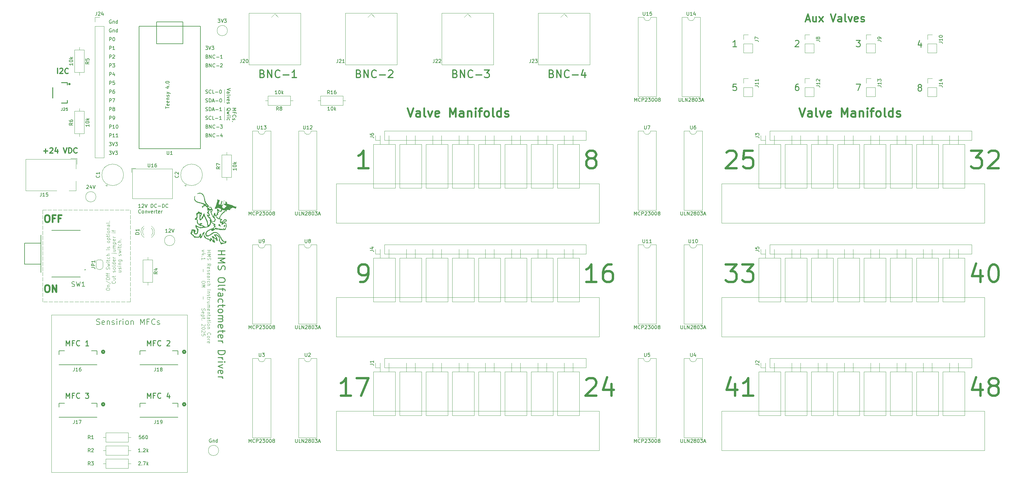
<source format=gbr>
%TF.GenerationSoftware,KiCad,Pcbnew,9.0.3*%
%TF.CreationDate,2025-09-08T11:07:08-04:00*%
%TF.ProjectId,HMS Olfactometer,484d5320-4f6c-4666-9163-746f6d657465,4.1*%
%TF.SameCoordinates,Original*%
%TF.FileFunction,Legend,Top*%
%TF.FilePolarity,Positive*%
%FSLAX46Y46*%
G04 Gerber Fmt 4.6, Leading zero omitted, Abs format (unit mm)*
G04 Created by KiCad (PCBNEW 9.0.3) date 2025-09-08 11:07:08*
%MOMM*%
%LPD*%
G01*
G04 APERTURE LIST*
%ADD10C,0.100000*%
%ADD11C,0.150000*%
%ADD12C,0.350000*%
%ADD13C,0.190500*%
%ADD14C,0.635000*%
%ADD15C,0.254000*%
%ADD16C,0.508000*%
%ADD17C,0.304800*%
%ADD18C,0.381000*%
%ADD19C,0.500000*%
%ADD20C,0.127000*%
%ADD21C,0.120000*%
%ADD22C,0.000000*%
%ADD23C,0.152400*%
%ADD24C,0.200000*%
%ADD25C,0.398780*%
G04 APERTURE END LIST*
D10*
X135255000Y-106680000D02*
X141605000Y-106680000D01*
X141605000Y-119380000D01*
X135255000Y-119380000D01*
X135255000Y-106680000D01*
X84455000Y-57785000D02*
X84455000Y-61595000D01*
X167640000Y-139700000D02*
X167640000Y-137160000D01*
X286949000Y-106680000D02*
X286949000Y-104140000D01*
X160020000Y-106680000D02*
X160020000Y-104140000D01*
X177800000Y-137160000D02*
X177800000Y-139700000D01*
X251389000Y-71120000D02*
X251389000Y-73660000D01*
X132080000Y-137160000D02*
X132080000Y-139700000D01*
X139700000Y-71120000D02*
X139700000Y-73660000D01*
X182880000Y-106680000D02*
X182880000Y-104140000D01*
X185420000Y-71120000D02*
X185420000Y-73660000D01*
X177800000Y-71120000D02*
X177800000Y-73660000D01*
X127635000Y-106680000D02*
X133985000Y-106680000D01*
X133985000Y-119380000D01*
X127635000Y-119380000D01*
X127635000Y-106680000D01*
X254564000Y-106680000D02*
X260914000Y-106680000D01*
X260914000Y-119380000D01*
X254564000Y-119380000D01*
X254564000Y-106680000D01*
X129540000Y-73660000D02*
X129540000Y-71120000D01*
X31750000Y-92710000D02*
X32850000Y-92710000D01*
X33250000Y-92710000D02*
X34350000Y-92710000D01*
X34750000Y-92710000D02*
X35850000Y-92710000D01*
X36250000Y-92710000D02*
X37350000Y-92710000D01*
X37750000Y-92710000D02*
X38850000Y-92710000D01*
X39250000Y-92710000D02*
X40350000Y-92710000D01*
X40750000Y-92710000D02*
X41850000Y-92710000D01*
X42250000Y-92710000D02*
X43350000Y-92710000D01*
X43750000Y-92710000D02*
X44850000Y-92710000D01*
X45250000Y-92710000D02*
X46350000Y-92710000D01*
X46750000Y-92710000D02*
X47850000Y-92710000D01*
X48250000Y-92710000D02*
X49350000Y-92710000D01*
X49750000Y-92710000D02*
X50850000Y-92710000D01*
X51250000Y-92710000D02*
X52350000Y-92710000D01*
X52750000Y-92710000D02*
X53850000Y-92710000D01*
X54250000Y-92710000D02*
X55350000Y-92710000D01*
X55750000Y-92710000D02*
X56850000Y-92710000D01*
X57150000Y-92710000D02*
X57150000Y-93810000D01*
X57150000Y-94210000D02*
X57150000Y-95310000D01*
X57150000Y-95710000D02*
X57150000Y-96810000D01*
X57150000Y-97210000D02*
X57150000Y-98310000D01*
X57150000Y-98710000D02*
X57150000Y-99810000D01*
X57150000Y-100210000D02*
X57150000Y-101310000D01*
X57150000Y-101710000D02*
X57150000Y-102810000D01*
X57150000Y-103210000D02*
X57150000Y-104310000D01*
X57150000Y-104710000D02*
X57150000Y-105810000D01*
X57150000Y-106210000D02*
X57150000Y-107310000D01*
X57150000Y-107710000D02*
X57150000Y-108810000D01*
X57150000Y-109210000D02*
X57150000Y-110310000D01*
X57150000Y-110710000D02*
X57150000Y-111810000D01*
X57150000Y-112210000D02*
X57150000Y-113310000D01*
X57150000Y-113710000D02*
X57150000Y-114810000D01*
X57150000Y-115210000D02*
X57150000Y-116310000D01*
X57150000Y-116710000D02*
X57150000Y-117810000D01*
X57150000Y-118210000D02*
X57150000Y-119310000D01*
X57150000Y-119380000D02*
X56050000Y-119380000D01*
X55650000Y-119380000D02*
X54550000Y-119380000D01*
X54150000Y-119380000D02*
X53050000Y-119380000D01*
X52650000Y-119380000D02*
X51550000Y-119380000D01*
X51150000Y-119380000D02*
X50050000Y-119380000D01*
X49650000Y-119380000D02*
X48550000Y-119380000D01*
X48150000Y-119380000D02*
X47050000Y-119380000D01*
X46650000Y-119380000D02*
X45550000Y-119380000D01*
X45150000Y-119380000D02*
X44050000Y-119380000D01*
X43650000Y-119380000D02*
X42550000Y-119380000D01*
X42150000Y-119380000D02*
X41050000Y-119380000D01*
X40650000Y-119380000D02*
X39550000Y-119380000D01*
X39150000Y-119380000D02*
X38050000Y-119380000D01*
X37650000Y-119380000D02*
X36550000Y-119380000D01*
X36150000Y-119380000D02*
X35050000Y-119380000D01*
X34650000Y-119380000D02*
X33550000Y-119380000D01*
X33150000Y-119380000D02*
X32050000Y-119380000D01*
X31750000Y-119380000D02*
X31750000Y-118280000D01*
X31750000Y-117880000D02*
X31750000Y-116780000D01*
X31750000Y-116380000D02*
X31750000Y-115280000D01*
X31750000Y-114880000D02*
X31750000Y-113780000D01*
X31750000Y-113380000D02*
X31750000Y-112280000D01*
X31750000Y-111880000D02*
X31750000Y-110780000D01*
X31750000Y-110380000D02*
X31750000Y-109280000D01*
X31750000Y-108880000D02*
X31750000Y-107780000D01*
X31750000Y-107380000D02*
X31750000Y-106280000D01*
X31750000Y-105880000D02*
X31750000Y-104780000D01*
X31750000Y-104380000D02*
X31750000Y-103280000D01*
X31750000Y-102880000D02*
X31750000Y-101780000D01*
X31750000Y-101380000D02*
X31750000Y-100280000D01*
X31750000Y-99880000D02*
X31750000Y-98780000D01*
X31750000Y-98380000D02*
X31750000Y-97280000D01*
X31750000Y-96880000D02*
X31750000Y-95780000D01*
X31750000Y-95380000D02*
X31750000Y-94280000D01*
X31750000Y-93880000D02*
X31750000Y-92780000D01*
X170180000Y-71120000D02*
X170180000Y-73660000D01*
X294569000Y-73660000D02*
X294569000Y-71120000D01*
X150495000Y-106680000D02*
X156845000Y-106680000D01*
X156845000Y-119380000D01*
X150495000Y-119380000D01*
X150495000Y-106680000D01*
X165735000Y-139700000D02*
X172085000Y-139700000D01*
X172085000Y-152400000D01*
X165735000Y-152400000D01*
X165735000Y-139700000D01*
X266629000Y-104140000D02*
X266629000Y-106680000D01*
X279329000Y-73660000D02*
X279329000Y-71120000D01*
X180975000Y-139700000D02*
X187325000Y-139700000D01*
X187325000Y-152400000D01*
X180975000Y-152400000D01*
X180975000Y-139700000D01*
X139700000Y-137160000D02*
X139700000Y-139700000D01*
X142875000Y-73660000D02*
X149225000Y-73660000D01*
X149225000Y-86360000D01*
X142875000Y-86360000D01*
X142875000Y-73660000D01*
X264089000Y-106680000D02*
X264089000Y-104140000D01*
X132080000Y-71120000D02*
X132080000Y-73660000D01*
X170180000Y-137160000D02*
X170180000Y-139700000D01*
X173355000Y-73660000D02*
X179705000Y-73660000D01*
X179705000Y-86360000D01*
X173355000Y-86360000D01*
X173355000Y-73660000D01*
X144780000Y-73660000D02*
X144780000Y-71120000D01*
X294569000Y-139700000D02*
X294569000Y-137160000D01*
X182880000Y-73660000D02*
X182880000Y-71120000D01*
X256469000Y-106680000D02*
X256469000Y-104140000D01*
X152400000Y-73660000D02*
X152400000Y-71120000D01*
X152400000Y-106680000D02*
X152400000Y-104140000D01*
X137160000Y-106680000D02*
X137160000Y-104140000D01*
X139700000Y-104140000D02*
X139700000Y-106680000D01*
X254564000Y-139700000D02*
X260914000Y-139700000D01*
X260914000Y-152400000D01*
X254564000Y-152400000D01*
X254564000Y-139700000D01*
X167640000Y-73660000D02*
X167640000Y-71120000D01*
X127635000Y-73660000D02*
X133985000Y-73660000D01*
X133985000Y-86360000D01*
X127635000Y-86360000D01*
X127635000Y-73660000D01*
X264089000Y-73660000D02*
X264089000Y-71120000D01*
X269804000Y-139700000D02*
X276154000Y-139700000D01*
X276154000Y-152400000D01*
X269804000Y-152400000D01*
X269804000Y-139700000D01*
X289489000Y-137160000D02*
X289489000Y-139700000D01*
X256469000Y-73660000D02*
X256469000Y-71120000D01*
X297109000Y-137160000D02*
X297109000Y-139700000D01*
X175260000Y-73660000D02*
X175260000Y-71120000D01*
X142875000Y-106680000D02*
X149225000Y-106680000D01*
X149225000Y-119380000D01*
X142875000Y-119380000D01*
X142875000Y-106680000D01*
X84455000Y-62865000D02*
X84455000Y-66675000D01*
X262184000Y-139700000D02*
X268534000Y-139700000D01*
X268534000Y-152400000D01*
X262184000Y-152400000D01*
X262184000Y-139700000D01*
X274249000Y-137160000D02*
X274249000Y-139700000D01*
X34290000Y-123190000D02*
X73660000Y-123190000D01*
X73660000Y-168910000D01*
X34290000Y-168910000D01*
X34290000Y-123190000D01*
X182880000Y-139700000D02*
X182880000Y-137160000D01*
X239324000Y-106680000D02*
X245674000Y-106680000D01*
X245674000Y-119380000D01*
X239324000Y-119380000D01*
X239324000Y-106680000D01*
X154940000Y-137160000D02*
X154940000Y-139700000D01*
X158115000Y-73660000D02*
X164465000Y-73660000D01*
X164465000Y-86360000D01*
X158115000Y-86360000D01*
X158115000Y-73660000D01*
X185420000Y-104140000D02*
X185420000Y-106680000D01*
X170180000Y-104140000D02*
X170180000Y-106680000D01*
X165735000Y-73660000D02*
X172085000Y-73660000D01*
X172085000Y-86360000D01*
X165735000Y-86360000D01*
X165735000Y-73660000D01*
X228529000Y-85090000D02*
X304729000Y-85090000D01*
X304729000Y-96520000D01*
X228529000Y-96520000D01*
X228529000Y-85090000D01*
X281869000Y-71120000D02*
X281869000Y-73660000D01*
X137160000Y-139700000D02*
X137160000Y-137160000D01*
X277424000Y-73660000D02*
X283774000Y-73660000D01*
X283774000Y-86360000D01*
X277424000Y-86360000D01*
X277424000Y-73660000D01*
X292664000Y-73660000D02*
X299014000Y-73660000D01*
X299014000Y-86360000D01*
X292664000Y-86360000D01*
X292664000Y-73660000D01*
X274249000Y-104140000D02*
X274249000Y-106680000D01*
X135255000Y-139700000D02*
X141605000Y-139700000D01*
X141605000Y-152400000D01*
X135255000Y-152400000D01*
X135255000Y-139700000D01*
X262184000Y-106680000D02*
X268534000Y-106680000D01*
X268534000Y-119380000D01*
X262184000Y-119380000D01*
X262184000Y-106680000D01*
X246944000Y-73660000D02*
X253294000Y-73660000D01*
X253294000Y-86360000D01*
X246944000Y-86360000D01*
X246944000Y-73660000D01*
X286949000Y-73660000D02*
X286949000Y-71120000D01*
X281869000Y-104140000D02*
X281869000Y-106680000D01*
X150495000Y-73660000D02*
X156845000Y-73660000D01*
X156845000Y-86360000D01*
X150495000Y-86360000D01*
X150495000Y-73660000D01*
X158115000Y-106680000D02*
X164465000Y-106680000D01*
X164465000Y-119380000D01*
X158115000Y-119380000D01*
X158115000Y-106680000D01*
X292664000Y-106680000D02*
X299014000Y-106680000D01*
X299014000Y-119380000D01*
X292664000Y-119380000D01*
X292664000Y-106680000D01*
X158115000Y-139700000D02*
X164465000Y-139700000D01*
X164465000Y-152400000D01*
X158115000Y-152400000D01*
X158115000Y-139700000D01*
X285044000Y-106680000D02*
X291394000Y-106680000D01*
X291394000Y-119380000D01*
X285044000Y-119380000D01*
X285044000Y-106680000D01*
X243769000Y-104140000D02*
X243769000Y-106680000D01*
X180975000Y-73660000D02*
X187325000Y-73660000D01*
X187325000Y-86360000D01*
X180975000Y-86360000D01*
X180975000Y-73660000D01*
X289489000Y-104140000D02*
X289489000Y-106680000D01*
X243769000Y-137160000D02*
X243769000Y-139700000D01*
X259009000Y-71120000D02*
X259009000Y-73660000D01*
X254564000Y-73660000D02*
X260914000Y-73660000D01*
X260914000Y-86360000D01*
X254564000Y-86360000D01*
X254564000Y-73660000D01*
X248849000Y-139700000D02*
X248849000Y-137160000D01*
X160020000Y-73660000D02*
X160020000Y-71120000D01*
X239324000Y-73660000D02*
X245674000Y-73660000D01*
X245674000Y-86360000D01*
X239324000Y-86360000D01*
X239324000Y-73660000D01*
X129540000Y-106680000D02*
X129540000Y-104140000D01*
X185420000Y-137160000D02*
X185420000Y-139700000D01*
X271709000Y-73660000D02*
X271709000Y-71120000D01*
X259009000Y-104140000D02*
X259009000Y-106680000D01*
X271709000Y-106680000D02*
X271709000Y-104140000D01*
X266629000Y-137160000D02*
X266629000Y-139700000D01*
X147320000Y-71120000D02*
X147320000Y-73660000D01*
X251389000Y-137160000D02*
X251389000Y-139700000D01*
X243769000Y-71120000D02*
X243769000Y-73660000D01*
X144780000Y-139700000D02*
X144780000Y-137160000D01*
X248849000Y-73660000D02*
X248849000Y-71120000D01*
X279329000Y-106680000D02*
X279329000Y-104140000D01*
X289489000Y-71120000D02*
X289489000Y-73660000D01*
X116840000Y-151130000D02*
X193040000Y-151130000D01*
X193040000Y-162560000D01*
X116840000Y-162560000D01*
X116840000Y-151130000D01*
X277424000Y-106680000D02*
X283774000Y-106680000D01*
X283774000Y-119380000D01*
X277424000Y-119380000D01*
X277424000Y-106680000D01*
X256469000Y-139700000D02*
X256469000Y-137160000D01*
X135255000Y-73660000D02*
X141605000Y-73660000D01*
X141605000Y-86360000D01*
X135255000Y-86360000D01*
X135255000Y-73660000D01*
X150495000Y-139700000D02*
X156845000Y-139700000D01*
X156845000Y-152400000D01*
X150495000Y-152400000D01*
X150495000Y-139700000D01*
X297109000Y-71120000D02*
X297109000Y-73660000D01*
X251389000Y-104140000D02*
X251389000Y-106680000D01*
X262184000Y-73660000D02*
X268534000Y-73660000D01*
X268534000Y-86360000D01*
X262184000Y-86360000D01*
X262184000Y-73660000D01*
X274249000Y-71120000D02*
X274249000Y-73660000D01*
X144780000Y-106680000D02*
X144780000Y-104140000D01*
X241229000Y-73660000D02*
X241229000Y-71120000D01*
X294569000Y-106680000D02*
X294569000Y-104140000D01*
X246944000Y-106680000D02*
X253294000Y-106680000D01*
X253294000Y-119380000D01*
X246944000Y-119380000D01*
X246944000Y-106680000D01*
X154940000Y-104140000D02*
X154940000Y-106680000D01*
X147320000Y-137160000D02*
X147320000Y-139700000D01*
X162560000Y-137160000D02*
X162560000Y-139700000D01*
X147320000Y-104140000D02*
X147320000Y-106680000D01*
X241229000Y-139700000D02*
X241229000Y-137160000D01*
X127635000Y-139700000D02*
X133985000Y-139700000D01*
X133985000Y-152400000D01*
X127635000Y-152400000D01*
X127635000Y-139700000D01*
X162560000Y-71120000D02*
X162560000Y-73660000D01*
X259009000Y-137160000D02*
X259009000Y-139700000D01*
X132080000Y-104140000D02*
X132080000Y-106680000D01*
X228529000Y-118110000D02*
X304729000Y-118110000D01*
X304729000Y-129540000D01*
X228529000Y-129540000D01*
X228529000Y-118110000D01*
X264089000Y-139700000D02*
X264089000Y-137160000D01*
X285044000Y-139700000D02*
X291394000Y-139700000D01*
X291394000Y-152400000D01*
X285044000Y-152400000D01*
X285044000Y-139700000D01*
X129540000Y-139700000D02*
X129540000Y-137160000D01*
X142875000Y-139700000D02*
X149225000Y-139700000D01*
X149225000Y-152400000D01*
X142875000Y-152400000D01*
X142875000Y-139700000D01*
X116840000Y-118110000D02*
X193040000Y-118110000D01*
X193040000Y-129540000D01*
X116840000Y-129540000D01*
X116840000Y-118110000D01*
X246944000Y-139700000D02*
X253294000Y-139700000D01*
X253294000Y-152400000D01*
X246944000Y-152400000D01*
X246944000Y-139700000D01*
X286949000Y-139700000D02*
X286949000Y-137160000D01*
X167640000Y-106680000D02*
X167640000Y-104140000D01*
X180975000Y-106680000D02*
X187325000Y-106680000D01*
X187325000Y-119380000D01*
X180975000Y-119380000D01*
X180975000Y-106680000D01*
X173355000Y-106680000D02*
X179705000Y-106680000D01*
X179705000Y-119380000D01*
X173355000Y-119380000D01*
X173355000Y-106680000D01*
X239324000Y-139700000D02*
X245674000Y-139700000D01*
X245674000Y-152400000D01*
X239324000Y-152400000D01*
X239324000Y-139700000D01*
X241229000Y-106680000D02*
X241229000Y-104140000D01*
X177800000Y-104140000D02*
X177800000Y-106680000D01*
X154940000Y-71120000D02*
X154940000Y-73660000D01*
X175260000Y-139700000D02*
X175260000Y-137160000D01*
X228529000Y-151130000D02*
X304729000Y-151130000D01*
X304729000Y-162560000D01*
X228529000Y-162560000D01*
X228529000Y-151130000D01*
X173355000Y-139700000D02*
X179705000Y-139700000D01*
X179705000Y-152400000D01*
X173355000Y-152400000D01*
X173355000Y-139700000D01*
X285044000Y-73660000D02*
X291394000Y-73660000D01*
X291394000Y-86360000D01*
X285044000Y-86360000D01*
X285044000Y-73660000D01*
X160020000Y-139700000D02*
X160020000Y-137160000D01*
X175260000Y-106680000D02*
X175260000Y-104140000D01*
X297109000Y-104140000D02*
X297109000Y-106680000D01*
X152400000Y-139700000D02*
X152400000Y-137160000D01*
X269804000Y-73660000D02*
X276154000Y-73660000D01*
X276154000Y-86360000D01*
X269804000Y-86360000D01*
X269804000Y-73660000D01*
X137160000Y-73660000D02*
X137160000Y-71120000D01*
X277424000Y-139700000D02*
X283774000Y-139700000D01*
X283774000Y-152400000D01*
X277424000Y-152400000D01*
X277424000Y-139700000D01*
X292664000Y-139700000D02*
X299014000Y-139700000D01*
X299014000Y-152400000D01*
X292664000Y-152400000D01*
X292664000Y-139700000D01*
X165735000Y-106680000D02*
X172085000Y-106680000D01*
X172085000Y-119380000D01*
X165735000Y-119380000D01*
X165735000Y-106680000D01*
X279329000Y-139700000D02*
X279329000Y-137160000D01*
X116840000Y-85090000D02*
X193040000Y-85090000D01*
X193040000Y-96520000D01*
X116840000Y-96520000D01*
X116840000Y-85090000D01*
X162560000Y-104140000D02*
X162560000Y-106680000D01*
X269804000Y-106680000D02*
X276154000Y-106680000D01*
X276154000Y-119380000D01*
X269804000Y-119380000D01*
X269804000Y-106680000D01*
X248849000Y-106680000D02*
X248849000Y-104140000D01*
X271709000Y-139700000D02*
X271709000Y-137160000D01*
X281869000Y-137160000D02*
X281869000Y-139700000D01*
X266629000Y-71120000D02*
X266629000Y-73660000D01*
X79461524Y-104443884D02*
X80461524Y-104443884D01*
X79985334Y-104443884D02*
X79985334Y-105015312D01*
X79461524Y-105015312D02*
X80461524Y-105015312D01*
X79461524Y-105491503D02*
X80461524Y-105491503D01*
X80461524Y-105491503D02*
X79747239Y-105824836D01*
X79747239Y-105824836D02*
X80461524Y-106158169D01*
X80461524Y-106158169D02*
X79461524Y-106158169D01*
X79509144Y-106586741D02*
X79461524Y-106729598D01*
X79461524Y-106729598D02*
X79461524Y-106967693D01*
X79461524Y-106967693D02*
X79509144Y-107062931D01*
X79509144Y-107062931D02*
X79556763Y-107110550D01*
X79556763Y-107110550D02*
X79652001Y-107158169D01*
X79652001Y-107158169D02*
X79747239Y-107158169D01*
X79747239Y-107158169D02*
X79842477Y-107110550D01*
X79842477Y-107110550D02*
X79890096Y-107062931D01*
X79890096Y-107062931D02*
X79937715Y-106967693D01*
X79937715Y-106967693D02*
X79985334Y-106777217D01*
X79985334Y-106777217D02*
X80032953Y-106681979D01*
X80032953Y-106681979D02*
X80080572Y-106634360D01*
X80080572Y-106634360D02*
X80175810Y-106586741D01*
X80175810Y-106586741D02*
X80271048Y-106586741D01*
X80271048Y-106586741D02*
X80366286Y-106634360D01*
X80366286Y-106634360D02*
X80413905Y-106681979D01*
X80413905Y-106681979D02*
X80461524Y-106777217D01*
X80461524Y-106777217D02*
X80461524Y-107015312D01*
X80461524Y-107015312D02*
X80413905Y-107158169D01*
X79461524Y-108920074D02*
X79937715Y-108586741D01*
X79461524Y-108348646D02*
X80461524Y-108348646D01*
X80461524Y-108348646D02*
X80461524Y-108729598D01*
X80461524Y-108729598D02*
X80413905Y-108824836D01*
X80413905Y-108824836D02*
X80366286Y-108872455D01*
X80366286Y-108872455D02*
X80271048Y-108920074D01*
X80271048Y-108920074D02*
X80128191Y-108920074D01*
X80128191Y-108920074D02*
X80032953Y-108872455D01*
X80032953Y-108872455D02*
X79985334Y-108824836D01*
X79985334Y-108824836D02*
X79937715Y-108729598D01*
X79937715Y-108729598D02*
X79937715Y-108348646D01*
X79509144Y-109729598D02*
X79461524Y-109634360D01*
X79461524Y-109634360D02*
X79461524Y-109443884D01*
X79461524Y-109443884D02*
X79509144Y-109348646D01*
X79509144Y-109348646D02*
X79604382Y-109301027D01*
X79604382Y-109301027D02*
X79985334Y-109301027D01*
X79985334Y-109301027D02*
X80080572Y-109348646D01*
X80080572Y-109348646D02*
X80128191Y-109443884D01*
X80128191Y-109443884D02*
X80128191Y-109634360D01*
X80128191Y-109634360D02*
X80080572Y-109729598D01*
X80080572Y-109729598D02*
X79985334Y-109777217D01*
X79985334Y-109777217D02*
X79890096Y-109777217D01*
X79890096Y-109777217D02*
X79794858Y-109301027D01*
X79509144Y-110158170D02*
X79461524Y-110253408D01*
X79461524Y-110253408D02*
X79461524Y-110443884D01*
X79461524Y-110443884D02*
X79509144Y-110539122D01*
X79509144Y-110539122D02*
X79604382Y-110586741D01*
X79604382Y-110586741D02*
X79652001Y-110586741D01*
X79652001Y-110586741D02*
X79747239Y-110539122D01*
X79747239Y-110539122D02*
X79794858Y-110443884D01*
X79794858Y-110443884D02*
X79794858Y-110301027D01*
X79794858Y-110301027D02*
X79842477Y-110205789D01*
X79842477Y-110205789D02*
X79937715Y-110158170D01*
X79937715Y-110158170D02*
X79985334Y-110158170D01*
X79985334Y-110158170D02*
X80080572Y-110205789D01*
X80080572Y-110205789D02*
X80128191Y-110301027D01*
X80128191Y-110301027D02*
X80128191Y-110443884D01*
X80128191Y-110443884D02*
X80080572Y-110539122D01*
X79509144Y-111396265D02*
X79461524Y-111301027D01*
X79461524Y-111301027D02*
X79461524Y-111110551D01*
X79461524Y-111110551D02*
X79509144Y-111015313D01*
X79509144Y-111015313D02*
X79604382Y-110967694D01*
X79604382Y-110967694D02*
X79985334Y-110967694D01*
X79985334Y-110967694D02*
X80080572Y-111015313D01*
X80080572Y-111015313D02*
X80128191Y-111110551D01*
X80128191Y-111110551D02*
X80128191Y-111301027D01*
X80128191Y-111301027D02*
X80080572Y-111396265D01*
X80080572Y-111396265D02*
X79985334Y-111443884D01*
X79985334Y-111443884D02*
X79890096Y-111443884D01*
X79890096Y-111443884D02*
X79794858Y-110967694D01*
X79461524Y-112301027D02*
X79985334Y-112301027D01*
X79985334Y-112301027D02*
X80080572Y-112253408D01*
X80080572Y-112253408D02*
X80128191Y-112158170D01*
X80128191Y-112158170D02*
X80128191Y-111967694D01*
X80128191Y-111967694D02*
X80080572Y-111872456D01*
X79509144Y-112301027D02*
X79461524Y-112205789D01*
X79461524Y-112205789D02*
X79461524Y-111967694D01*
X79461524Y-111967694D02*
X79509144Y-111872456D01*
X79509144Y-111872456D02*
X79604382Y-111824837D01*
X79604382Y-111824837D02*
X79699620Y-111824837D01*
X79699620Y-111824837D02*
X79794858Y-111872456D01*
X79794858Y-111872456D02*
X79842477Y-111967694D01*
X79842477Y-111967694D02*
X79842477Y-112205789D01*
X79842477Y-112205789D02*
X79890096Y-112301027D01*
X79461524Y-112777218D02*
X80128191Y-112777218D01*
X79937715Y-112777218D02*
X80032953Y-112824837D01*
X80032953Y-112824837D02*
X80080572Y-112872456D01*
X80080572Y-112872456D02*
X80128191Y-112967694D01*
X80128191Y-112967694D02*
X80128191Y-113062932D01*
X79509144Y-113824837D02*
X79461524Y-113729599D01*
X79461524Y-113729599D02*
X79461524Y-113539123D01*
X79461524Y-113539123D02*
X79509144Y-113443885D01*
X79509144Y-113443885D02*
X79556763Y-113396266D01*
X79556763Y-113396266D02*
X79652001Y-113348647D01*
X79652001Y-113348647D02*
X79937715Y-113348647D01*
X79937715Y-113348647D02*
X80032953Y-113396266D01*
X80032953Y-113396266D02*
X80080572Y-113443885D01*
X80080572Y-113443885D02*
X80128191Y-113539123D01*
X80128191Y-113539123D02*
X80128191Y-113729599D01*
X80128191Y-113729599D02*
X80080572Y-113824837D01*
X79461524Y-114253409D02*
X80461524Y-114253409D01*
X79461524Y-114681980D02*
X79985334Y-114681980D01*
X79985334Y-114681980D02*
X80080572Y-114634361D01*
X80080572Y-114634361D02*
X80128191Y-114539123D01*
X80128191Y-114539123D02*
X80128191Y-114396266D01*
X80128191Y-114396266D02*
X80080572Y-114301028D01*
X80080572Y-114301028D02*
X80032953Y-114253409D01*
X79461524Y-115920076D02*
X80461524Y-115920076D01*
X80128191Y-116396266D02*
X79461524Y-116396266D01*
X80032953Y-116396266D02*
X80080572Y-116443885D01*
X80080572Y-116443885D02*
X80128191Y-116539123D01*
X80128191Y-116539123D02*
X80128191Y-116681980D01*
X80128191Y-116681980D02*
X80080572Y-116777218D01*
X80080572Y-116777218D02*
X79985334Y-116824837D01*
X79985334Y-116824837D02*
X79461524Y-116824837D01*
X79509144Y-117253409D02*
X79461524Y-117348647D01*
X79461524Y-117348647D02*
X79461524Y-117539123D01*
X79461524Y-117539123D02*
X79509144Y-117634361D01*
X79509144Y-117634361D02*
X79604382Y-117681980D01*
X79604382Y-117681980D02*
X79652001Y-117681980D01*
X79652001Y-117681980D02*
X79747239Y-117634361D01*
X79747239Y-117634361D02*
X79794858Y-117539123D01*
X79794858Y-117539123D02*
X79794858Y-117396266D01*
X79794858Y-117396266D02*
X79842477Y-117301028D01*
X79842477Y-117301028D02*
X79937715Y-117253409D01*
X79937715Y-117253409D02*
X79985334Y-117253409D01*
X79985334Y-117253409D02*
X80080572Y-117301028D01*
X80080572Y-117301028D02*
X80128191Y-117396266D01*
X80128191Y-117396266D02*
X80128191Y-117539123D01*
X80128191Y-117539123D02*
X80080572Y-117634361D01*
X80128191Y-117967695D02*
X80128191Y-118348647D01*
X80461524Y-118110552D02*
X79604382Y-118110552D01*
X79604382Y-118110552D02*
X79509144Y-118158171D01*
X79509144Y-118158171D02*
X79461524Y-118253409D01*
X79461524Y-118253409D02*
X79461524Y-118348647D01*
X79461524Y-118681981D02*
X80128191Y-118681981D01*
X79937715Y-118681981D02*
X80032953Y-118729600D01*
X80032953Y-118729600D02*
X80080572Y-118777219D01*
X80080572Y-118777219D02*
X80128191Y-118872457D01*
X80128191Y-118872457D02*
X80128191Y-118967695D01*
X80128191Y-119729600D02*
X79461524Y-119729600D01*
X80128191Y-119301029D02*
X79604382Y-119301029D01*
X79604382Y-119301029D02*
X79509144Y-119348648D01*
X79509144Y-119348648D02*
X79461524Y-119443886D01*
X79461524Y-119443886D02*
X79461524Y-119586743D01*
X79461524Y-119586743D02*
X79509144Y-119681981D01*
X79509144Y-119681981D02*
X79556763Y-119729600D01*
X79461524Y-120205791D02*
X80128191Y-120205791D01*
X80032953Y-120205791D02*
X80080572Y-120253410D01*
X80080572Y-120253410D02*
X80128191Y-120348648D01*
X80128191Y-120348648D02*
X80128191Y-120491505D01*
X80128191Y-120491505D02*
X80080572Y-120586743D01*
X80080572Y-120586743D02*
X79985334Y-120634362D01*
X79985334Y-120634362D02*
X79461524Y-120634362D01*
X79985334Y-120634362D02*
X80080572Y-120681981D01*
X80080572Y-120681981D02*
X80128191Y-120777219D01*
X80128191Y-120777219D02*
X80128191Y-120920076D01*
X80128191Y-120920076D02*
X80080572Y-121015315D01*
X80080572Y-121015315D02*
X79985334Y-121062934D01*
X79985334Y-121062934D02*
X79461524Y-121062934D01*
X79509144Y-121920076D02*
X79461524Y-121824838D01*
X79461524Y-121824838D02*
X79461524Y-121634362D01*
X79461524Y-121634362D02*
X79509144Y-121539124D01*
X79509144Y-121539124D02*
X79604382Y-121491505D01*
X79604382Y-121491505D02*
X79985334Y-121491505D01*
X79985334Y-121491505D02*
X80080572Y-121539124D01*
X80080572Y-121539124D02*
X80128191Y-121634362D01*
X80128191Y-121634362D02*
X80128191Y-121824838D01*
X80128191Y-121824838D02*
X80080572Y-121920076D01*
X80080572Y-121920076D02*
X79985334Y-121967695D01*
X79985334Y-121967695D02*
X79890096Y-121967695D01*
X79890096Y-121967695D02*
X79794858Y-121491505D01*
X80128191Y-122396267D02*
X79461524Y-122396267D01*
X80032953Y-122396267D02*
X80080572Y-122443886D01*
X80080572Y-122443886D02*
X80128191Y-122539124D01*
X80128191Y-122539124D02*
X80128191Y-122681981D01*
X80128191Y-122681981D02*
X80080572Y-122777219D01*
X80080572Y-122777219D02*
X79985334Y-122824838D01*
X79985334Y-122824838D02*
X79461524Y-122824838D01*
X80128191Y-123158172D02*
X80128191Y-123539124D01*
X80461524Y-123301029D02*
X79604382Y-123301029D01*
X79604382Y-123301029D02*
X79509144Y-123348648D01*
X79509144Y-123348648D02*
X79461524Y-123443886D01*
X79461524Y-123443886D02*
X79461524Y-123539124D01*
X79461524Y-124301029D02*
X79985334Y-124301029D01*
X79985334Y-124301029D02*
X80080572Y-124253410D01*
X80080572Y-124253410D02*
X80128191Y-124158172D01*
X80128191Y-124158172D02*
X80128191Y-123967696D01*
X80128191Y-123967696D02*
X80080572Y-123872458D01*
X79509144Y-124301029D02*
X79461524Y-124205791D01*
X79461524Y-124205791D02*
X79461524Y-123967696D01*
X79461524Y-123967696D02*
X79509144Y-123872458D01*
X79509144Y-123872458D02*
X79604382Y-123824839D01*
X79604382Y-123824839D02*
X79699620Y-123824839D01*
X79699620Y-123824839D02*
X79794858Y-123872458D01*
X79794858Y-123872458D02*
X79842477Y-123967696D01*
X79842477Y-123967696D02*
X79842477Y-124205791D01*
X79842477Y-124205791D02*
X79890096Y-124301029D01*
X80128191Y-124634363D02*
X80128191Y-125015315D01*
X80461524Y-124777220D02*
X79604382Y-124777220D01*
X79604382Y-124777220D02*
X79509144Y-124824839D01*
X79509144Y-124824839D02*
X79461524Y-124920077D01*
X79461524Y-124920077D02*
X79461524Y-125015315D01*
X79461524Y-125348649D02*
X80128191Y-125348649D01*
X80461524Y-125348649D02*
X80413905Y-125301030D01*
X80413905Y-125301030D02*
X80366286Y-125348649D01*
X80366286Y-125348649D02*
X80413905Y-125396268D01*
X80413905Y-125396268D02*
X80461524Y-125348649D01*
X80461524Y-125348649D02*
X80366286Y-125348649D01*
X79461524Y-125967696D02*
X79509144Y-125872458D01*
X79509144Y-125872458D02*
X79556763Y-125824839D01*
X79556763Y-125824839D02*
X79652001Y-125777220D01*
X79652001Y-125777220D02*
X79937715Y-125777220D01*
X79937715Y-125777220D02*
X80032953Y-125824839D01*
X80032953Y-125824839D02*
X80080572Y-125872458D01*
X80080572Y-125872458D02*
X80128191Y-125967696D01*
X80128191Y-125967696D02*
X80128191Y-126110553D01*
X80128191Y-126110553D02*
X80080572Y-126205791D01*
X80080572Y-126205791D02*
X80032953Y-126253410D01*
X80032953Y-126253410D02*
X79937715Y-126301029D01*
X79937715Y-126301029D02*
X79652001Y-126301029D01*
X79652001Y-126301029D02*
X79556763Y-126253410D01*
X79556763Y-126253410D02*
X79509144Y-126205791D01*
X79509144Y-126205791D02*
X79461524Y-126110553D01*
X79461524Y-126110553D02*
X79461524Y-125967696D01*
X80128191Y-126729601D02*
X79461524Y-126729601D01*
X80032953Y-126729601D02*
X80080572Y-126777220D01*
X80080572Y-126777220D02*
X80128191Y-126872458D01*
X80128191Y-126872458D02*
X80128191Y-127015315D01*
X80128191Y-127015315D02*
X80080572Y-127110553D01*
X80080572Y-127110553D02*
X79985334Y-127158172D01*
X79985334Y-127158172D02*
X79461524Y-127158172D01*
X79556763Y-128967696D02*
X79509144Y-128920077D01*
X79509144Y-128920077D02*
X79461524Y-128777220D01*
X79461524Y-128777220D02*
X79461524Y-128681982D01*
X79461524Y-128681982D02*
X79509144Y-128539125D01*
X79509144Y-128539125D02*
X79604382Y-128443887D01*
X79604382Y-128443887D02*
X79699620Y-128396268D01*
X79699620Y-128396268D02*
X79890096Y-128348649D01*
X79890096Y-128348649D02*
X80032953Y-128348649D01*
X80032953Y-128348649D02*
X80223429Y-128396268D01*
X80223429Y-128396268D02*
X80318667Y-128443887D01*
X80318667Y-128443887D02*
X80413905Y-128539125D01*
X80413905Y-128539125D02*
X80461524Y-128681982D01*
X80461524Y-128681982D02*
X80461524Y-128777220D01*
X80461524Y-128777220D02*
X80413905Y-128920077D01*
X80413905Y-128920077D02*
X80366286Y-128967696D01*
X79461524Y-129539125D02*
X79509144Y-129443887D01*
X79509144Y-129443887D02*
X79556763Y-129396268D01*
X79556763Y-129396268D02*
X79652001Y-129348649D01*
X79652001Y-129348649D02*
X79937715Y-129348649D01*
X79937715Y-129348649D02*
X80032953Y-129396268D01*
X80032953Y-129396268D02*
X80080572Y-129443887D01*
X80080572Y-129443887D02*
X80128191Y-129539125D01*
X80128191Y-129539125D02*
X80128191Y-129681982D01*
X80128191Y-129681982D02*
X80080572Y-129777220D01*
X80080572Y-129777220D02*
X80032953Y-129824839D01*
X80032953Y-129824839D02*
X79937715Y-129872458D01*
X79937715Y-129872458D02*
X79652001Y-129872458D01*
X79652001Y-129872458D02*
X79556763Y-129824839D01*
X79556763Y-129824839D02*
X79509144Y-129777220D01*
X79509144Y-129777220D02*
X79461524Y-129681982D01*
X79461524Y-129681982D02*
X79461524Y-129539125D01*
X79461524Y-130301030D02*
X80128191Y-130301030D01*
X79937715Y-130301030D02*
X80032953Y-130348649D01*
X80032953Y-130348649D02*
X80080572Y-130396268D01*
X80080572Y-130396268D02*
X80128191Y-130491506D01*
X80128191Y-130491506D02*
X80128191Y-130586744D01*
X79509144Y-131301030D02*
X79461524Y-131205792D01*
X79461524Y-131205792D02*
X79461524Y-131015316D01*
X79461524Y-131015316D02*
X79509144Y-130920078D01*
X79509144Y-130920078D02*
X79604382Y-130872459D01*
X79604382Y-130872459D02*
X79985334Y-130872459D01*
X79985334Y-130872459D02*
X80080572Y-130920078D01*
X80080572Y-130920078D02*
X80128191Y-131015316D01*
X80128191Y-131015316D02*
X80128191Y-131205792D01*
X80128191Y-131205792D02*
X80080572Y-131301030D01*
X80080572Y-131301030D02*
X79985334Y-131348649D01*
X79985334Y-131348649D02*
X79890096Y-131348649D01*
X79890096Y-131348649D02*
X79794858Y-130872459D01*
X78518247Y-104348646D02*
X77851580Y-104586741D01*
X77851580Y-104586741D02*
X78518247Y-104824836D01*
X78518247Y-105634360D02*
X77851580Y-105634360D01*
X78899200Y-105396265D02*
X78184914Y-105158170D01*
X78184914Y-105158170D02*
X78184914Y-105777217D01*
X77946819Y-106158170D02*
X77899200Y-106205789D01*
X77899200Y-106205789D02*
X77851580Y-106158170D01*
X77851580Y-106158170D02*
X77899200Y-106110551D01*
X77899200Y-106110551D02*
X77946819Y-106158170D01*
X77946819Y-106158170D02*
X77851580Y-106158170D01*
X77851580Y-107158169D02*
X77851580Y-106586741D01*
X77851580Y-106872455D02*
X78851580Y-106872455D01*
X78851580Y-106872455D02*
X78708723Y-106777217D01*
X78708723Y-106777217D02*
X78613485Y-106681979D01*
X78613485Y-106681979D02*
X78565866Y-106586741D01*
X78232533Y-109872456D02*
X78232533Y-110634361D01*
X78851580Y-113586742D02*
X78851580Y-113777218D01*
X78851580Y-113777218D02*
X78803961Y-113872456D01*
X78803961Y-113872456D02*
X78708723Y-113967694D01*
X78708723Y-113967694D02*
X78518247Y-114015313D01*
X78518247Y-114015313D02*
X78184914Y-114015313D01*
X78184914Y-114015313D02*
X77994438Y-113967694D01*
X77994438Y-113967694D02*
X77899200Y-113872456D01*
X77899200Y-113872456D02*
X77851580Y-113777218D01*
X77851580Y-113777218D02*
X77851580Y-113586742D01*
X77851580Y-113586742D02*
X77899200Y-113491504D01*
X77899200Y-113491504D02*
X77994438Y-113396266D01*
X77994438Y-113396266D02*
X78184914Y-113348647D01*
X78184914Y-113348647D02*
X78518247Y-113348647D01*
X78518247Y-113348647D02*
X78708723Y-113396266D01*
X78708723Y-113396266D02*
X78803961Y-113491504D01*
X78803961Y-113491504D02*
X78851580Y-113586742D01*
X77851580Y-114443885D02*
X78851580Y-114443885D01*
X78851580Y-114443885D02*
X78137295Y-114777218D01*
X78137295Y-114777218D02*
X78851580Y-115110551D01*
X78851580Y-115110551D02*
X77851580Y-115110551D01*
X78232533Y-117872457D02*
X78232533Y-118634362D01*
X77899200Y-121348648D02*
X77851580Y-121491505D01*
X77851580Y-121491505D02*
X77851580Y-121729600D01*
X77851580Y-121729600D02*
X77899200Y-121824838D01*
X77899200Y-121824838D02*
X77946819Y-121872457D01*
X77946819Y-121872457D02*
X78042057Y-121920076D01*
X78042057Y-121920076D02*
X78137295Y-121920076D01*
X78137295Y-121920076D02*
X78232533Y-121872457D01*
X78232533Y-121872457D02*
X78280152Y-121824838D01*
X78280152Y-121824838D02*
X78327771Y-121729600D01*
X78327771Y-121729600D02*
X78375390Y-121539124D01*
X78375390Y-121539124D02*
X78423009Y-121443886D01*
X78423009Y-121443886D02*
X78470628Y-121396267D01*
X78470628Y-121396267D02*
X78565866Y-121348648D01*
X78565866Y-121348648D02*
X78661104Y-121348648D01*
X78661104Y-121348648D02*
X78756342Y-121396267D01*
X78756342Y-121396267D02*
X78803961Y-121443886D01*
X78803961Y-121443886D02*
X78851580Y-121539124D01*
X78851580Y-121539124D02*
X78851580Y-121777219D01*
X78851580Y-121777219D02*
X78803961Y-121920076D01*
X77899200Y-122729600D02*
X77851580Y-122634362D01*
X77851580Y-122634362D02*
X77851580Y-122443886D01*
X77851580Y-122443886D02*
X77899200Y-122348648D01*
X77899200Y-122348648D02*
X77994438Y-122301029D01*
X77994438Y-122301029D02*
X78375390Y-122301029D01*
X78375390Y-122301029D02*
X78470628Y-122348648D01*
X78470628Y-122348648D02*
X78518247Y-122443886D01*
X78518247Y-122443886D02*
X78518247Y-122634362D01*
X78518247Y-122634362D02*
X78470628Y-122729600D01*
X78470628Y-122729600D02*
X78375390Y-122777219D01*
X78375390Y-122777219D02*
X78280152Y-122777219D01*
X78280152Y-122777219D02*
X78184914Y-122301029D01*
X78518247Y-123205791D02*
X77518247Y-123205791D01*
X78470628Y-123205791D02*
X78518247Y-123301029D01*
X78518247Y-123301029D02*
X78518247Y-123491505D01*
X78518247Y-123491505D02*
X78470628Y-123586743D01*
X78470628Y-123586743D02*
X78423009Y-123634362D01*
X78423009Y-123634362D02*
X78327771Y-123681981D01*
X78327771Y-123681981D02*
X78042057Y-123681981D01*
X78042057Y-123681981D02*
X77946819Y-123634362D01*
X77946819Y-123634362D02*
X77899200Y-123586743D01*
X77899200Y-123586743D02*
X77851580Y-123491505D01*
X77851580Y-123491505D02*
X77851580Y-123301029D01*
X77851580Y-123301029D02*
X77899200Y-123205791D01*
X78518247Y-123967696D02*
X78518247Y-124348648D01*
X78851580Y-124110553D02*
X77994438Y-124110553D01*
X77994438Y-124110553D02*
X77899200Y-124158172D01*
X77899200Y-124158172D02*
X77851580Y-124253410D01*
X77851580Y-124253410D02*
X77851580Y-124348648D01*
X77946819Y-124681982D02*
X77899200Y-124729601D01*
X77899200Y-124729601D02*
X77851580Y-124681982D01*
X77851580Y-124681982D02*
X77899200Y-124634363D01*
X77899200Y-124634363D02*
X77946819Y-124681982D01*
X77946819Y-124681982D02*
X77851580Y-124681982D01*
X78756342Y-125872458D02*
X78803961Y-125920077D01*
X78803961Y-125920077D02*
X78851580Y-126015315D01*
X78851580Y-126015315D02*
X78851580Y-126253410D01*
X78851580Y-126253410D02*
X78803961Y-126348648D01*
X78803961Y-126348648D02*
X78756342Y-126396267D01*
X78756342Y-126396267D02*
X78661104Y-126443886D01*
X78661104Y-126443886D02*
X78565866Y-126443886D01*
X78565866Y-126443886D02*
X78423009Y-126396267D01*
X78423009Y-126396267D02*
X77851580Y-125824839D01*
X77851580Y-125824839D02*
X77851580Y-126443886D01*
X78851580Y-127062934D02*
X78851580Y-127158172D01*
X78851580Y-127158172D02*
X78803961Y-127253410D01*
X78803961Y-127253410D02*
X78756342Y-127301029D01*
X78756342Y-127301029D02*
X78661104Y-127348648D01*
X78661104Y-127348648D02*
X78470628Y-127396267D01*
X78470628Y-127396267D02*
X78232533Y-127396267D01*
X78232533Y-127396267D02*
X78042057Y-127348648D01*
X78042057Y-127348648D02*
X77946819Y-127301029D01*
X77946819Y-127301029D02*
X77899200Y-127253410D01*
X77899200Y-127253410D02*
X77851580Y-127158172D01*
X77851580Y-127158172D02*
X77851580Y-127062934D01*
X77851580Y-127062934D02*
X77899200Y-126967696D01*
X77899200Y-126967696D02*
X77946819Y-126920077D01*
X77946819Y-126920077D02*
X78042057Y-126872458D01*
X78042057Y-126872458D02*
X78232533Y-126824839D01*
X78232533Y-126824839D02*
X78470628Y-126824839D01*
X78470628Y-126824839D02*
X78661104Y-126872458D01*
X78661104Y-126872458D02*
X78756342Y-126920077D01*
X78756342Y-126920077D02*
X78803961Y-126967696D01*
X78803961Y-126967696D02*
X78851580Y-127062934D01*
X78756342Y-127777220D02*
X78803961Y-127824839D01*
X78803961Y-127824839D02*
X78851580Y-127920077D01*
X78851580Y-127920077D02*
X78851580Y-128158172D01*
X78851580Y-128158172D02*
X78803961Y-128253410D01*
X78803961Y-128253410D02*
X78756342Y-128301029D01*
X78756342Y-128301029D02*
X78661104Y-128348648D01*
X78661104Y-128348648D02*
X78565866Y-128348648D01*
X78565866Y-128348648D02*
X78423009Y-128301029D01*
X78423009Y-128301029D02*
X77851580Y-127729601D01*
X77851580Y-127729601D02*
X77851580Y-128348648D01*
X78851580Y-129253410D02*
X78851580Y-128777220D01*
X78851580Y-128777220D02*
X78375390Y-128729601D01*
X78375390Y-128729601D02*
X78423009Y-128777220D01*
X78423009Y-128777220D02*
X78470628Y-128872458D01*
X78470628Y-128872458D02*
X78470628Y-129110553D01*
X78470628Y-129110553D02*
X78423009Y-129205791D01*
X78423009Y-129205791D02*
X78375390Y-129253410D01*
X78375390Y-129253410D02*
X78280152Y-129301029D01*
X78280152Y-129301029D02*
X78042057Y-129301029D01*
X78042057Y-129301029D02*
X77946819Y-129253410D01*
X77946819Y-129253410D02*
X77899200Y-129205791D01*
X77899200Y-129205791D02*
X77851580Y-129110553D01*
X77851580Y-129110553D02*
X77851580Y-128872458D01*
X77851580Y-128872458D02*
X77899200Y-128777220D01*
X77899200Y-128777220D02*
X77946819Y-128729601D01*
D11*
X51136779Y-58874819D02*
X51136779Y-57874819D01*
X51136779Y-57874819D02*
X51517731Y-57874819D01*
X51517731Y-57874819D02*
X51612969Y-57922438D01*
X51612969Y-57922438D02*
X51660588Y-57970057D01*
X51660588Y-57970057D02*
X51708207Y-58065295D01*
X51708207Y-58065295D02*
X51708207Y-58208152D01*
X51708207Y-58208152D02*
X51660588Y-58303390D01*
X51660588Y-58303390D02*
X51612969Y-58351009D01*
X51612969Y-58351009D02*
X51517731Y-58398628D01*
X51517731Y-58398628D02*
X51136779Y-58398628D01*
X52565350Y-57874819D02*
X52374874Y-57874819D01*
X52374874Y-57874819D02*
X52279636Y-57922438D01*
X52279636Y-57922438D02*
X52232017Y-57970057D01*
X52232017Y-57970057D02*
X52136779Y-58112914D01*
X52136779Y-58112914D02*
X52089160Y-58303390D01*
X52089160Y-58303390D02*
X52089160Y-58684342D01*
X52089160Y-58684342D02*
X52136779Y-58779580D01*
X52136779Y-58779580D02*
X52184398Y-58827200D01*
X52184398Y-58827200D02*
X52279636Y-58874819D01*
X52279636Y-58874819D02*
X52470112Y-58874819D01*
X52470112Y-58874819D02*
X52565350Y-58827200D01*
X52565350Y-58827200D02*
X52612969Y-58779580D01*
X52612969Y-58779580D02*
X52660588Y-58684342D01*
X52660588Y-58684342D02*
X52660588Y-58446247D01*
X52660588Y-58446247D02*
X52612969Y-58351009D01*
X52612969Y-58351009D02*
X52565350Y-58303390D01*
X52565350Y-58303390D02*
X52470112Y-58255771D01*
X52470112Y-58255771D02*
X52279636Y-58255771D01*
X52279636Y-58255771D02*
X52184398Y-58303390D01*
X52184398Y-58303390D02*
X52136779Y-58351009D01*
X52136779Y-58351009D02*
X52089160Y-58446247D01*
D12*
X179287405Y-53170180D02*
X179601691Y-53274942D01*
X179601691Y-53274942D02*
X179706453Y-53379704D01*
X179706453Y-53379704D02*
X179811215Y-53589228D01*
X179811215Y-53589228D02*
X179811215Y-53903514D01*
X179811215Y-53903514D02*
X179706453Y-54113038D01*
X179706453Y-54113038D02*
X179601691Y-54217800D01*
X179601691Y-54217800D02*
X179392167Y-54322561D01*
X179392167Y-54322561D02*
X178554072Y-54322561D01*
X178554072Y-54322561D02*
X178554072Y-52122561D01*
X178554072Y-52122561D02*
X179287405Y-52122561D01*
X179287405Y-52122561D02*
X179496929Y-52227323D01*
X179496929Y-52227323D02*
X179601691Y-52332085D01*
X179601691Y-52332085D02*
X179706453Y-52541609D01*
X179706453Y-52541609D02*
X179706453Y-52751133D01*
X179706453Y-52751133D02*
X179601691Y-52960657D01*
X179601691Y-52960657D02*
X179496929Y-53065419D01*
X179496929Y-53065419D02*
X179287405Y-53170180D01*
X179287405Y-53170180D02*
X178554072Y-53170180D01*
X180754072Y-54322561D02*
X180754072Y-52122561D01*
X180754072Y-52122561D02*
X182011215Y-54322561D01*
X182011215Y-54322561D02*
X182011215Y-52122561D01*
X184315977Y-54113038D02*
X184211215Y-54217800D01*
X184211215Y-54217800D02*
X183896929Y-54322561D01*
X183896929Y-54322561D02*
X183687405Y-54322561D01*
X183687405Y-54322561D02*
X183373120Y-54217800D01*
X183373120Y-54217800D02*
X183163596Y-54008276D01*
X183163596Y-54008276D02*
X183058834Y-53798752D01*
X183058834Y-53798752D02*
X182954072Y-53379704D01*
X182954072Y-53379704D02*
X182954072Y-53065419D01*
X182954072Y-53065419D02*
X183058834Y-52646371D01*
X183058834Y-52646371D02*
X183163596Y-52436847D01*
X183163596Y-52436847D02*
X183373120Y-52227323D01*
X183373120Y-52227323D02*
X183687405Y-52122561D01*
X183687405Y-52122561D02*
X183896929Y-52122561D01*
X183896929Y-52122561D02*
X184211215Y-52227323D01*
X184211215Y-52227323D02*
X184315977Y-52332085D01*
X185258834Y-53484466D02*
X186935025Y-53484466D01*
X188925501Y-52855895D02*
X188925501Y-54322561D01*
X188401692Y-52017800D02*
X187877882Y-53589228D01*
X187877882Y-53589228D02*
X189239787Y-53589228D01*
D11*
X79410112Y-48191009D02*
X79552969Y-48238628D01*
X79552969Y-48238628D02*
X79600588Y-48286247D01*
X79600588Y-48286247D02*
X79648207Y-48381485D01*
X79648207Y-48381485D02*
X79648207Y-48524342D01*
X79648207Y-48524342D02*
X79600588Y-48619580D01*
X79600588Y-48619580D02*
X79552969Y-48667200D01*
X79552969Y-48667200D02*
X79457731Y-48714819D01*
X79457731Y-48714819D02*
X79076779Y-48714819D01*
X79076779Y-48714819D02*
X79076779Y-47714819D01*
X79076779Y-47714819D02*
X79410112Y-47714819D01*
X79410112Y-47714819D02*
X79505350Y-47762438D01*
X79505350Y-47762438D02*
X79552969Y-47810057D01*
X79552969Y-47810057D02*
X79600588Y-47905295D01*
X79600588Y-47905295D02*
X79600588Y-48000533D01*
X79600588Y-48000533D02*
X79552969Y-48095771D01*
X79552969Y-48095771D02*
X79505350Y-48143390D01*
X79505350Y-48143390D02*
X79410112Y-48191009D01*
X79410112Y-48191009D02*
X79076779Y-48191009D01*
X80076779Y-48714819D02*
X80076779Y-47714819D01*
X80076779Y-47714819D02*
X80648207Y-48714819D01*
X80648207Y-48714819D02*
X80648207Y-47714819D01*
X81695826Y-48619580D02*
X81648207Y-48667200D01*
X81648207Y-48667200D02*
X81505350Y-48714819D01*
X81505350Y-48714819D02*
X81410112Y-48714819D01*
X81410112Y-48714819D02*
X81267255Y-48667200D01*
X81267255Y-48667200D02*
X81172017Y-48571961D01*
X81172017Y-48571961D02*
X81124398Y-48476723D01*
X81124398Y-48476723D02*
X81076779Y-48286247D01*
X81076779Y-48286247D02*
X81076779Y-48143390D01*
X81076779Y-48143390D02*
X81124398Y-47952914D01*
X81124398Y-47952914D02*
X81172017Y-47857676D01*
X81172017Y-47857676D02*
X81267255Y-47762438D01*
X81267255Y-47762438D02*
X81410112Y-47714819D01*
X81410112Y-47714819D02*
X81505350Y-47714819D01*
X81505350Y-47714819D02*
X81648207Y-47762438D01*
X81648207Y-47762438D02*
X81695826Y-47810057D01*
X82124398Y-48333866D02*
X82886303Y-48333866D01*
X83886302Y-48714819D02*
X83314874Y-48714819D01*
X83600588Y-48714819D02*
X83600588Y-47714819D01*
X83600588Y-47714819D02*
X83505350Y-47857676D01*
X83505350Y-47857676D02*
X83410112Y-47952914D01*
X83410112Y-47952914D02*
X83314874Y-48000533D01*
X51136779Y-56334819D02*
X51136779Y-55334819D01*
X51136779Y-55334819D02*
X51517731Y-55334819D01*
X51517731Y-55334819D02*
X51612969Y-55382438D01*
X51612969Y-55382438D02*
X51660588Y-55430057D01*
X51660588Y-55430057D02*
X51708207Y-55525295D01*
X51708207Y-55525295D02*
X51708207Y-55668152D01*
X51708207Y-55668152D02*
X51660588Y-55763390D01*
X51660588Y-55763390D02*
X51612969Y-55811009D01*
X51612969Y-55811009D02*
X51517731Y-55858628D01*
X51517731Y-55858628D02*
X51136779Y-55858628D01*
X52612969Y-55334819D02*
X52136779Y-55334819D01*
X52136779Y-55334819D02*
X52089160Y-55811009D01*
X52089160Y-55811009D02*
X52136779Y-55763390D01*
X52136779Y-55763390D02*
X52232017Y-55715771D01*
X52232017Y-55715771D02*
X52470112Y-55715771D01*
X52470112Y-55715771D02*
X52565350Y-55763390D01*
X52565350Y-55763390D02*
X52612969Y-55811009D01*
X52612969Y-55811009D02*
X52660588Y-55906247D01*
X52660588Y-55906247D02*
X52660588Y-56144342D01*
X52660588Y-56144342D02*
X52612969Y-56239580D01*
X52612969Y-56239580D02*
X52565350Y-56287200D01*
X52565350Y-56287200D02*
X52470112Y-56334819D01*
X52470112Y-56334819D02*
X52232017Y-56334819D01*
X52232017Y-56334819D02*
X52136779Y-56287200D01*
X52136779Y-56287200D02*
X52089160Y-56239580D01*
X79029160Y-63907200D02*
X79172017Y-63954819D01*
X79172017Y-63954819D02*
X79410112Y-63954819D01*
X79410112Y-63954819D02*
X79505350Y-63907200D01*
X79505350Y-63907200D02*
X79552969Y-63859580D01*
X79552969Y-63859580D02*
X79600588Y-63764342D01*
X79600588Y-63764342D02*
X79600588Y-63669104D01*
X79600588Y-63669104D02*
X79552969Y-63573866D01*
X79552969Y-63573866D02*
X79505350Y-63526247D01*
X79505350Y-63526247D02*
X79410112Y-63478628D01*
X79410112Y-63478628D02*
X79219636Y-63431009D01*
X79219636Y-63431009D02*
X79124398Y-63383390D01*
X79124398Y-63383390D02*
X79076779Y-63335771D01*
X79076779Y-63335771D02*
X79029160Y-63240533D01*
X79029160Y-63240533D02*
X79029160Y-63145295D01*
X79029160Y-63145295D02*
X79076779Y-63050057D01*
X79076779Y-63050057D02*
X79124398Y-63002438D01*
X79124398Y-63002438D02*
X79219636Y-62954819D01*
X79219636Y-62954819D02*
X79457731Y-62954819D01*
X79457731Y-62954819D02*
X79600588Y-63002438D01*
X80029160Y-63954819D02*
X80029160Y-62954819D01*
X80029160Y-62954819D02*
X80267255Y-62954819D01*
X80267255Y-62954819D02*
X80410112Y-63002438D01*
X80410112Y-63002438D02*
X80505350Y-63097676D01*
X80505350Y-63097676D02*
X80552969Y-63192914D01*
X80552969Y-63192914D02*
X80600588Y-63383390D01*
X80600588Y-63383390D02*
X80600588Y-63526247D01*
X80600588Y-63526247D02*
X80552969Y-63716723D01*
X80552969Y-63716723D02*
X80505350Y-63811961D01*
X80505350Y-63811961D02*
X80410112Y-63907200D01*
X80410112Y-63907200D02*
X80267255Y-63954819D01*
X80267255Y-63954819D02*
X80029160Y-63954819D01*
X80981541Y-63669104D02*
X81457731Y-63669104D01*
X80886303Y-63954819D02*
X81219636Y-62954819D01*
X81219636Y-62954819D02*
X81552969Y-63954819D01*
X81886303Y-63573866D02*
X82648208Y-63573866D01*
X83648207Y-63954819D02*
X83076779Y-63954819D01*
X83362493Y-63954819D02*
X83362493Y-62954819D01*
X83362493Y-62954819D02*
X83267255Y-63097676D01*
X83267255Y-63097676D02*
X83172017Y-63192914D01*
X83172017Y-63192914D02*
X83076779Y-63240533D01*
D13*
X67429754Y-63277910D02*
X67429754Y-62697338D01*
X68445754Y-62987624D02*
X67429754Y-62987624D01*
X68397374Y-61971624D02*
X68445754Y-62068386D01*
X68445754Y-62068386D02*
X68445754Y-62261910D01*
X68445754Y-62261910D02*
X68397374Y-62358672D01*
X68397374Y-62358672D02*
X68300612Y-62407053D01*
X68300612Y-62407053D02*
X67913564Y-62407053D01*
X67913564Y-62407053D02*
X67816802Y-62358672D01*
X67816802Y-62358672D02*
X67768421Y-62261910D01*
X67768421Y-62261910D02*
X67768421Y-62068386D01*
X67768421Y-62068386D02*
X67816802Y-61971624D01*
X67816802Y-61971624D02*
X67913564Y-61923243D01*
X67913564Y-61923243D02*
X68010326Y-61923243D01*
X68010326Y-61923243D02*
X68107088Y-62407053D01*
X68397374Y-61100767D02*
X68445754Y-61197529D01*
X68445754Y-61197529D02*
X68445754Y-61391053D01*
X68445754Y-61391053D02*
X68397374Y-61487815D01*
X68397374Y-61487815D02*
X68300612Y-61536196D01*
X68300612Y-61536196D02*
X67913564Y-61536196D01*
X67913564Y-61536196D02*
X67816802Y-61487815D01*
X67816802Y-61487815D02*
X67768421Y-61391053D01*
X67768421Y-61391053D02*
X67768421Y-61197529D01*
X67768421Y-61197529D02*
X67816802Y-61100767D01*
X67816802Y-61100767D02*
X67913564Y-61052386D01*
X67913564Y-61052386D02*
X68010326Y-61052386D01*
X68010326Y-61052386D02*
X68107088Y-61536196D01*
X67768421Y-60616958D02*
X68445754Y-60616958D01*
X67865183Y-60616958D02*
X67816802Y-60568577D01*
X67816802Y-60568577D02*
X67768421Y-60471815D01*
X67768421Y-60471815D02*
X67768421Y-60326672D01*
X67768421Y-60326672D02*
X67816802Y-60229910D01*
X67816802Y-60229910D02*
X67913564Y-60181529D01*
X67913564Y-60181529D02*
X68445754Y-60181529D01*
X68397374Y-59746101D02*
X68445754Y-59649339D01*
X68445754Y-59649339D02*
X68445754Y-59455815D01*
X68445754Y-59455815D02*
X68397374Y-59359053D01*
X68397374Y-59359053D02*
X68300612Y-59310672D01*
X68300612Y-59310672D02*
X68252231Y-59310672D01*
X68252231Y-59310672D02*
X68155469Y-59359053D01*
X68155469Y-59359053D02*
X68107088Y-59455815D01*
X68107088Y-59455815D02*
X68107088Y-59600958D01*
X68107088Y-59600958D02*
X68058707Y-59697720D01*
X68058707Y-59697720D02*
X67961945Y-59746101D01*
X67961945Y-59746101D02*
X67913564Y-59746101D01*
X67913564Y-59746101D02*
X67816802Y-59697720D01*
X67816802Y-59697720D02*
X67768421Y-59600958D01*
X67768421Y-59600958D02*
X67768421Y-59455815D01*
X67768421Y-59455815D02*
X67816802Y-59359053D01*
X67768421Y-58972006D02*
X68445754Y-58730101D01*
X67768421Y-58488196D02*
X68445754Y-58730101D01*
X68445754Y-58730101D02*
X68687659Y-58826863D01*
X68687659Y-58826863D02*
X68736040Y-58875244D01*
X68736040Y-58875244D02*
X68784421Y-58972006D01*
X67768421Y-56891625D02*
X68445754Y-56891625D01*
X67381374Y-57133530D02*
X68107088Y-57375435D01*
X68107088Y-57375435D02*
X68107088Y-56746482D01*
X68348993Y-56359435D02*
X68397374Y-56311054D01*
X68397374Y-56311054D02*
X68445754Y-56359435D01*
X68445754Y-56359435D02*
X68397374Y-56407816D01*
X68397374Y-56407816D02*
X68348993Y-56359435D01*
X68348993Y-56359435D02*
X68445754Y-56359435D01*
X67429754Y-55682101D02*
X67429754Y-55585339D01*
X67429754Y-55585339D02*
X67478135Y-55488577D01*
X67478135Y-55488577D02*
X67526516Y-55440196D01*
X67526516Y-55440196D02*
X67623278Y-55391815D01*
X67623278Y-55391815D02*
X67816802Y-55343434D01*
X67816802Y-55343434D02*
X68058707Y-55343434D01*
X68058707Y-55343434D02*
X68252231Y-55391815D01*
X68252231Y-55391815D02*
X68348993Y-55440196D01*
X68348993Y-55440196D02*
X68397374Y-55488577D01*
X68397374Y-55488577D02*
X68445754Y-55585339D01*
X68445754Y-55585339D02*
X68445754Y-55682101D01*
X68445754Y-55682101D02*
X68397374Y-55778863D01*
X68397374Y-55778863D02*
X68348993Y-55827244D01*
X68348993Y-55827244D02*
X68252231Y-55875625D01*
X68252231Y-55875625D02*
X68058707Y-55924006D01*
X68058707Y-55924006D02*
X67816802Y-55924006D01*
X67816802Y-55924006D02*
X67623278Y-55875625D01*
X67623278Y-55875625D02*
X67526516Y-55827244D01*
X67526516Y-55827244D02*
X67478135Y-55778863D01*
X67478135Y-55778863D02*
X67429754Y-55682101D01*
D12*
X151347405Y-53170180D02*
X151661691Y-53274942D01*
X151661691Y-53274942D02*
X151766453Y-53379704D01*
X151766453Y-53379704D02*
X151871215Y-53589228D01*
X151871215Y-53589228D02*
X151871215Y-53903514D01*
X151871215Y-53903514D02*
X151766453Y-54113038D01*
X151766453Y-54113038D02*
X151661691Y-54217800D01*
X151661691Y-54217800D02*
X151452167Y-54322561D01*
X151452167Y-54322561D02*
X150614072Y-54322561D01*
X150614072Y-54322561D02*
X150614072Y-52122561D01*
X150614072Y-52122561D02*
X151347405Y-52122561D01*
X151347405Y-52122561D02*
X151556929Y-52227323D01*
X151556929Y-52227323D02*
X151661691Y-52332085D01*
X151661691Y-52332085D02*
X151766453Y-52541609D01*
X151766453Y-52541609D02*
X151766453Y-52751133D01*
X151766453Y-52751133D02*
X151661691Y-52960657D01*
X151661691Y-52960657D02*
X151556929Y-53065419D01*
X151556929Y-53065419D02*
X151347405Y-53170180D01*
X151347405Y-53170180D02*
X150614072Y-53170180D01*
X152814072Y-54322561D02*
X152814072Y-52122561D01*
X152814072Y-52122561D02*
X154071215Y-54322561D01*
X154071215Y-54322561D02*
X154071215Y-52122561D01*
X156375977Y-54113038D02*
X156271215Y-54217800D01*
X156271215Y-54217800D02*
X155956929Y-54322561D01*
X155956929Y-54322561D02*
X155747405Y-54322561D01*
X155747405Y-54322561D02*
X155433120Y-54217800D01*
X155433120Y-54217800D02*
X155223596Y-54008276D01*
X155223596Y-54008276D02*
X155118834Y-53798752D01*
X155118834Y-53798752D02*
X155014072Y-53379704D01*
X155014072Y-53379704D02*
X155014072Y-53065419D01*
X155014072Y-53065419D02*
X155118834Y-52646371D01*
X155118834Y-52646371D02*
X155223596Y-52436847D01*
X155223596Y-52436847D02*
X155433120Y-52227323D01*
X155433120Y-52227323D02*
X155747405Y-52122561D01*
X155747405Y-52122561D02*
X155956929Y-52122561D01*
X155956929Y-52122561D02*
X156271215Y-52227323D01*
X156271215Y-52227323D02*
X156375977Y-52332085D01*
X157318834Y-53484466D02*
X158995025Y-53484466D01*
X159833120Y-52122561D02*
X161195025Y-52122561D01*
X161195025Y-52122561D02*
X160461692Y-52960657D01*
X160461692Y-52960657D02*
X160775977Y-52960657D01*
X160775977Y-52960657D02*
X160985501Y-53065419D01*
X160985501Y-53065419D02*
X161090263Y-53170180D01*
X161090263Y-53170180D02*
X161195025Y-53379704D01*
X161195025Y-53379704D02*
X161195025Y-53903514D01*
X161195025Y-53903514D02*
X161090263Y-54113038D01*
X161090263Y-54113038D02*
X160985501Y-54217800D01*
X160985501Y-54217800D02*
X160775977Y-54322561D01*
X160775977Y-54322561D02*
X160147406Y-54322561D01*
X160147406Y-54322561D02*
X159937882Y-54217800D01*
X159937882Y-54217800D02*
X159833120Y-54113038D01*
D14*
X126208239Y-80625284D02*
X123305382Y-80625284D01*
X124756810Y-80625284D02*
X124756810Y-75545284D01*
X124756810Y-75545284D02*
X124273001Y-76270999D01*
X124273001Y-76270999D02*
X123789191Y-76754808D01*
X123789191Y-76754808D02*
X123305382Y-76996713D01*
X303524429Y-143278618D02*
X303524429Y-146665284D01*
X302314905Y-141343380D02*
X301105382Y-144971951D01*
X301105382Y-144971951D02*
X304250143Y-144971951D01*
X306911096Y-143762427D02*
X306427286Y-143520522D01*
X306427286Y-143520522D02*
X306185381Y-143278618D01*
X306185381Y-143278618D02*
X305943477Y-142794808D01*
X305943477Y-142794808D02*
X305943477Y-142552903D01*
X305943477Y-142552903D02*
X306185381Y-142069094D01*
X306185381Y-142069094D02*
X306427286Y-141827189D01*
X306427286Y-141827189D02*
X306911096Y-141585284D01*
X306911096Y-141585284D02*
X307878715Y-141585284D01*
X307878715Y-141585284D02*
X308362524Y-141827189D01*
X308362524Y-141827189D02*
X308604429Y-142069094D01*
X308604429Y-142069094D02*
X308846334Y-142552903D01*
X308846334Y-142552903D02*
X308846334Y-142794808D01*
X308846334Y-142794808D02*
X308604429Y-143278618D01*
X308604429Y-143278618D02*
X308362524Y-143520522D01*
X308362524Y-143520522D02*
X307878715Y-143762427D01*
X307878715Y-143762427D02*
X306911096Y-143762427D01*
X306911096Y-143762427D02*
X306427286Y-144004332D01*
X306427286Y-144004332D02*
X306185381Y-144246237D01*
X306185381Y-144246237D02*
X305943477Y-144730046D01*
X305943477Y-144730046D02*
X305943477Y-145697665D01*
X305943477Y-145697665D02*
X306185381Y-146181475D01*
X306185381Y-146181475D02*
X306427286Y-146423380D01*
X306427286Y-146423380D02*
X306911096Y-146665284D01*
X306911096Y-146665284D02*
X307878715Y-146665284D01*
X307878715Y-146665284D02*
X308362524Y-146423380D01*
X308362524Y-146423380D02*
X308604429Y-146181475D01*
X308604429Y-146181475D02*
X308846334Y-145697665D01*
X308846334Y-145697665D02*
X308846334Y-144730046D01*
X308846334Y-144730046D02*
X308604429Y-144246237D01*
X308604429Y-144246237D02*
X308362524Y-144004332D01*
X308362524Y-144004332D02*
X307878715Y-143762427D01*
D12*
X95467405Y-53170180D02*
X95781691Y-53274942D01*
X95781691Y-53274942D02*
X95886453Y-53379704D01*
X95886453Y-53379704D02*
X95991215Y-53589228D01*
X95991215Y-53589228D02*
X95991215Y-53903514D01*
X95991215Y-53903514D02*
X95886453Y-54113038D01*
X95886453Y-54113038D02*
X95781691Y-54217800D01*
X95781691Y-54217800D02*
X95572167Y-54322561D01*
X95572167Y-54322561D02*
X94734072Y-54322561D01*
X94734072Y-54322561D02*
X94734072Y-52122561D01*
X94734072Y-52122561D02*
X95467405Y-52122561D01*
X95467405Y-52122561D02*
X95676929Y-52227323D01*
X95676929Y-52227323D02*
X95781691Y-52332085D01*
X95781691Y-52332085D02*
X95886453Y-52541609D01*
X95886453Y-52541609D02*
X95886453Y-52751133D01*
X95886453Y-52751133D02*
X95781691Y-52960657D01*
X95781691Y-52960657D02*
X95676929Y-53065419D01*
X95676929Y-53065419D02*
X95467405Y-53170180D01*
X95467405Y-53170180D02*
X94734072Y-53170180D01*
X96934072Y-54322561D02*
X96934072Y-52122561D01*
X96934072Y-52122561D02*
X98191215Y-54322561D01*
X98191215Y-54322561D02*
X98191215Y-52122561D01*
X100495977Y-54113038D02*
X100391215Y-54217800D01*
X100391215Y-54217800D02*
X100076929Y-54322561D01*
X100076929Y-54322561D02*
X99867405Y-54322561D01*
X99867405Y-54322561D02*
X99553120Y-54217800D01*
X99553120Y-54217800D02*
X99343596Y-54008276D01*
X99343596Y-54008276D02*
X99238834Y-53798752D01*
X99238834Y-53798752D02*
X99134072Y-53379704D01*
X99134072Y-53379704D02*
X99134072Y-53065419D01*
X99134072Y-53065419D02*
X99238834Y-52646371D01*
X99238834Y-52646371D02*
X99343596Y-52436847D01*
X99343596Y-52436847D02*
X99553120Y-52227323D01*
X99553120Y-52227323D02*
X99867405Y-52122561D01*
X99867405Y-52122561D02*
X100076929Y-52122561D01*
X100076929Y-52122561D02*
X100391215Y-52227323D01*
X100391215Y-52227323D02*
X100495977Y-52332085D01*
X101438834Y-53484466D02*
X103115025Y-53484466D01*
X105315025Y-54322561D02*
X104057882Y-54322561D01*
X104686454Y-54322561D02*
X104686454Y-52122561D01*
X104686454Y-52122561D02*
X104476930Y-52436847D01*
X104476930Y-52436847D02*
X104267406Y-52646371D01*
X104267406Y-52646371D02*
X104057882Y-52751133D01*
D15*
X285764323Y-57085084D02*
X285582894Y-56994370D01*
X285582894Y-56994370D02*
X285492180Y-56903656D01*
X285492180Y-56903656D02*
X285401466Y-56722227D01*
X285401466Y-56722227D02*
X285401466Y-56631513D01*
X285401466Y-56631513D02*
X285492180Y-56450084D01*
X285492180Y-56450084D02*
X285582894Y-56359370D01*
X285582894Y-56359370D02*
X285764323Y-56268656D01*
X285764323Y-56268656D02*
X286127180Y-56268656D01*
X286127180Y-56268656D02*
X286308609Y-56359370D01*
X286308609Y-56359370D02*
X286399323Y-56450084D01*
X286399323Y-56450084D02*
X286490037Y-56631513D01*
X286490037Y-56631513D02*
X286490037Y-56722227D01*
X286490037Y-56722227D02*
X286399323Y-56903656D01*
X286399323Y-56903656D02*
X286308609Y-56994370D01*
X286308609Y-56994370D02*
X286127180Y-57085084D01*
X286127180Y-57085084D02*
X285764323Y-57085084D01*
X285764323Y-57085084D02*
X285582894Y-57175799D01*
X285582894Y-57175799D02*
X285492180Y-57266513D01*
X285492180Y-57266513D02*
X285401466Y-57447942D01*
X285401466Y-57447942D02*
X285401466Y-57810799D01*
X285401466Y-57810799D02*
X285492180Y-57992227D01*
X285492180Y-57992227D02*
X285582894Y-58082942D01*
X285582894Y-58082942D02*
X285764323Y-58173656D01*
X285764323Y-58173656D02*
X286127180Y-58173656D01*
X286127180Y-58173656D02*
X286308609Y-58082942D01*
X286308609Y-58082942D02*
X286399323Y-57992227D01*
X286399323Y-57992227D02*
X286490037Y-57810799D01*
X286490037Y-57810799D02*
X286490037Y-57447942D01*
X286490037Y-57447942D02*
X286399323Y-57266513D01*
X286399323Y-57266513D02*
X286308609Y-57175799D01*
X286308609Y-57175799D02*
X286127180Y-57085084D01*
D11*
X51136779Y-66494819D02*
X51136779Y-65494819D01*
X51136779Y-65494819D02*
X51517731Y-65494819D01*
X51517731Y-65494819D02*
X51612969Y-65542438D01*
X51612969Y-65542438D02*
X51660588Y-65590057D01*
X51660588Y-65590057D02*
X51708207Y-65685295D01*
X51708207Y-65685295D02*
X51708207Y-65828152D01*
X51708207Y-65828152D02*
X51660588Y-65923390D01*
X51660588Y-65923390D02*
X51612969Y-65971009D01*
X51612969Y-65971009D02*
X51517731Y-66018628D01*
X51517731Y-66018628D02*
X51136779Y-66018628D01*
X52184398Y-66494819D02*
X52374874Y-66494819D01*
X52374874Y-66494819D02*
X52470112Y-66447200D01*
X52470112Y-66447200D02*
X52517731Y-66399580D01*
X52517731Y-66399580D02*
X52612969Y-66256723D01*
X52612969Y-66256723D02*
X52660588Y-66066247D01*
X52660588Y-66066247D02*
X52660588Y-65685295D01*
X52660588Y-65685295D02*
X52612969Y-65590057D01*
X52612969Y-65590057D02*
X52565350Y-65542438D01*
X52565350Y-65542438D02*
X52470112Y-65494819D01*
X52470112Y-65494819D02*
X52279636Y-65494819D01*
X52279636Y-65494819D02*
X52184398Y-65542438D01*
X52184398Y-65542438D02*
X52136779Y-65590057D01*
X52136779Y-65590057D02*
X52089160Y-65685295D01*
X52089160Y-65685295D02*
X52089160Y-65923390D01*
X52089160Y-65923390D02*
X52136779Y-66018628D01*
X52136779Y-66018628D02*
X52184398Y-66066247D01*
X52184398Y-66066247D02*
X52279636Y-66113866D01*
X52279636Y-66113866D02*
X52470112Y-66113866D01*
X52470112Y-66113866D02*
X52565350Y-66066247D01*
X52565350Y-66066247D02*
X52612969Y-66018628D01*
X52612969Y-66018628D02*
X52660588Y-65923390D01*
D14*
X300863477Y-75545284D02*
X304008239Y-75545284D01*
X304008239Y-75545284D02*
X302314905Y-77480522D01*
X302314905Y-77480522D02*
X303040620Y-77480522D01*
X303040620Y-77480522D02*
X303524429Y-77722427D01*
X303524429Y-77722427D02*
X303766334Y-77964332D01*
X303766334Y-77964332D02*
X304008239Y-78448141D01*
X304008239Y-78448141D02*
X304008239Y-79657665D01*
X304008239Y-79657665D02*
X303766334Y-80141475D01*
X303766334Y-80141475D02*
X303524429Y-80383380D01*
X303524429Y-80383380D02*
X303040620Y-80625284D01*
X303040620Y-80625284D02*
X301589191Y-80625284D01*
X301589191Y-80625284D02*
X301105382Y-80383380D01*
X301105382Y-80383380D02*
X300863477Y-80141475D01*
X305943477Y-76029094D02*
X306185381Y-75787189D01*
X306185381Y-75787189D02*
X306669191Y-75545284D01*
X306669191Y-75545284D02*
X307878715Y-75545284D01*
X307878715Y-75545284D02*
X308362524Y-75787189D01*
X308362524Y-75787189D02*
X308604429Y-76029094D01*
X308604429Y-76029094D02*
X308846334Y-76512903D01*
X308846334Y-76512903D02*
X308846334Y-76996713D01*
X308846334Y-76996713D02*
X308604429Y-77722427D01*
X308604429Y-77722427D02*
X305701572Y-80625284D01*
X305701572Y-80625284D02*
X308846334Y-80625284D01*
D16*
X137551505Y-63162736D02*
X138398172Y-65702736D01*
X138398172Y-65702736D02*
X139244839Y-63162736D01*
X141180077Y-65702736D02*
X141180077Y-64372260D01*
X141180077Y-64372260D02*
X141059124Y-64130355D01*
X141059124Y-64130355D02*
X140817220Y-64009403D01*
X140817220Y-64009403D02*
X140333410Y-64009403D01*
X140333410Y-64009403D02*
X140091505Y-64130355D01*
X141180077Y-65581784D02*
X140938172Y-65702736D01*
X140938172Y-65702736D02*
X140333410Y-65702736D01*
X140333410Y-65702736D02*
X140091505Y-65581784D01*
X140091505Y-65581784D02*
X139970553Y-65339879D01*
X139970553Y-65339879D02*
X139970553Y-65097974D01*
X139970553Y-65097974D02*
X140091505Y-64856069D01*
X140091505Y-64856069D02*
X140333410Y-64735117D01*
X140333410Y-64735117D02*
X140938172Y-64735117D01*
X140938172Y-64735117D02*
X141180077Y-64614164D01*
X142752458Y-65702736D02*
X142510553Y-65581784D01*
X142510553Y-65581784D02*
X142389600Y-65339879D01*
X142389600Y-65339879D02*
X142389600Y-63162736D01*
X143478172Y-64009403D02*
X144082934Y-65702736D01*
X144082934Y-65702736D02*
X144687695Y-64009403D01*
X146622933Y-65581784D02*
X146381029Y-65702736D01*
X146381029Y-65702736D02*
X145897219Y-65702736D01*
X145897219Y-65702736D02*
X145655314Y-65581784D01*
X145655314Y-65581784D02*
X145534362Y-65339879D01*
X145534362Y-65339879D02*
X145534362Y-64372260D01*
X145534362Y-64372260D02*
X145655314Y-64130355D01*
X145655314Y-64130355D02*
X145897219Y-64009403D01*
X145897219Y-64009403D02*
X146381029Y-64009403D01*
X146381029Y-64009403D02*
X146622933Y-64130355D01*
X146622933Y-64130355D02*
X146743886Y-64372260D01*
X146743886Y-64372260D02*
X146743886Y-64614164D01*
X146743886Y-64614164D02*
X145534362Y-64856069D01*
X149767695Y-65702736D02*
X149767695Y-63162736D01*
X149767695Y-63162736D02*
X150614362Y-64977022D01*
X150614362Y-64977022D02*
X151461029Y-63162736D01*
X151461029Y-63162736D02*
X151461029Y-65702736D01*
X153759124Y-65702736D02*
X153759124Y-64372260D01*
X153759124Y-64372260D02*
X153638171Y-64130355D01*
X153638171Y-64130355D02*
X153396267Y-64009403D01*
X153396267Y-64009403D02*
X152912457Y-64009403D01*
X152912457Y-64009403D02*
X152670552Y-64130355D01*
X153759124Y-65581784D02*
X153517219Y-65702736D01*
X153517219Y-65702736D02*
X152912457Y-65702736D01*
X152912457Y-65702736D02*
X152670552Y-65581784D01*
X152670552Y-65581784D02*
X152549600Y-65339879D01*
X152549600Y-65339879D02*
X152549600Y-65097974D01*
X152549600Y-65097974D02*
X152670552Y-64856069D01*
X152670552Y-64856069D02*
X152912457Y-64735117D01*
X152912457Y-64735117D02*
X153517219Y-64735117D01*
X153517219Y-64735117D02*
X153759124Y-64614164D01*
X154968647Y-64009403D02*
X154968647Y-65702736D01*
X154968647Y-64251307D02*
X155089600Y-64130355D01*
X155089600Y-64130355D02*
X155331505Y-64009403D01*
X155331505Y-64009403D02*
X155694362Y-64009403D01*
X155694362Y-64009403D02*
X155936266Y-64130355D01*
X155936266Y-64130355D02*
X156057219Y-64372260D01*
X156057219Y-64372260D02*
X156057219Y-65702736D01*
X157266742Y-65702736D02*
X157266742Y-64009403D01*
X157266742Y-63162736D02*
X157145790Y-63283688D01*
X157145790Y-63283688D02*
X157266742Y-63404641D01*
X157266742Y-63404641D02*
X157387695Y-63283688D01*
X157387695Y-63283688D02*
X157266742Y-63162736D01*
X157266742Y-63162736D02*
X157266742Y-63404641D01*
X158113409Y-64009403D02*
X159081028Y-64009403D01*
X158476266Y-65702736D02*
X158476266Y-63525593D01*
X158476266Y-63525593D02*
X158597219Y-63283688D01*
X158597219Y-63283688D02*
X158839124Y-63162736D01*
X158839124Y-63162736D02*
X159081028Y-63162736D01*
X160290553Y-65702736D02*
X160048648Y-65581784D01*
X160048648Y-65581784D02*
X159927695Y-65460831D01*
X159927695Y-65460831D02*
X159806743Y-65218926D01*
X159806743Y-65218926D02*
X159806743Y-64493212D01*
X159806743Y-64493212D02*
X159927695Y-64251307D01*
X159927695Y-64251307D02*
X160048648Y-64130355D01*
X160048648Y-64130355D02*
X160290553Y-64009403D01*
X160290553Y-64009403D02*
X160653410Y-64009403D01*
X160653410Y-64009403D02*
X160895314Y-64130355D01*
X160895314Y-64130355D02*
X161016267Y-64251307D01*
X161016267Y-64251307D02*
X161137219Y-64493212D01*
X161137219Y-64493212D02*
X161137219Y-65218926D01*
X161137219Y-65218926D02*
X161016267Y-65460831D01*
X161016267Y-65460831D02*
X160895314Y-65581784D01*
X160895314Y-65581784D02*
X160653410Y-65702736D01*
X160653410Y-65702736D02*
X160290553Y-65702736D01*
X162588648Y-65702736D02*
X162346743Y-65581784D01*
X162346743Y-65581784D02*
X162225790Y-65339879D01*
X162225790Y-65339879D02*
X162225790Y-63162736D01*
X164644838Y-65702736D02*
X164644838Y-63162736D01*
X164644838Y-65581784D02*
X164402933Y-65702736D01*
X164402933Y-65702736D02*
X163919124Y-65702736D01*
X163919124Y-65702736D02*
X163677219Y-65581784D01*
X163677219Y-65581784D02*
X163556266Y-65460831D01*
X163556266Y-65460831D02*
X163435314Y-65218926D01*
X163435314Y-65218926D02*
X163435314Y-64493212D01*
X163435314Y-64493212D02*
X163556266Y-64251307D01*
X163556266Y-64251307D02*
X163677219Y-64130355D01*
X163677219Y-64130355D02*
X163919124Y-64009403D01*
X163919124Y-64009403D02*
X164402933Y-64009403D01*
X164402933Y-64009403D02*
X164644838Y-64130355D01*
X165733409Y-65581784D02*
X165975314Y-65702736D01*
X165975314Y-65702736D02*
X166459123Y-65702736D01*
X166459123Y-65702736D02*
X166701028Y-65581784D01*
X166701028Y-65581784D02*
X166821980Y-65339879D01*
X166821980Y-65339879D02*
X166821980Y-65218926D01*
X166821980Y-65218926D02*
X166701028Y-64977022D01*
X166701028Y-64977022D02*
X166459123Y-64856069D01*
X166459123Y-64856069D02*
X166096266Y-64856069D01*
X166096266Y-64856069D02*
X165854361Y-64735117D01*
X165854361Y-64735117D02*
X165733409Y-64493212D01*
X165733409Y-64493212D02*
X165733409Y-64372260D01*
X165733409Y-64372260D02*
X165854361Y-64130355D01*
X165854361Y-64130355D02*
X166096266Y-64009403D01*
X166096266Y-64009403D02*
X166459123Y-64009403D01*
X166459123Y-64009403D02*
X166701028Y-64130355D01*
D14*
X123789191Y-113645284D02*
X124756810Y-113645284D01*
X124756810Y-113645284D02*
X125240620Y-113403380D01*
X125240620Y-113403380D02*
X125482524Y-113161475D01*
X125482524Y-113161475D02*
X125966334Y-112435760D01*
X125966334Y-112435760D02*
X126208239Y-111468141D01*
X126208239Y-111468141D02*
X126208239Y-109532903D01*
X126208239Y-109532903D02*
X125966334Y-109049094D01*
X125966334Y-109049094D02*
X125724429Y-108807189D01*
X125724429Y-108807189D02*
X125240620Y-108565284D01*
X125240620Y-108565284D02*
X124273001Y-108565284D01*
X124273001Y-108565284D02*
X123789191Y-108807189D01*
X123789191Y-108807189D02*
X123547286Y-109049094D01*
X123547286Y-109049094D02*
X123305382Y-109532903D01*
X123305382Y-109532903D02*
X123305382Y-110742427D01*
X123305382Y-110742427D02*
X123547286Y-111226237D01*
X123547286Y-111226237D02*
X123789191Y-111468141D01*
X123789191Y-111468141D02*
X124273001Y-111710046D01*
X124273001Y-111710046D02*
X125240620Y-111710046D01*
X125240620Y-111710046D02*
X125724429Y-111468141D01*
X125724429Y-111468141D02*
X125966334Y-111226237D01*
X125966334Y-111226237D02*
X126208239Y-110742427D01*
D15*
X232785321Y-56133809D02*
X231878178Y-56133809D01*
X231878178Y-56133809D02*
X231787464Y-57040952D01*
X231787464Y-57040952D02*
X231878178Y-56950237D01*
X231878178Y-56950237D02*
X232059607Y-56859523D01*
X232059607Y-56859523D02*
X232513178Y-56859523D01*
X232513178Y-56859523D02*
X232694607Y-56950237D01*
X232694607Y-56950237D02*
X232785321Y-57040952D01*
X232785321Y-57040952D02*
X232876035Y-57222380D01*
X232876035Y-57222380D02*
X232876035Y-57675952D01*
X232876035Y-57675952D02*
X232785321Y-57857380D01*
X232785321Y-57857380D02*
X232694607Y-57948095D01*
X232694607Y-57948095D02*
X232513178Y-58038809D01*
X232513178Y-58038809D02*
X232059607Y-58038809D01*
X232059607Y-58038809D02*
X231878178Y-57948095D01*
X231878178Y-57948095D02*
X231787464Y-57857380D01*
D11*
X51660588Y-40142438D02*
X51565350Y-40094819D01*
X51565350Y-40094819D02*
X51422493Y-40094819D01*
X51422493Y-40094819D02*
X51279636Y-40142438D01*
X51279636Y-40142438D02*
X51184398Y-40237676D01*
X51184398Y-40237676D02*
X51136779Y-40332914D01*
X51136779Y-40332914D02*
X51089160Y-40523390D01*
X51089160Y-40523390D02*
X51089160Y-40666247D01*
X51089160Y-40666247D02*
X51136779Y-40856723D01*
X51136779Y-40856723D02*
X51184398Y-40951961D01*
X51184398Y-40951961D02*
X51279636Y-41047200D01*
X51279636Y-41047200D02*
X51422493Y-41094819D01*
X51422493Y-41094819D02*
X51517731Y-41094819D01*
X51517731Y-41094819D02*
X51660588Y-41047200D01*
X51660588Y-41047200D02*
X51708207Y-40999580D01*
X51708207Y-40999580D02*
X51708207Y-40666247D01*
X51708207Y-40666247D02*
X51517731Y-40666247D01*
X52136779Y-40428152D02*
X52136779Y-41094819D01*
X52136779Y-40523390D02*
X52184398Y-40475771D01*
X52184398Y-40475771D02*
X52279636Y-40428152D01*
X52279636Y-40428152D02*
X52422493Y-40428152D01*
X52422493Y-40428152D02*
X52517731Y-40475771D01*
X52517731Y-40475771D02*
X52565350Y-40571009D01*
X52565350Y-40571009D02*
X52565350Y-41094819D01*
X53470112Y-41094819D02*
X53470112Y-40094819D01*
X53470112Y-41047200D02*
X53374874Y-41094819D01*
X53374874Y-41094819D02*
X53184398Y-41094819D01*
X53184398Y-41094819D02*
X53089160Y-41047200D01*
X53089160Y-41047200D02*
X53041541Y-40999580D01*
X53041541Y-40999580D02*
X52993922Y-40904342D01*
X52993922Y-40904342D02*
X52993922Y-40618628D01*
X52993922Y-40618628D02*
X53041541Y-40523390D01*
X53041541Y-40523390D02*
X53089160Y-40475771D01*
X53089160Y-40475771D02*
X53184398Y-40428152D01*
X53184398Y-40428152D02*
X53374874Y-40428152D01*
X53374874Y-40428152D02*
X53470112Y-40475771D01*
X78981541Y-45174819D02*
X79600588Y-45174819D01*
X79600588Y-45174819D02*
X79267255Y-45555771D01*
X79267255Y-45555771D02*
X79410112Y-45555771D01*
X79410112Y-45555771D02*
X79505350Y-45603390D01*
X79505350Y-45603390D02*
X79552969Y-45651009D01*
X79552969Y-45651009D02*
X79600588Y-45746247D01*
X79600588Y-45746247D02*
X79600588Y-45984342D01*
X79600588Y-45984342D02*
X79552969Y-46079580D01*
X79552969Y-46079580D02*
X79505350Y-46127200D01*
X79505350Y-46127200D02*
X79410112Y-46174819D01*
X79410112Y-46174819D02*
X79124398Y-46174819D01*
X79124398Y-46174819D02*
X79029160Y-46127200D01*
X79029160Y-46127200D02*
X78981541Y-46079580D01*
X79886303Y-45174819D02*
X80219636Y-46174819D01*
X80219636Y-46174819D02*
X80552969Y-45174819D01*
X80791065Y-45174819D02*
X81410112Y-45174819D01*
X81410112Y-45174819D02*
X81076779Y-45555771D01*
X81076779Y-45555771D02*
X81219636Y-45555771D01*
X81219636Y-45555771D02*
X81314874Y-45603390D01*
X81314874Y-45603390D02*
X81362493Y-45651009D01*
X81362493Y-45651009D02*
X81410112Y-45746247D01*
X81410112Y-45746247D02*
X81410112Y-45984342D01*
X81410112Y-45984342D02*
X81362493Y-46079580D01*
X81362493Y-46079580D02*
X81314874Y-46127200D01*
X81314874Y-46127200D02*
X81219636Y-46174819D01*
X81219636Y-46174819D02*
X80933922Y-46174819D01*
X80933922Y-46174819D02*
X80838684Y-46127200D01*
X80838684Y-46127200D02*
X80791065Y-46079580D01*
X51136779Y-69034819D02*
X51136779Y-68034819D01*
X51136779Y-68034819D02*
X51517731Y-68034819D01*
X51517731Y-68034819D02*
X51612969Y-68082438D01*
X51612969Y-68082438D02*
X51660588Y-68130057D01*
X51660588Y-68130057D02*
X51708207Y-68225295D01*
X51708207Y-68225295D02*
X51708207Y-68368152D01*
X51708207Y-68368152D02*
X51660588Y-68463390D01*
X51660588Y-68463390D02*
X51612969Y-68511009D01*
X51612969Y-68511009D02*
X51517731Y-68558628D01*
X51517731Y-68558628D02*
X51136779Y-68558628D01*
X52660588Y-69034819D02*
X52089160Y-69034819D01*
X52374874Y-69034819D02*
X52374874Y-68034819D01*
X52374874Y-68034819D02*
X52279636Y-68177676D01*
X52279636Y-68177676D02*
X52184398Y-68272914D01*
X52184398Y-68272914D02*
X52089160Y-68320533D01*
X53279636Y-68034819D02*
X53374874Y-68034819D01*
X53374874Y-68034819D02*
X53470112Y-68082438D01*
X53470112Y-68082438D02*
X53517731Y-68130057D01*
X53517731Y-68130057D02*
X53565350Y-68225295D01*
X53565350Y-68225295D02*
X53612969Y-68415771D01*
X53612969Y-68415771D02*
X53612969Y-68653866D01*
X53612969Y-68653866D02*
X53565350Y-68844342D01*
X53565350Y-68844342D02*
X53517731Y-68939580D01*
X53517731Y-68939580D02*
X53470112Y-68987200D01*
X53470112Y-68987200D02*
X53374874Y-69034819D01*
X53374874Y-69034819D02*
X53279636Y-69034819D01*
X53279636Y-69034819D02*
X53184398Y-68987200D01*
X53184398Y-68987200D02*
X53136779Y-68939580D01*
X53136779Y-68939580D02*
X53089160Y-68844342D01*
X53089160Y-68844342D02*
X53041541Y-68653866D01*
X53041541Y-68653866D02*
X53041541Y-68415771D01*
X53041541Y-68415771D02*
X53089160Y-68225295D01*
X53089160Y-68225295D02*
X53136779Y-68130057D01*
X53136779Y-68130057D02*
X53184398Y-68082438D01*
X53184398Y-68082438D02*
X53279636Y-68034819D01*
D17*
X36123383Y-53137641D02*
X36123383Y-51613641D01*
X36776525Y-51758784D02*
X36849097Y-51686212D01*
X36849097Y-51686212D02*
X36994240Y-51613641D01*
X36994240Y-51613641D02*
X37357097Y-51613641D01*
X37357097Y-51613641D02*
X37502240Y-51686212D01*
X37502240Y-51686212D02*
X37574811Y-51758784D01*
X37574811Y-51758784D02*
X37647382Y-51903927D01*
X37647382Y-51903927D02*
X37647382Y-52049070D01*
X37647382Y-52049070D02*
X37574811Y-52266784D01*
X37574811Y-52266784D02*
X36703954Y-53137641D01*
X36703954Y-53137641D02*
X37647382Y-53137641D01*
X39171383Y-52992498D02*
X39098811Y-53065070D01*
X39098811Y-53065070D02*
X38881097Y-53137641D01*
X38881097Y-53137641D02*
X38735954Y-53137641D01*
X38735954Y-53137641D02*
X38518240Y-53065070D01*
X38518240Y-53065070D02*
X38373097Y-52919927D01*
X38373097Y-52919927D02*
X38300526Y-52774784D01*
X38300526Y-52774784D02*
X38227954Y-52484498D01*
X38227954Y-52484498D02*
X38227954Y-52266784D01*
X38227954Y-52266784D02*
X38300526Y-51976498D01*
X38300526Y-51976498D02*
X38373097Y-51831355D01*
X38373097Y-51831355D02*
X38518240Y-51686212D01*
X38518240Y-51686212D02*
X38735954Y-51613641D01*
X38735954Y-51613641D02*
X38881097Y-51613641D01*
X38881097Y-51613641D02*
X39098811Y-51686212D01*
X39098811Y-51686212D02*
X39171383Y-51758784D01*
D15*
X286308609Y-44203656D02*
X286308609Y-45473656D01*
X285855037Y-43477942D02*
X285401466Y-44838656D01*
X285401466Y-44838656D02*
X286580751Y-44838656D01*
D14*
X192248239Y-113645284D02*
X189345382Y-113645284D01*
X190796810Y-113645284D02*
X190796810Y-108565284D01*
X190796810Y-108565284D02*
X190313001Y-109290999D01*
X190313001Y-109290999D02*
X189829191Y-109774808D01*
X189829191Y-109774808D02*
X189345382Y-110016713D01*
X196602524Y-108565284D02*
X195634905Y-108565284D01*
X195634905Y-108565284D02*
X195151096Y-108807189D01*
X195151096Y-108807189D02*
X194909191Y-109049094D01*
X194909191Y-109049094D02*
X194425381Y-109774808D01*
X194425381Y-109774808D02*
X194183477Y-110742427D01*
X194183477Y-110742427D02*
X194183477Y-112677665D01*
X194183477Y-112677665D02*
X194425381Y-113161475D01*
X194425381Y-113161475D02*
X194667286Y-113403380D01*
X194667286Y-113403380D02*
X195151096Y-113645284D01*
X195151096Y-113645284D02*
X196118715Y-113645284D01*
X196118715Y-113645284D02*
X196602524Y-113403380D01*
X196602524Y-113403380D02*
X196844429Y-113161475D01*
X196844429Y-113161475D02*
X197086334Y-112677665D01*
X197086334Y-112677665D02*
X197086334Y-111468141D01*
X197086334Y-111468141D02*
X196844429Y-110984332D01*
X196844429Y-110984332D02*
X196602524Y-110742427D01*
X196602524Y-110742427D02*
X196118715Y-110500522D01*
X196118715Y-110500522D02*
X195151096Y-110500522D01*
X195151096Y-110500522D02*
X194667286Y-110742427D01*
X194667286Y-110742427D02*
X194425381Y-110984332D01*
X194425381Y-110984332D02*
X194183477Y-111468141D01*
X232404429Y-143278618D02*
X232404429Y-146665284D01*
X231194905Y-141343380D02*
X229985382Y-144971951D01*
X229985382Y-144971951D02*
X233130143Y-144971951D01*
X237726334Y-146665284D02*
X234823477Y-146665284D01*
X236274905Y-146665284D02*
X236274905Y-141585284D01*
X236274905Y-141585284D02*
X235791096Y-142310999D01*
X235791096Y-142310999D02*
X235307286Y-142794808D01*
X235307286Y-142794808D02*
X234823477Y-143036713D01*
X190313001Y-77722427D02*
X189829191Y-77480522D01*
X189829191Y-77480522D02*
X189587286Y-77238618D01*
X189587286Y-77238618D02*
X189345382Y-76754808D01*
X189345382Y-76754808D02*
X189345382Y-76512903D01*
X189345382Y-76512903D02*
X189587286Y-76029094D01*
X189587286Y-76029094D02*
X189829191Y-75787189D01*
X189829191Y-75787189D02*
X190313001Y-75545284D01*
X190313001Y-75545284D02*
X191280620Y-75545284D01*
X191280620Y-75545284D02*
X191764429Y-75787189D01*
X191764429Y-75787189D02*
X192006334Y-76029094D01*
X192006334Y-76029094D02*
X192248239Y-76512903D01*
X192248239Y-76512903D02*
X192248239Y-76754808D01*
X192248239Y-76754808D02*
X192006334Y-77238618D01*
X192006334Y-77238618D02*
X191764429Y-77480522D01*
X191764429Y-77480522D02*
X191280620Y-77722427D01*
X191280620Y-77722427D02*
X190313001Y-77722427D01*
X190313001Y-77722427D02*
X189829191Y-77964332D01*
X189829191Y-77964332D02*
X189587286Y-78206237D01*
X189587286Y-78206237D02*
X189345382Y-78690046D01*
X189345382Y-78690046D02*
X189345382Y-79657665D01*
X189345382Y-79657665D02*
X189587286Y-80141475D01*
X189587286Y-80141475D02*
X189829191Y-80383380D01*
X189829191Y-80383380D02*
X190313001Y-80625284D01*
X190313001Y-80625284D02*
X191280620Y-80625284D01*
X191280620Y-80625284D02*
X191764429Y-80383380D01*
X191764429Y-80383380D02*
X192006334Y-80141475D01*
X192006334Y-80141475D02*
X192248239Y-79657665D01*
X192248239Y-79657665D02*
X192248239Y-78690046D01*
X192248239Y-78690046D02*
X192006334Y-78206237D01*
X192006334Y-78206237D02*
X191764429Y-77964332D01*
X191764429Y-77964332D02*
X191280620Y-77722427D01*
D12*
X123407405Y-53170180D02*
X123721691Y-53274942D01*
X123721691Y-53274942D02*
X123826453Y-53379704D01*
X123826453Y-53379704D02*
X123931215Y-53589228D01*
X123931215Y-53589228D02*
X123931215Y-53903514D01*
X123931215Y-53903514D02*
X123826453Y-54113038D01*
X123826453Y-54113038D02*
X123721691Y-54217800D01*
X123721691Y-54217800D02*
X123512167Y-54322561D01*
X123512167Y-54322561D02*
X122674072Y-54322561D01*
X122674072Y-54322561D02*
X122674072Y-52122561D01*
X122674072Y-52122561D02*
X123407405Y-52122561D01*
X123407405Y-52122561D02*
X123616929Y-52227323D01*
X123616929Y-52227323D02*
X123721691Y-52332085D01*
X123721691Y-52332085D02*
X123826453Y-52541609D01*
X123826453Y-52541609D02*
X123826453Y-52751133D01*
X123826453Y-52751133D02*
X123721691Y-52960657D01*
X123721691Y-52960657D02*
X123616929Y-53065419D01*
X123616929Y-53065419D02*
X123407405Y-53170180D01*
X123407405Y-53170180D02*
X122674072Y-53170180D01*
X124874072Y-54322561D02*
X124874072Y-52122561D01*
X124874072Y-52122561D02*
X126131215Y-54322561D01*
X126131215Y-54322561D02*
X126131215Y-52122561D01*
X128435977Y-54113038D02*
X128331215Y-54217800D01*
X128331215Y-54217800D02*
X128016929Y-54322561D01*
X128016929Y-54322561D02*
X127807405Y-54322561D01*
X127807405Y-54322561D02*
X127493120Y-54217800D01*
X127493120Y-54217800D02*
X127283596Y-54008276D01*
X127283596Y-54008276D02*
X127178834Y-53798752D01*
X127178834Y-53798752D02*
X127074072Y-53379704D01*
X127074072Y-53379704D02*
X127074072Y-53065419D01*
X127074072Y-53065419D02*
X127178834Y-52646371D01*
X127178834Y-52646371D02*
X127283596Y-52436847D01*
X127283596Y-52436847D02*
X127493120Y-52227323D01*
X127493120Y-52227323D02*
X127807405Y-52122561D01*
X127807405Y-52122561D02*
X128016929Y-52122561D01*
X128016929Y-52122561D02*
X128331215Y-52227323D01*
X128331215Y-52227323D02*
X128435977Y-52332085D01*
X129378834Y-53484466D02*
X131055025Y-53484466D01*
X131997882Y-52332085D02*
X132102644Y-52227323D01*
X132102644Y-52227323D02*
X132312168Y-52122561D01*
X132312168Y-52122561D02*
X132835977Y-52122561D01*
X132835977Y-52122561D02*
X133045501Y-52227323D01*
X133045501Y-52227323D02*
X133150263Y-52332085D01*
X133150263Y-52332085D02*
X133255025Y-52541609D01*
X133255025Y-52541609D02*
X133255025Y-52751133D01*
X133255025Y-52751133D02*
X133150263Y-53065419D01*
X133150263Y-53065419D02*
X131893120Y-54322561D01*
X131893120Y-54322561D02*
X133255025Y-54322561D01*
D16*
X251089505Y-63162736D02*
X251936172Y-65702736D01*
X251936172Y-65702736D02*
X252782839Y-63162736D01*
X254718077Y-65702736D02*
X254718077Y-64372260D01*
X254718077Y-64372260D02*
X254597124Y-64130355D01*
X254597124Y-64130355D02*
X254355220Y-64009403D01*
X254355220Y-64009403D02*
X253871410Y-64009403D01*
X253871410Y-64009403D02*
X253629505Y-64130355D01*
X254718077Y-65581784D02*
X254476172Y-65702736D01*
X254476172Y-65702736D02*
X253871410Y-65702736D01*
X253871410Y-65702736D02*
X253629505Y-65581784D01*
X253629505Y-65581784D02*
X253508553Y-65339879D01*
X253508553Y-65339879D02*
X253508553Y-65097974D01*
X253508553Y-65097974D02*
X253629505Y-64856069D01*
X253629505Y-64856069D02*
X253871410Y-64735117D01*
X253871410Y-64735117D02*
X254476172Y-64735117D01*
X254476172Y-64735117D02*
X254718077Y-64614164D01*
X256290458Y-65702736D02*
X256048553Y-65581784D01*
X256048553Y-65581784D02*
X255927600Y-65339879D01*
X255927600Y-65339879D02*
X255927600Y-63162736D01*
X257016172Y-64009403D02*
X257620934Y-65702736D01*
X257620934Y-65702736D02*
X258225695Y-64009403D01*
X260160933Y-65581784D02*
X259919029Y-65702736D01*
X259919029Y-65702736D02*
X259435219Y-65702736D01*
X259435219Y-65702736D02*
X259193314Y-65581784D01*
X259193314Y-65581784D02*
X259072362Y-65339879D01*
X259072362Y-65339879D02*
X259072362Y-64372260D01*
X259072362Y-64372260D02*
X259193314Y-64130355D01*
X259193314Y-64130355D02*
X259435219Y-64009403D01*
X259435219Y-64009403D02*
X259919029Y-64009403D01*
X259919029Y-64009403D02*
X260160933Y-64130355D01*
X260160933Y-64130355D02*
X260281886Y-64372260D01*
X260281886Y-64372260D02*
X260281886Y-64614164D01*
X260281886Y-64614164D02*
X259072362Y-64856069D01*
X263305695Y-65702736D02*
X263305695Y-63162736D01*
X263305695Y-63162736D02*
X264152362Y-64977022D01*
X264152362Y-64977022D02*
X264999029Y-63162736D01*
X264999029Y-63162736D02*
X264999029Y-65702736D01*
X267297124Y-65702736D02*
X267297124Y-64372260D01*
X267297124Y-64372260D02*
X267176171Y-64130355D01*
X267176171Y-64130355D02*
X266934267Y-64009403D01*
X266934267Y-64009403D02*
X266450457Y-64009403D01*
X266450457Y-64009403D02*
X266208552Y-64130355D01*
X267297124Y-65581784D02*
X267055219Y-65702736D01*
X267055219Y-65702736D02*
X266450457Y-65702736D01*
X266450457Y-65702736D02*
X266208552Y-65581784D01*
X266208552Y-65581784D02*
X266087600Y-65339879D01*
X266087600Y-65339879D02*
X266087600Y-65097974D01*
X266087600Y-65097974D02*
X266208552Y-64856069D01*
X266208552Y-64856069D02*
X266450457Y-64735117D01*
X266450457Y-64735117D02*
X267055219Y-64735117D01*
X267055219Y-64735117D02*
X267297124Y-64614164D01*
X268506647Y-64009403D02*
X268506647Y-65702736D01*
X268506647Y-64251307D02*
X268627600Y-64130355D01*
X268627600Y-64130355D02*
X268869505Y-64009403D01*
X268869505Y-64009403D02*
X269232362Y-64009403D01*
X269232362Y-64009403D02*
X269474266Y-64130355D01*
X269474266Y-64130355D02*
X269595219Y-64372260D01*
X269595219Y-64372260D02*
X269595219Y-65702736D01*
X270804742Y-65702736D02*
X270804742Y-64009403D01*
X270804742Y-63162736D02*
X270683790Y-63283688D01*
X270683790Y-63283688D02*
X270804742Y-63404641D01*
X270804742Y-63404641D02*
X270925695Y-63283688D01*
X270925695Y-63283688D02*
X270804742Y-63162736D01*
X270804742Y-63162736D02*
X270804742Y-63404641D01*
X271651409Y-64009403D02*
X272619028Y-64009403D01*
X272014266Y-65702736D02*
X272014266Y-63525593D01*
X272014266Y-63525593D02*
X272135219Y-63283688D01*
X272135219Y-63283688D02*
X272377124Y-63162736D01*
X272377124Y-63162736D02*
X272619028Y-63162736D01*
X273828553Y-65702736D02*
X273586648Y-65581784D01*
X273586648Y-65581784D02*
X273465695Y-65460831D01*
X273465695Y-65460831D02*
X273344743Y-65218926D01*
X273344743Y-65218926D02*
X273344743Y-64493212D01*
X273344743Y-64493212D02*
X273465695Y-64251307D01*
X273465695Y-64251307D02*
X273586648Y-64130355D01*
X273586648Y-64130355D02*
X273828553Y-64009403D01*
X273828553Y-64009403D02*
X274191410Y-64009403D01*
X274191410Y-64009403D02*
X274433314Y-64130355D01*
X274433314Y-64130355D02*
X274554267Y-64251307D01*
X274554267Y-64251307D02*
X274675219Y-64493212D01*
X274675219Y-64493212D02*
X274675219Y-65218926D01*
X274675219Y-65218926D02*
X274554267Y-65460831D01*
X274554267Y-65460831D02*
X274433314Y-65581784D01*
X274433314Y-65581784D02*
X274191410Y-65702736D01*
X274191410Y-65702736D02*
X273828553Y-65702736D01*
X276126648Y-65702736D02*
X275884743Y-65581784D01*
X275884743Y-65581784D02*
X275763790Y-65339879D01*
X275763790Y-65339879D02*
X275763790Y-63162736D01*
X278182838Y-65702736D02*
X278182838Y-63162736D01*
X278182838Y-65581784D02*
X277940933Y-65702736D01*
X277940933Y-65702736D02*
X277457124Y-65702736D01*
X277457124Y-65702736D02*
X277215219Y-65581784D01*
X277215219Y-65581784D02*
X277094266Y-65460831D01*
X277094266Y-65460831D02*
X276973314Y-65218926D01*
X276973314Y-65218926D02*
X276973314Y-64493212D01*
X276973314Y-64493212D02*
X277094266Y-64251307D01*
X277094266Y-64251307D02*
X277215219Y-64130355D01*
X277215219Y-64130355D02*
X277457124Y-64009403D01*
X277457124Y-64009403D02*
X277940933Y-64009403D01*
X277940933Y-64009403D02*
X278182838Y-64130355D01*
X279271409Y-65581784D02*
X279513314Y-65702736D01*
X279513314Y-65702736D02*
X279997123Y-65702736D01*
X279997123Y-65702736D02*
X280239028Y-65581784D01*
X280239028Y-65581784D02*
X280359980Y-65339879D01*
X280359980Y-65339879D02*
X280359980Y-65218926D01*
X280359980Y-65218926D02*
X280239028Y-64977022D01*
X280239028Y-64977022D02*
X279997123Y-64856069D01*
X279997123Y-64856069D02*
X279634266Y-64856069D01*
X279634266Y-64856069D02*
X279392361Y-64735117D01*
X279392361Y-64735117D02*
X279271409Y-64493212D01*
X279271409Y-64493212D02*
X279271409Y-64372260D01*
X279271409Y-64372260D02*
X279392361Y-64130355D01*
X279392361Y-64130355D02*
X279634266Y-64009403D01*
X279634266Y-64009403D02*
X279997123Y-64009403D01*
X279997123Y-64009403D02*
X280239028Y-64130355D01*
D18*
X252973631Y-37436378D02*
X254021250Y-37436378D01*
X252764107Y-38064949D02*
X253497441Y-35864949D01*
X253497441Y-35864949D02*
X254230774Y-38064949D01*
X255906964Y-36598283D02*
X255906964Y-38064949D01*
X254964107Y-36598283D02*
X254964107Y-37750664D01*
X254964107Y-37750664D02*
X255068869Y-37960188D01*
X255068869Y-37960188D02*
X255278393Y-38064949D01*
X255278393Y-38064949D02*
X255592678Y-38064949D01*
X255592678Y-38064949D02*
X255802202Y-37960188D01*
X255802202Y-37960188D02*
X255906964Y-37855426D01*
X256745059Y-38064949D02*
X257897440Y-36598283D01*
X256745059Y-36598283D02*
X257897440Y-38064949D01*
X260097439Y-35864949D02*
X260830773Y-38064949D01*
X260830773Y-38064949D02*
X261564106Y-35864949D01*
X263240296Y-38064949D02*
X263240296Y-36912568D01*
X263240296Y-36912568D02*
X263135534Y-36703045D01*
X263135534Y-36703045D02*
X262926010Y-36598283D01*
X262926010Y-36598283D02*
X262506963Y-36598283D01*
X262506963Y-36598283D02*
X262297439Y-36703045D01*
X263240296Y-37960188D02*
X263030772Y-38064949D01*
X263030772Y-38064949D02*
X262506963Y-38064949D01*
X262506963Y-38064949D02*
X262297439Y-37960188D01*
X262297439Y-37960188D02*
X262192677Y-37750664D01*
X262192677Y-37750664D02*
X262192677Y-37541140D01*
X262192677Y-37541140D02*
X262297439Y-37331616D01*
X262297439Y-37331616D02*
X262506963Y-37226854D01*
X262506963Y-37226854D02*
X263030772Y-37226854D01*
X263030772Y-37226854D02*
X263240296Y-37122092D01*
X264602201Y-38064949D02*
X264392677Y-37960188D01*
X264392677Y-37960188D02*
X264287915Y-37750664D01*
X264287915Y-37750664D02*
X264287915Y-35864949D01*
X265230772Y-36598283D02*
X265754582Y-38064949D01*
X265754582Y-38064949D02*
X266278391Y-36598283D01*
X267954581Y-37960188D02*
X267745057Y-38064949D01*
X267745057Y-38064949D02*
X267326010Y-38064949D01*
X267326010Y-38064949D02*
X267116486Y-37960188D01*
X267116486Y-37960188D02*
X267011724Y-37750664D01*
X267011724Y-37750664D02*
X267011724Y-36912568D01*
X267011724Y-36912568D02*
X267116486Y-36703045D01*
X267116486Y-36703045D02*
X267326010Y-36598283D01*
X267326010Y-36598283D02*
X267745057Y-36598283D01*
X267745057Y-36598283D02*
X267954581Y-36703045D01*
X267954581Y-36703045D02*
X268059343Y-36912568D01*
X268059343Y-36912568D02*
X268059343Y-37122092D01*
X268059343Y-37122092D02*
X267011724Y-37331616D01*
X268897438Y-37960188D02*
X269106962Y-38064949D01*
X269106962Y-38064949D02*
X269526010Y-38064949D01*
X269526010Y-38064949D02*
X269735533Y-37960188D01*
X269735533Y-37960188D02*
X269840295Y-37750664D01*
X269840295Y-37750664D02*
X269840295Y-37645902D01*
X269840295Y-37645902D02*
X269735533Y-37436378D01*
X269735533Y-37436378D02*
X269526010Y-37331616D01*
X269526010Y-37331616D02*
X269211724Y-37331616D01*
X269211724Y-37331616D02*
X269002200Y-37226854D01*
X269002200Y-37226854D02*
X268897438Y-37017330D01*
X268897438Y-37017330D02*
X268897438Y-36912568D01*
X268897438Y-36912568D02*
X269002200Y-36703045D01*
X269002200Y-36703045D02*
X269211724Y-36598283D01*
X269211724Y-36598283D02*
X269526010Y-36598283D01*
X269526010Y-36598283D02*
X269735533Y-36703045D01*
D19*
X32936089Y-114569238D02*
X33317042Y-114569238D01*
X33317042Y-114569238D02*
X33507518Y-114664476D01*
X33507518Y-114664476D02*
X33697994Y-114854952D01*
X33697994Y-114854952D02*
X33793232Y-115235904D01*
X33793232Y-115235904D02*
X33793232Y-115902571D01*
X33793232Y-115902571D02*
X33697994Y-116283523D01*
X33697994Y-116283523D02*
X33507518Y-116474000D01*
X33507518Y-116474000D02*
X33317042Y-116569238D01*
X33317042Y-116569238D02*
X32936089Y-116569238D01*
X32936089Y-116569238D02*
X32745613Y-116474000D01*
X32745613Y-116474000D02*
X32555137Y-116283523D01*
X32555137Y-116283523D02*
X32459899Y-115902571D01*
X32459899Y-115902571D02*
X32459899Y-115235904D01*
X32459899Y-115235904D02*
X32555137Y-114854952D01*
X32555137Y-114854952D02*
X32745613Y-114664476D01*
X32745613Y-114664476D02*
X32936089Y-114569238D01*
X34650375Y-116569238D02*
X34650375Y-114569238D01*
X34650375Y-114569238D02*
X35793232Y-116569238D01*
X35793232Y-116569238D02*
X35793232Y-114569238D01*
D11*
X51136779Y-43634819D02*
X51136779Y-42634819D01*
X51136779Y-42634819D02*
X51517731Y-42634819D01*
X51517731Y-42634819D02*
X51612969Y-42682438D01*
X51612969Y-42682438D02*
X51660588Y-42730057D01*
X51660588Y-42730057D02*
X51708207Y-42825295D01*
X51708207Y-42825295D02*
X51708207Y-42968152D01*
X51708207Y-42968152D02*
X51660588Y-43063390D01*
X51660588Y-43063390D02*
X51612969Y-43111009D01*
X51612969Y-43111009D02*
X51517731Y-43158628D01*
X51517731Y-43158628D02*
X51136779Y-43158628D01*
X52327255Y-42634819D02*
X52422493Y-42634819D01*
X52422493Y-42634819D02*
X52517731Y-42682438D01*
X52517731Y-42682438D02*
X52565350Y-42730057D01*
X52565350Y-42730057D02*
X52612969Y-42825295D01*
X52612969Y-42825295D02*
X52660588Y-43015771D01*
X52660588Y-43015771D02*
X52660588Y-43253866D01*
X52660588Y-43253866D02*
X52612969Y-43444342D01*
X52612969Y-43444342D02*
X52565350Y-43539580D01*
X52565350Y-43539580D02*
X52517731Y-43587200D01*
X52517731Y-43587200D02*
X52422493Y-43634819D01*
X52422493Y-43634819D02*
X52327255Y-43634819D01*
X52327255Y-43634819D02*
X52232017Y-43587200D01*
X52232017Y-43587200D02*
X52184398Y-43539580D01*
X52184398Y-43539580D02*
X52136779Y-43444342D01*
X52136779Y-43444342D02*
X52089160Y-43253866D01*
X52089160Y-43253866D02*
X52089160Y-43015771D01*
X52089160Y-43015771D02*
X52136779Y-42825295D01*
X52136779Y-42825295D02*
X52184398Y-42730057D01*
X52184398Y-42730057D02*
X52232017Y-42682438D01*
X52232017Y-42682438D02*
X52327255Y-42634819D01*
X51136779Y-51254819D02*
X51136779Y-50254819D01*
X51136779Y-50254819D02*
X51517731Y-50254819D01*
X51517731Y-50254819D02*
X51612969Y-50302438D01*
X51612969Y-50302438D02*
X51660588Y-50350057D01*
X51660588Y-50350057D02*
X51708207Y-50445295D01*
X51708207Y-50445295D02*
X51708207Y-50588152D01*
X51708207Y-50588152D02*
X51660588Y-50683390D01*
X51660588Y-50683390D02*
X51612969Y-50731009D01*
X51612969Y-50731009D02*
X51517731Y-50778628D01*
X51517731Y-50778628D02*
X51136779Y-50778628D01*
X52041541Y-50254819D02*
X52660588Y-50254819D01*
X52660588Y-50254819D02*
X52327255Y-50635771D01*
X52327255Y-50635771D02*
X52470112Y-50635771D01*
X52470112Y-50635771D02*
X52565350Y-50683390D01*
X52565350Y-50683390D02*
X52612969Y-50731009D01*
X52612969Y-50731009D02*
X52660588Y-50826247D01*
X52660588Y-50826247D02*
X52660588Y-51064342D01*
X52660588Y-51064342D02*
X52612969Y-51159580D01*
X52612969Y-51159580D02*
X52565350Y-51207200D01*
X52565350Y-51207200D02*
X52470112Y-51254819D01*
X52470112Y-51254819D02*
X52184398Y-51254819D01*
X52184398Y-51254819D02*
X52089160Y-51207200D01*
X52089160Y-51207200D02*
X52041541Y-51159580D01*
D15*
X232876035Y-45338809D02*
X231787464Y-45338809D01*
X232331749Y-45338809D02*
X232331749Y-43433809D01*
X232331749Y-43433809D02*
X232150321Y-43705952D01*
X232150321Y-43705952D02*
X231968892Y-43887380D01*
X231968892Y-43887380D02*
X231787464Y-43978095D01*
D14*
X189345382Y-142069094D02*
X189587286Y-141827189D01*
X189587286Y-141827189D02*
X190071096Y-141585284D01*
X190071096Y-141585284D02*
X191280620Y-141585284D01*
X191280620Y-141585284D02*
X191764429Y-141827189D01*
X191764429Y-141827189D02*
X192006334Y-142069094D01*
X192006334Y-142069094D02*
X192248239Y-142552903D01*
X192248239Y-142552903D02*
X192248239Y-143036713D01*
X192248239Y-143036713D02*
X192006334Y-143762427D01*
X192006334Y-143762427D02*
X189103477Y-146665284D01*
X189103477Y-146665284D02*
X192248239Y-146665284D01*
X196602524Y-143278618D02*
X196602524Y-146665284D01*
X195393000Y-141343380D02*
X194183477Y-144971951D01*
X194183477Y-144971951D02*
X197328238Y-144971951D01*
D11*
X51660588Y-37602438D02*
X51565350Y-37554819D01*
X51565350Y-37554819D02*
X51422493Y-37554819D01*
X51422493Y-37554819D02*
X51279636Y-37602438D01*
X51279636Y-37602438D02*
X51184398Y-37697676D01*
X51184398Y-37697676D02*
X51136779Y-37792914D01*
X51136779Y-37792914D02*
X51089160Y-37983390D01*
X51089160Y-37983390D02*
X51089160Y-38126247D01*
X51089160Y-38126247D02*
X51136779Y-38316723D01*
X51136779Y-38316723D02*
X51184398Y-38411961D01*
X51184398Y-38411961D02*
X51279636Y-38507200D01*
X51279636Y-38507200D02*
X51422493Y-38554819D01*
X51422493Y-38554819D02*
X51517731Y-38554819D01*
X51517731Y-38554819D02*
X51660588Y-38507200D01*
X51660588Y-38507200D02*
X51708207Y-38459580D01*
X51708207Y-38459580D02*
X51708207Y-38126247D01*
X51708207Y-38126247D02*
X51517731Y-38126247D01*
X52136779Y-37888152D02*
X52136779Y-38554819D01*
X52136779Y-37983390D02*
X52184398Y-37935771D01*
X52184398Y-37935771D02*
X52279636Y-37888152D01*
X52279636Y-37888152D02*
X52422493Y-37888152D01*
X52422493Y-37888152D02*
X52517731Y-37935771D01*
X52517731Y-37935771D02*
X52565350Y-38031009D01*
X52565350Y-38031009D02*
X52565350Y-38554819D01*
X53470112Y-38554819D02*
X53470112Y-37554819D01*
X53470112Y-38507200D02*
X53374874Y-38554819D01*
X53374874Y-38554819D02*
X53184398Y-38554819D01*
X53184398Y-38554819D02*
X53089160Y-38507200D01*
X53089160Y-38507200D02*
X53041541Y-38459580D01*
X53041541Y-38459580D02*
X52993922Y-38364342D01*
X52993922Y-38364342D02*
X52993922Y-38078628D01*
X52993922Y-38078628D02*
X53041541Y-37983390D01*
X53041541Y-37983390D02*
X53089160Y-37935771D01*
X53089160Y-37935771D02*
X53184398Y-37888152D01*
X53184398Y-37888152D02*
X53374874Y-37888152D01*
X53374874Y-37888152D02*
X53470112Y-37935771D01*
X79029160Y-66447200D02*
X79172017Y-66494819D01*
X79172017Y-66494819D02*
X79410112Y-66494819D01*
X79410112Y-66494819D02*
X79505350Y-66447200D01*
X79505350Y-66447200D02*
X79552969Y-66399580D01*
X79552969Y-66399580D02*
X79600588Y-66304342D01*
X79600588Y-66304342D02*
X79600588Y-66209104D01*
X79600588Y-66209104D02*
X79552969Y-66113866D01*
X79552969Y-66113866D02*
X79505350Y-66066247D01*
X79505350Y-66066247D02*
X79410112Y-66018628D01*
X79410112Y-66018628D02*
X79219636Y-65971009D01*
X79219636Y-65971009D02*
X79124398Y-65923390D01*
X79124398Y-65923390D02*
X79076779Y-65875771D01*
X79076779Y-65875771D02*
X79029160Y-65780533D01*
X79029160Y-65780533D02*
X79029160Y-65685295D01*
X79029160Y-65685295D02*
X79076779Y-65590057D01*
X79076779Y-65590057D02*
X79124398Y-65542438D01*
X79124398Y-65542438D02*
X79219636Y-65494819D01*
X79219636Y-65494819D02*
X79457731Y-65494819D01*
X79457731Y-65494819D02*
X79600588Y-65542438D01*
X80600588Y-66399580D02*
X80552969Y-66447200D01*
X80552969Y-66447200D02*
X80410112Y-66494819D01*
X80410112Y-66494819D02*
X80314874Y-66494819D01*
X80314874Y-66494819D02*
X80172017Y-66447200D01*
X80172017Y-66447200D02*
X80076779Y-66351961D01*
X80076779Y-66351961D02*
X80029160Y-66256723D01*
X80029160Y-66256723D02*
X79981541Y-66066247D01*
X79981541Y-66066247D02*
X79981541Y-65923390D01*
X79981541Y-65923390D02*
X80029160Y-65732914D01*
X80029160Y-65732914D02*
X80076779Y-65637676D01*
X80076779Y-65637676D02*
X80172017Y-65542438D01*
X80172017Y-65542438D02*
X80314874Y-65494819D01*
X80314874Y-65494819D02*
X80410112Y-65494819D01*
X80410112Y-65494819D02*
X80552969Y-65542438D01*
X80552969Y-65542438D02*
X80600588Y-65590057D01*
X81505350Y-66494819D02*
X81029160Y-66494819D01*
X81029160Y-66494819D02*
X81029160Y-65494819D01*
X81838684Y-66113866D02*
X82600589Y-66113866D01*
X83600588Y-66494819D02*
X83029160Y-66494819D01*
X83314874Y-66494819D02*
X83314874Y-65494819D01*
X83314874Y-65494819D02*
X83219636Y-65637676D01*
X83219636Y-65637676D02*
X83124398Y-65732914D01*
X83124398Y-65732914D02*
X83029160Y-65780533D01*
D14*
X303524429Y-110258618D02*
X303524429Y-113645284D01*
X302314905Y-108323380D02*
X301105382Y-111951951D01*
X301105382Y-111951951D02*
X304250143Y-111951951D01*
X307153000Y-108565284D02*
X307636810Y-108565284D01*
X307636810Y-108565284D02*
X308120619Y-108807189D01*
X308120619Y-108807189D02*
X308362524Y-109049094D01*
X308362524Y-109049094D02*
X308604429Y-109532903D01*
X308604429Y-109532903D02*
X308846334Y-110500522D01*
X308846334Y-110500522D02*
X308846334Y-111710046D01*
X308846334Y-111710046D02*
X308604429Y-112677665D01*
X308604429Y-112677665D02*
X308362524Y-113161475D01*
X308362524Y-113161475D02*
X308120619Y-113403380D01*
X308120619Y-113403380D02*
X307636810Y-113645284D01*
X307636810Y-113645284D02*
X307153000Y-113645284D01*
X307153000Y-113645284D02*
X306669191Y-113403380D01*
X306669191Y-113403380D02*
X306427286Y-113161475D01*
X306427286Y-113161475D02*
X306185381Y-112677665D01*
X306185381Y-112677665D02*
X305943477Y-111710046D01*
X305943477Y-111710046D02*
X305943477Y-110500522D01*
X305943477Y-110500522D02*
X306185381Y-109532903D01*
X306185381Y-109532903D02*
X306427286Y-109049094D01*
X306427286Y-109049094D02*
X306669191Y-108807189D01*
X306669191Y-108807189D02*
X307153000Y-108565284D01*
X121128239Y-146665284D02*
X118225382Y-146665284D01*
X119676810Y-146665284D02*
X119676810Y-141585284D01*
X119676810Y-141585284D02*
X119193001Y-142310999D01*
X119193001Y-142310999D02*
X118709191Y-142794808D01*
X118709191Y-142794808D02*
X118225382Y-143036713D01*
X122821572Y-141585284D02*
X126208238Y-141585284D01*
X126208238Y-141585284D02*
X124031096Y-146665284D01*
D20*
X47388028Y-125950727D02*
X47623885Y-126029346D01*
X47623885Y-126029346D02*
X48016980Y-126029346D01*
X48016980Y-126029346D02*
X48174218Y-125950727D01*
X48174218Y-125950727D02*
X48252837Y-125872107D01*
X48252837Y-125872107D02*
X48331456Y-125714869D01*
X48331456Y-125714869D02*
X48331456Y-125557631D01*
X48331456Y-125557631D02*
X48252837Y-125400393D01*
X48252837Y-125400393D02*
X48174218Y-125321774D01*
X48174218Y-125321774D02*
X48016980Y-125243155D01*
X48016980Y-125243155D02*
X47702504Y-125164536D01*
X47702504Y-125164536D02*
X47545266Y-125085917D01*
X47545266Y-125085917D02*
X47466647Y-125007298D01*
X47466647Y-125007298D02*
X47388028Y-124850060D01*
X47388028Y-124850060D02*
X47388028Y-124692822D01*
X47388028Y-124692822D02*
X47466647Y-124535584D01*
X47466647Y-124535584D02*
X47545266Y-124456965D01*
X47545266Y-124456965D02*
X47702504Y-124378346D01*
X47702504Y-124378346D02*
X48095599Y-124378346D01*
X48095599Y-124378346D02*
X48331456Y-124456965D01*
X49667980Y-125950727D02*
X49510742Y-126029346D01*
X49510742Y-126029346D02*
X49196266Y-126029346D01*
X49196266Y-126029346D02*
X49039028Y-125950727D01*
X49039028Y-125950727D02*
X48960409Y-125793488D01*
X48960409Y-125793488D02*
X48960409Y-125164536D01*
X48960409Y-125164536D02*
X49039028Y-125007298D01*
X49039028Y-125007298D02*
X49196266Y-124928679D01*
X49196266Y-124928679D02*
X49510742Y-124928679D01*
X49510742Y-124928679D02*
X49667980Y-125007298D01*
X49667980Y-125007298D02*
X49746599Y-125164536D01*
X49746599Y-125164536D02*
X49746599Y-125321774D01*
X49746599Y-125321774D02*
X48960409Y-125479012D01*
X50454171Y-124928679D02*
X50454171Y-126029346D01*
X50454171Y-125085917D02*
X50532790Y-125007298D01*
X50532790Y-125007298D02*
X50690028Y-124928679D01*
X50690028Y-124928679D02*
X50925885Y-124928679D01*
X50925885Y-124928679D02*
X51083123Y-125007298D01*
X51083123Y-125007298D02*
X51161742Y-125164536D01*
X51161742Y-125164536D02*
X51161742Y-126029346D01*
X51869314Y-125950727D02*
X52026552Y-126029346D01*
X52026552Y-126029346D02*
X52341028Y-126029346D01*
X52341028Y-126029346D02*
X52498266Y-125950727D01*
X52498266Y-125950727D02*
X52576885Y-125793488D01*
X52576885Y-125793488D02*
X52576885Y-125714869D01*
X52576885Y-125714869D02*
X52498266Y-125557631D01*
X52498266Y-125557631D02*
X52341028Y-125479012D01*
X52341028Y-125479012D02*
X52105171Y-125479012D01*
X52105171Y-125479012D02*
X51947933Y-125400393D01*
X51947933Y-125400393D02*
X51869314Y-125243155D01*
X51869314Y-125243155D02*
X51869314Y-125164536D01*
X51869314Y-125164536D02*
X51947933Y-125007298D01*
X51947933Y-125007298D02*
X52105171Y-124928679D01*
X52105171Y-124928679D02*
X52341028Y-124928679D01*
X52341028Y-124928679D02*
X52498266Y-125007298D01*
X53284457Y-126029346D02*
X53284457Y-124928679D01*
X53284457Y-124378346D02*
X53205838Y-124456965D01*
X53205838Y-124456965D02*
X53284457Y-124535584D01*
X53284457Y-124535584D02*
X53363076Y-124456965D01*
X53363076Y-124456965D02*
X53284457Y-124378346D01*
X53284457Y-124378346D02*
X53284457Y-124535584D01*
X54070647Y-126029346D02*
X54070647Y-124928679D01*
X54070647Y-125243155D02*
X54149266Y-125085917D01*
X54149266Y-125085917D02*
X54227885Y-125007298D01*
X54227885Y-125007298D02*
X54385123Y-124928679D01*
X54385123Y-124928679D02*
X54542361Y-124928679D01*
X55092695Y-126029346D02*
X55092695Y-124928679D01*
X55092695Y-124378346D02*
X55014076Y-124456965D01*
X55014076Y-124456965D02*
X55092695Y-124535584D01*
X55092695Y-124535584D02*
X55171314Y-124456965D01*
X55171314Y-124456965D02*
X55092695Y-124378346D01*
X55092695Y-124378346D02*
X55092695Y-124535584D01*
X56114742Y-126029346D02*
X55957504Y-125950727D01*
X55957504Y-125950727D02*
X55878885Y-125872107D01*
X55878885Y-125872107D02*
X55800266Y-125714869D01*
X55800266Y-125714869D02*
X55800266Y-125243155D01*
X55800266Y-125243155D02*
X55878885Y-125085917D01*
X55878885Y-125085917D02*
X55957504Y-125007298D01*
X55957504Y-125007298D02*
X56114742Y-124928679D01*
X56114742Y-124928679D02*
X56350599Y-124928679D01*
X56350599Y-124928679D02*
X56507837Y-125007298D01*
X56507837Y-125007298D02*
X56586456Y-125085917D01*
X56586456Y-125085917D02*
X56665075Y-125243155D01*
X56665075Y-125243155D02*
X56665075Y-125714869D01*
X56665075Y-125714869D02*
X56586456Y-125872107D01*
X56586456Y-125872107D02*
X56507837Y-125950727D01*
X56507837Y-125950727D02*
X56350599Y-126029346D01*
X56350599Y-126029346D02*
X56114742Y-126029346D01*
X57372647Y-124928679D02*
X57372647Y-126029346D01*
X57372647Y-125085917D02*
X57451266Y-125007298D01*
X57451266Y-125007298D02*
X57608504Y-124928679D01*
X57608504Y-124928679D02*
X57844361Y-124928679D01*
X57844361Y-124928679D02*
X58001599Y-125007298D01*
X58001599Y-125007298D02*
X58080218Y-125164536D01*
X58080218Y-125164536D02*
X58080218Y-126029346D01*
X60124314Y-126029346D02*
X60124314Y-124378346D01*
X60124314Y-124378346D02*
X60674647Y-125557631D01*
X60674647Y-125557631D02*
X61224980Y-124378346D01*
X61224980Y-124378346D02*
X61224980Y-126029346D01*
X62561504Y-125164536D02*
X62011171Y-125164536D01*
X62011171Y-126029346D02*
X62011171Y-124378346D01*
X62011171Y-124378346D02*
X62797361Y-124378346D01*
X64369742Y-125872107D02*
X64291123Y-125950727D01*
X64291123Y-125950727D02*
X64055266Y-126029346D01*
X64055266Y-126029346D02*
X63898028Y-126029346D01*
X63898028Y-126029346D02*
X63662171Y-125950727D01*
X63662171Y-125950727D02*
X63504933Y-125793488D01*
X63504933Y-125793488D02*
X63426314Y-125636250D01*
X63426314Y-125636250D02*
X63347695Y-125321774D01*
X63347695Y-125321774D02*
X63347695Y-125085917D01*
X63347695Y-125085917D02*
X63426314Y-124771441D01*
X63426314Y-124771441D02*
X63504933Y-124614203D01*
X63504933Y-124614203D02*
X63662171Y-124456965D01*
X63662171Y-124456965D02*
X63898028Y-124378346D01*
X63898028Y-124378346D02*
X64055266Y-124378346D01*
X64055266Y-124378346D02*
X64291123Y-124456965D01*
X64291123Y-124456965D02*
X64369742Y-124535584D01*
X64998695Y-125950727D02*
X65155933Y-126029346D01*
X65155933Y-126029346D02*
X65470409Y-126029346D01*
X65470409Y-126029346D02*
X65627647Y-125950727D01*
X65627647Y-125950727D02*
X65706266Y-125793488D01*
X65706266Y-125793488D02*
X65706266Y-125714869D01*
X65706266Y-125714869D02*
X65627647Y-125557631D01*
X65627647Y-125557631D02*
X65470409Y-125479012D01*
X65470409Y-125479012D02*
X65234552Y-125479012D01*
X65234552Y-125479012D02*
X65077314Y-125400393D01*
X65077314Y-125400393D02*
X64998695Y-125243155D01*
X64998695Y-125243155D02*
X64998695Y-125164536D01*
X64998695Y-125164536D02*
X65077314Y-125007298D01*
X65077314Y-125007298D02*
X65234552Y-124928679D01*
X65234552Y-124928679D02*
X65470409Y-124928679D01*
X65470409Y-124928679D02*
X65627647Y-125007298D01*
D11*
X79410112Y-50731009D02*
X79552969Y-50778628D01*
X79552969Y-50778628D02*
X79600588Y-50826247D01*
X79600588Y-50826247D02*
X79648207Y-50921485D01*
X79648207Y-50921485D02*
X79648207Y-51064342D01*
X79648207Y-51064342D02*
X79600588Y-51159580D01*
X79600588Y-51159580D02*
X79552969Y-51207200D01*
X79552969Y-51207200D02*
X79457731Y-51254819D01*
X79457731Y-51254819D02*
X79076779Y-51254819D01*
X79076779Y-51254819D02*
X79076779Y-50254819D01*
X79076779Y-50254819D02*
X79410112Y-50254819D01*
X79410112Y-50254819D02*
X79505350Y-50302438D01*
X79505350Y-50302438D02*
X79552969Y-50350057D01*
X79552969Y-50350057D02*
X79600588Y-50445295D01*
X79600588Y-50445295D02*
X79600588Y-50540533D01*
X79600588Y-50540533D02*
X79552969Y-50635771D01*
X79552969Y-50635771D02*
X79505350Y-50683390D01*
X79505350Y-50683390D02*
X79410112Y-50731009D01*
X79410112Y-50731009D02*
X79076779Y-50731009D01*
X80076779Y-51254819D02*
X80076779Y-50254819D01*
X80076779Y-50254819D02*
X80648207Y-51254819D01*
X80648207Y-51254819D02*
X80648207Y-50254819D01*
X81695826Y-51159580D02*
X81648207Y-51207200D01*
X81648207Y-51207200D02*
X81505350Y-51254819D01*
X81505350Y-51254819D02*
X81410112Y-51254819D01*
X81410112Y-51254819D02*
X81267255Y-51207200D01*
X81267255Y-51207200D02*
X81172017Y-51111961D01*
X81172017Y-51111961D02*
X81124398Y-51016723D01*
X81124398Y-51016723D02*
X81076779Y-50826247D01*
X81076779Y-50826247D02*
X81076779Y-50683390D01*
X81076779Y-50683390D02*
X81124398Y-50492914D01*
X81124398Y-50492914D02*
X81172017Y-50397676D01*
X81172017Y-50397676D02*
X81267255Y-50302438D01*
X81267255Y-50302438D02*
X81410112Y-50254819D01*
X81410112Y-50254819D02*
X81505350Y-50254819D01*
X81505350Y-50254819D02*
X81648207Y-50302438D01*
X81648207Y-50302438D02*
X81695826Y-50350057D01*
X82124398Y-50873866D02*
X82886303Y-50873866D01*
X83314874Y-50350057D02*
X83362493Y-50302438D01*
X83362493Y-50302438D02*
X83457731Y-50254819D01*
X83457731Y-50254819D02*
X83695826Y-50254819D01*
X83695826Y-50254819D02*
X83791064Y-50302438D01*
X83791064Y-50302438D02*
X83838683Y-50350057D01*
X83838683Y-50350057D02*
X83886302Y-50445295D01*
X83886302Y-50445295D02*
X83886302Y-50540533D01*
X83886302Y-50540533D02*
X83838683Y-50683390D01*
X83838683Y-50683390D02*
X83267255Y-51254819D01*
X83267255Y-51254819D02*
X83886302Y-51254819D01*
X79410112Y-68511009D02*
X79552969Y-68558628D01*
X79552969Y-68558628D02*
X79600588Y-68606247D01*
X79600588Y-68606247D02*
X79648207Y-68701485D01*
X79648207Y-68701485D02*
X79648207Y-68844342D01*
X79648207Y-68844342D02*
X79600588Y-68939580D01*
X79600588Y-68939580D02*
X79552969Y-68987200D01*
X79552969Y-68987200D02*
X79457731Y-69034819D01*
X79457731Y-69034819D02*
X79076779Y-69034819D01*
X79076779Y-69034819D02*
X79076779Y-68034819D01*
X79076779Y-68034819D02*
X79410112Y-68034819D01*
X79410112Y-68034819D02*
X79505350Y-68082438D01*
X79505350Y-68082438D02*
X79552969Y-68130057D01*
X79552969Y-68130057D02*
X79600588Y-68225295D01*
X79600588Y-68225295D02*
X79600588Y-68320533D01*
X79600588Y-68320533D02*
X79552969Y-68415771D01*
X79552969Y-68415771D02*
X79505350Y-68463390D01*
X79505350Y-68463390D02*
X79410112Y-68511009D01*
X79410112Y-68511009D02*
X79076779Y-68511009D01*
X80076779Y-69034819D02*
X80076779Y-68034819D01*
X80076779Y-68034819D02*
X80648207Y-69034819D01*
X80648207Y-69034819D02*
X80648207Y-68034819D01*
X81695826Y-68939580D02*
X81648207Y-68987200D01*
X81648207Y-68987200D02*
X81505350Y-69034819D01*
X81505350Y-69034819D02*
X81410112Y-69034819D01*
X81410112Y-69034819D02*
X81267255Y-68987200D01*
X81267255Y-68987200D02*
X81172017Y-68891961D01*
X81172017Y-68891961D02*
X81124398Y-68796723D01*
X81124398Y-68796723D02*
X81076779Y-68606247D01*
X81076779Y-68606247D02*
X81076779Y-68463390D01*
X81076779Y-68463390D02*
X81124398Y-68272914D01*
X81124398Y-68272914D02*
X81172017Y-68177676D01*
X81172017Y-68177676D02*
X81267255Y-68082438D01*
X81267255Y-68082438D02*
X81410112Y-68034819D01*
X81410112Y-68034819D02*
X81505350Y-68034819D01*
X81505350Y-68034819D02*
X81648207Y-68082438D01*
X81648207Y-68082438D02*
X81695826Y-68130057D01*
X82124398Y-68653866D02*
X82886303Y-68653866D01*
X83267255Y-68034819D02*
X83886302Y-68034819D01*
X83886302Y-68034819D02*
X83552969Y-68415771D01*
X83552969Y-68415771D02*
X83695826Y-68415771D01*
X83695826Y-68415771D02*
X83791064Y-68463390D01*
X83791064Y-68463390D02*
X83838683Y-68511009D01*
X83838683Y-68511009D02*
X83886302Y-68606247D01*
X83886302Y-68606247D02*
X83886302Y-68844342D01*
X83886302Y-68844342D02*
X83838683Y-68939580D01*
X83838683Y-68939580D02*
X83791064Y-68987200D01*
X83791064Y-68987200D02*
X83695826Y-69034819D01*
X83695826Y-69034819D02*
X83410112Y-69034819D01*
X83410112Y-69034819D02*
X83314874Y-68987200D01*
X83314874Y-68987200D02*
X83267255Y-68939580D01*
X51136779Y-63954819D02*
X51136779Y-62954819D01*
X51136779Y-62954819D02*
X51517731Y-62954819D01*
X51517731Y-62954819D02*
X51612969Y-63002438D01*
X51612969Y-63002438D02*
X51660588Y-63050057D01*
X51660588Y-63050057D02*
X51708207Y-63145295D01*
X51708207Y-63145295D02*
X51708207Y-63288152D01*
X51708207Y-63288152D02*
X51660588Y-63383390D01*
X51660588Y-63383390D02*
X51612969Y-63431009D01*
X51612969Y-63431009D02*
X51517731Y-63478628D01*
X51517731Y-63478628D02*
X51136779Y-63478628D01*
X52279636Y-63383390D02*
X52184398Y-63335771D01*
X52184398Y-63335771D02*
X52136779Y-63288152D01*
X52136779Y-63288152D02*
X52089160Y-63192914D01*
X52089160Y-63192914D02*
X52089160Y-63145295D01*
X52089160Y-63145295D02*
X52136779Y-63050057D01*
X52136779Y-63050057D02*
X52184398Y-63002438D01*
X52184398Y-63002438D02*
X52279636Y-62954819D01*
X52279636Y-62954819D02*
X52470112Y-62954819D01*
X52470112Y-62954819D02*
X52565350Y-63002438D01*
X52565350Y-63002438D02*
X52612969Y-63050057D01*
X52612969Y-63050057D02*
X52660588Y-63145295D01*
X52660588Y-63145295D02*
X52660588Y-63192914D01*
X52660588Y-63192914D02*
X52612969Y-63288152D01*
X52612969Y-63288152D02*
X52565350Y-63335771D01*
X52565350Y-63335771D02*
X52470112Y-63383390D01*
X52470112Y-63383390D02*
X52279636Y-63383390D01*
X52279636Y-63383390D02*
X52184398Y-63431009D01*
X52184398Y-63431009D02*
X52136779Y-63478628D01*
X52136779Y-63478628D02*
X52089160Y-63573866D01*
X52089160Y-63573866D02*
X52089160Y-63764342D01*
X52089160Y-63764342D02*
X52136779Y-63859580D01*
X52136779Y-63859580D02*
X52184398Y-63907200D01*
X52184398Y-63907200D02*
X52279636Y-63954819D01*
X52279636Y-63954819D02*
X52470112Y-63954819D01*
X52470112Y-63954819D02*
X52565350Y-63907200D01*
X52565350Y-63907200D02*
X52612969Y-63859580D01*
X52612969Y-63859580D02*
X52660588Y-63764342D01*
X52660588Y-63764342D02*
X52660588Y-63573866D01*
X52660588Y-63573866D02*
X52612969Y-63478628D01*
X52612969Y-63478628D02*
X52565350Y-63431009D01*
X52565350Y-63431009D02*
X52470112Y-63383390D01*
X86220180Y-57428095D02*
X85220180Y-57761428D01*
X85220180Y-57761428D02*
X86220180Y-58094761D01*
X85220180Y-58856666D02*
X85743990Y-58856666D01*
X85743990Y-58856666D02*
X85839228Y-58809047D01*
X85839228Y-58809047D02*
X85886847Y-58713809D01*
X85886847Y-58713809D02*
X85886847Y-58523333D01*
X85886847Y-58523333D02*
X85839228Y-58428095D01*
X85267800Y-58856666D02*
X85220180Y-58761428D01*
X85220180Y-58761428D02*
X85220180Y-58523333D01*
X85220180Y-58523333D02*
X85267800Y-58428095D01*
X85267800Y-58428095D02*
X85363038Y-58380476D01*
X85363038Y-58380476D02*
X85458276Y-58380476D01*
X85458276Y-58380476D02*
X85553514Y-58428095D01*
X85553514Y-58428095D02*
X85601133Y-58523333D01*
X85601133Y-58523333D02*
X85601133Y-58761428D01*
X85601133Y-58761428D02*
X85648752Y-58856666D01*
X85220180Y-59475714D02*
X85267800Y-59380476D01*
X85267800Y-59380476D02*
X85363038Y-59332857D01*
X85363038Y-59332857D02*
X86220180Y-59332857D01*
X85886847Y-59761429D02*
X85220180Y-59999524D01*
X85220180Y-59999524D02*
X85886847Y-60237619D01*
X85267800Y-60999524D02*
X85220180Y-60904286D01*
X85220180Y-60904286D02*
X85220180Y-60713810D01*
X85220180Y-60713810D02*
X85267800Y-60618572D01*
X85267800Y-60618572D02*
X85363038Y-60570953D01*
X85363038Y-60570953D02*
X85743990Y-60570953D01*
X85743990Y-60570953D02*
X85839228Y-60618572D01*
X85839228Y-60618572D02*
X85886847Y-60713810D01*
X85886847Y-60713810D02*
X85886847Y-60904286D01*
X85886847Y-60904286D02*
X85839228Y-60999524D01*
X85839228Y-60999524D02*
X85743990Y-61047143D01*
X85743990Y-61047143D02*
X85648752Y-61047143D01*
X85648752Y-61047143D02*
X85553514Y-60570953D01*
X85267800Y-61428096D02*
X85220180Y-61523334D01*
X85220180Y-61523334D02*
X85220180Y-61713810D01*
X85220180Y-61713810D02*
X85267800Y-61809048D01*
X85267800Y-61809048D02*
X85363038Y-61856667D01*
X85363038Y-61856667D02*
X85410657Y-61856667D01*
X85410657Y-61856667D02*
X85505895Y-61809048D01*
X85505895Y-61809048D02*
X85553514Y-61713810D01*
X85553514Y-61713810D02*
X85553514Y-61570953D01*
X85553514Y-61570953D02*
X85601133Y-61475715D01*
X85601133Y-61475715D02*
X85696371Y-61428096D01*
X85696371Y-61428096D02*
X85743990Y-61428096D01*
X85743990Y-61428096D02*
X85839228Y-61475715D01*
X85839228Y-61475715D02*
X85886847Y-61570953D01*
X85886847Y-61570953D02*
X85886847Y-61713810D01*
X85886847Y-61713810D02*
X85839228Y-61809048D01*
D15*
X267530751Y-43433809D02*
X268710037Y-43433809D01*
X268710037Y-43433809D02*
X268075037Y-44159523D01*
X268075037Y-44159523D02*
X268347180Y-44159523D01*
X268347180Y-44159523D02*
X268528609Y-44250237D01*
X268528609Y-44250237D02*
X268619323Y-44340952D01*
X268619323Y-44340952D02*
X268710037Y-44522380D01*
X268710037Y-44522380D02*
X268710037Y-44975952D01*
X268710037Y-44975952D02*
X268619323Y-45157380D01*
X268619323Y-45157380D02*
X268528609Y-45248095D01*
X268528609Y-45248095D02*
X268347180Y-45338809D01*
X268347180Y-45338809D02*
X267802894Y-45338809D01*
X267802894Y-45338809D02*
X267621466Y-45248095D01*
X267621466Y-45248095D02*
X267530751Y-45157380D01*
D11*
X51041541Y-73114819D02*
X51660588Y-73114819D01*
X51660588Y-73114819D02*
X51327255Y-73495771D01*
X51327255Y-73495771D02*
X51470112Y-73495771D01*
X51470112Y-73495771D02*
X51565350Y-73543390D01*
X51565350Y-73543390D02*
X51612969Y-73591009D01*
X51612969Y-73591009D02*
X51660588Y-73686247D01*
X51660588Y-73686247D02*
X51660588Y-73924342D01*
X51660588Y-73924342D02*
X51612969Y-74019580D01*
X51612969Y-74019580D02*
X51565350Y-74067200D01*
X51565350Y-74067200D02*
X51470112Y-74114819D01*
X51470112Y-74114819D02*
X51184398Y-74114819D01*
X51184398Y-74114819D02*
X51089160Y-74067200D01*
X51089160Y-74067200D02*
X51041541Y-74019580D01*
X51946303Y-73114819D02*
X52279636Y-74114819D01*
X52279636Y-74114819D02*
X52612969Y-73114819D01*
X52851065Y-73114819D02*
X53470112Y-73114819D01*
X53470112Y-73114819D02*
X53136779Y-73495771D01*
X53136779Y-73495771D02*
X53279636Y-73495771D01*
X53279636Y-73495771D02*
X53374874Y-73543390D01*
X53374874Y-73543390D02*
X53422493Y-73591009D01*
X53422493Y-73591009D02*
X53470112Y-73686247D01*
X53470112Y-73686247D02*
X53470112Y-73924342D01*
X53470112Y-73924342D02*
X53422493Y-74019580D01*
X53422493Y-74019580D02*
X53374874Y-74067200D01*
X53374874Y-74067200D02*
X53279636Y-74114819D01*
X53279636Y-74114819D02*
X52993922Y-74114819D01*
X52993922Y-74114819D02*
X52898684Y-74067200D01*
X52898684Y-74067200D02*
X52851065Y-74019580D01*
X79029160Y-58827200D02*
X79172017Y-58874819D01*
X79172017Y-58874819D02*
X79410112Y-58874819D01*
X79410112Y-58874819D02*
X79505350Y-58827200D01*
X79505350Y-58827200D02*
X79552969Y-58779580D01*
X79552969Y-58779580D02*
X79600588Y-58684342D01*
X79600588Y-58684342D02*
X79600588Y-58589104D01*
X79600588Y-58589104D02*
X79552969Y-58493866D01*
X79552969Y-58493866D02*
X79505350Y-58446247D01*
X79505350Y-58446247D02*
X79410112Y-58398628D01*
X79410112Y-58398628D02*
X79219636Y-58351009D01*
X79219636Y-58351009D02*
X79124398Y-58303390D01*
X79124398Y-58303390D02*
X79076779Y-58255771D01*
X79076779Y-58255771D02*
X79029160Y-58160533D01*
X79029160Y-58160533D02*
X79029160Y-58065295D01*
X79029160Y-58065295D02*
X79076779Y-57970057D01*
X79076779Y-57970057D02*
X79124398Y-57922438D01*
X79124398Y-57922438D02*
X79219636Y-57874819D01*
X79219636Y-57874819D02*
X79457731Y-57874819D01*
X79457731Y-57874819D02*
X79600588Y-57922438D01*
X80600588Y-58779580D02*
X80552969Y-58827200D01*
X80552969Y-58827200D02*
X80410112Y-58874819D01*
X80410112Y-58874819D02*
X80314874Y-58874819D01*
X80314874Y-58874819D02*
X80172017Y-58827200D01*
X80172017Y-58827200D02*
X80076779Y-58731961D01*
X80076779Y-58731961D02*
X80029160Y-58636723D01*
X80029160Y-58636723D02*
X79981541Y-58446247D01*
X79981541Y-58446247D02*
X79981541Y-58303390D01*
X79981541Y-58303390D02*
X80029160Y-58112914D01*
X80029160Y-58112914D02*
X80076779Y-58017676D01*
X80076779Y-58017676D02*
X80172017Y-57922438D01*
X80172017Y-57922438D02*
X80314874Y-57874819D01*
X80314874Y-57874819D02*
X80410112Y-57874819D01*
X80410112Y-57874819D02*
X80552969Y-57922438D01*
X80552969Y-57922438D02*
X80600588Y-57970057D01*
X81505350Y-58874819D02*
X81029160Y-58874819D01*
X81029160Y-58874819D02*
X81029160Y-57874819D01*
X81838684Y-58493866D02*
X82600589Y-58493866D01*
X83267255Y-57874819D02*
X83362493Y-57874819D01*
X83362493Y-57874819D02*
X83457731Y-57922438D01*
X83457731Y-57922438D02*
X83505350Y-57970057D01*
X83505350Y-57970057D02*
X83552969Y-58065295D01*
X83552969Y-58065295D02*
X83600588Y-58255771D01*
X83600588Y-58255771D02*
X83600588Y-58493866D01*
X83600588Y-58493866D02*
X83552969Y-58684342D01*
X83552969Y-58684342D02*
X83505350Y-58779580D01*
X83505350Y-58779580D02*
X83457731Y-58827200D01*
X83457731Y-58827200D02*
X83362493Y-58874819D01*
X83362493Y-58874819D02*
X83267255Y-58874819D01*
X83267255Y-58874819D02*
X83172017Y-58827200D01*
X83172017Y-58827200D02*
X83124398Y-58779580D01*
X83124398Y-58779580D02*
X83076779Y-58684342D01*
X83076779Y-58684342D02*
X83029160Y-58493866D01*
X83029160Y-58493866D02*
X83029160Y-58255771D01*
X83029160Y-58255771D02*
X83076779Y-58065295D01*
X83076779Y-58065295D02*
X83124398Y-57970057D01*
X83124398Y-57970057D02*
X83172017Y-57922438D01*
X83172017Y-57922438D02*
X83267255Y-57874819D01*
X86830124Y-63201779D02*
X87830124Y-63201779D01*
X87830124Y-63201779D02*
X87115839Y-63535112D01*
X87115839Y-63535112D02*
X87830124Y-63868445D01*
X87830124Y-63868445D02*
X86830124Y-63868445D01*
X87353934Y-64677969D02*
X87353934Y-64344636D01*
X86830124Y-64344636D02*
X87830124Y-64344636D01*
X87830124Y-64344636D02*
X87830124Y-64820826D01*
X86925363Y-65773207D02*
X86877744Y-65725588D01*
X86877744Y-65725588D02*
X86830124Y-65582731D01*
X86830124Y-65582731D02*
X86830124Y-65487493D01*
X86830124Y-65487493D02*
X86877744Y-65344636D01*
X86877744Y-65344636D02*
X86972982Y-65249398D01*
X86972982Y-65249398D02*
X87068220Y-65201779D01*
X87068220Y-65201779D02*
X87258696Y-65154160D01*
X87258696Y-65154160D02*
X87401553Y-65154160D01*
X87401553Y-65154160D02*
X87592029Y-65201779D01*
X87592029Y-65201779D02*
X87687267Y-65249398D01*
X87687267Y-65249398D02*
X87782505Y-65344636D01*
X87782505Y-65344636D02*
X87830124Y-65487493D01*
X87830124Y-65487493D02*
X87830124Y-65582731D01*
X87830124Y-65582731D02*
X87782505Y-65725588D01*
X87782505Y-65725588D02*
X87734886Y-65773207D01*
X86877744Y-66154160D02*
X86830124Y-66249398D01*
X86830124Y-66249398D02*
X86830124Y-66439874D01*
X86830124Y-66439874D02*
X86877744Y-66535112D01*
X86877744Y-66535112D02*
X86972982Y-66582731D01*
X86972982Y-66582731D02*
X87020601Y-66582731D01*
X87020601Y-66582731D02*
X87115839Y-66535112D01*
X87115839Y-66535112D02*
X87163458Y-66439874D01*
X87163458Y-66439874D02*
X87163458Y-66297017D01*
X87163458Y-66297017D02*
X87211077Y-66201779D01*
X87211077Y-66201779D02*
X87306315Y-66154160D01*
X87306315Y-66154160D02*
X87353934Y-66154160D01*
X87353934Y-66154160D02*
X87449172Y-66201779D01*
X87449172Y-66201779D02*
X87496791Y-66297017D01*
X87496791Y-66297017D02*
X87496791Y-66439874D01*
X87496791Y-66439874D02*
X87449172Y-66535112D01*
X86877744Y-67058922D02*
X86830124Y-67058922D01*
X86830124Y-67058922D02*
X86734886Y-67011303D01*
X86734886Y-67011303D02*
X86687267Y-66963684D01*
X85124942Y-63868445D02*
X85172561Y-63773207D01*
X85172561Y-63773207D02*
X85267800Y-63677969D01*
X85267800Y-63677969D02*
X85410657Y-63535112D01*
X85410657Y-63535112D02*
X85458276Y-63439874D01*
X85458276Y-63439874D02*
X85458276Y-63344636D01*
X85220180Y-63392255D02*
X85267800Y-63297017D01*
X85267800Y-63297017D02*
X85363038Y-63201779D01*
X85363038Y-63201779D02*
X85553514Y-63154160D01*
X85553514Y-63154160D02*
X85886847Y-63154160D01*
X85886847Y-63154160D02*
X86077323Y-63201779D01*
X86077323Y-63201779D02*
X86172561Y-63297017D01*
X86172561Y-63297017D02*
X86220180Y-63392255D01*
X86220180Y-63392255D02*
X86220180Y-63582731D01*
X86220180Y-63582731D02*
X86172561Y-63677969D01*
X86172561Y-63677969D02*
X86077323Y-63773207D01*
X86077323Y-63773207D02*
X85886847Y-63820826D01*
X85886847Y-63820826D02*
X85553514Y-63820826D01*
X85553514Y-63820826D02*
X85363038Y-63773207D01*
X85363038Y-63773207D02*
X85267800Y-63677969D01*
X85267800Y-63677969D02*
X85220180Y-63582731D01*
X85220180Y-63582731D02*
X85220180Y-63392255D01*
X85886847Y-64154160D02*
X85220180Y-64344636D01*
X85220180Y-64344636D02*
X85696371Y-64535112D01*
X85696371Y-64535112D02*
X85220180Y-64725588D01*
X85220180Y-64725588D02*
X85886847Y-64916064D01*
X85220180Y-65297017D02*
X85886847Y-65297017D01*
X86220180Y-65297017D02*
X86172561Y-65249398D01*
X86172561Y-65249398D02*
X86124942Y-65297017D01*
X86124942Y-65297017D02*
X86172561Y-65344636D01*
X86172561Y-65344636D02*
X86220180Y-65297017D01*
X86220180Y-65297017D02*
X86124942Y-65297017D01*
X85220180Y-65773207D02*
X85886847Y-65773207D01*
X86220180Y-65773207D02*
X86172561Y-65725588D01*
X86172561Y-65725588D02*
X86124942Y-65773207D01*
X86124942Y-65773207D02*
X86172561Y-65820826D01*
X86172561Y-65820826D02*
X86220180Y-65773207D01*
X86220180Y-65773207D02*
X86124942Y-65773207D01*
X85267800Y-66677968D02*
X85220180Y-66582730D01*
X85220180Y-66582730D02*
X85220180Y-66392254D01*
X85220180Y-66392254D02*
X85267800Y-66297016D01*
X85267800Y-66297016D02*
X85315419Y-66249397D01*
X85315419Y-66249397D02*
X85410657Y-66201778D01*
X85410657Y-66201778D02*
X85696371Y-66201778D01*
X85696371Y-66201778D02*
X85791609Y-66249397D01*
X85791609Y-66249397D02*
X85839228Y-66297016D01*
X85839228Y-66297016D02*
X85886847Y-66392254D01*
X85886847Y-66392254D02*
X85886847Y-66582730D01*
X85886847Y-66582730D02*
X85839228Y-66677968D01*
D15*
X250748609Y-56133809D02*
X250385751Y-56133809D01*
X250385751Y-56133809D02*
X250204323Y-56224523D01*
X250204323Y-56224523D02*
X250113609Y-56315237D01*
X250113609Y-56315237D02*
X249932180Y-56587380D01*
X249932180Y-56587380D02*
X249841466Y-56950237D01*
X249841466Y-56950237D02*
X249841466Y-57675952D01*
X249841466Y-57675952D02*
X249932180Y-57857380D01*
X249932180Y-57857380D02*
X250022894Y-57948095D01*
X250022894Y-57948095D02*
X250204323Y-58038809D01*
X250204323Y-58038809D02*
X250567180Y-58038809D01*
X250567180Y-58038809D02*
X250748609Y-57948095D01*
X250748609Y-57948095D02*
X250839323Y-57857380D01*
X250839323Y-57857380D02*
X250930037Y-57675952D01*
X250930037Y-57675952D02*
X250930037Y-57222380D01*
X250930037Y-57222380D02*
X250839323Y-57040952D01*
X250839323Y-57040952D02*
X250748609Y-56950237D01*
X250748609Y-56950237D02*
X250567180Y-56859523D01*
X250567180Y-56859523D02*
X250204323Y-56859523D01*
X250204323Y-56859523D02*
X250022894Y-56950237D01*
X250022894Y-56950237D02*
X249932180Y-57040952D01*
X249932180Y-57040952D02*
X249841466Y-57222380D01*
D11*
X51136779Y-46174819D02*
X51136779Y-45174819D01*
X51136779Y-45174819D02*
X51517731Y-45174819D01*
X51517731Y-45174819D02*
X51612969Y-45222438D01*
X51612969Y-45222438D02*
X51660588Y-45270057D01*
X51660588Y-45270057D02*
X51708207Y-45365295D01*
X51708207Y-45365295D02*
X51708207Y-45508152D01*
X51708207Y-45508152D02*
X51660588Y-45603390D01*
X51660588Y-45603390D02*
X51612969Y-45651009D01*
X51612969Y-45651009D02*
X51517731Y-45698628D01*
X51517731Y-45698628D02*
X51136779Y-45698628D01*
X52660588Y-46174819D02*
X52089160Y-46174819D01*
X52374874Y-46174819D02*
X52374874Y-45174819D01*
X52374874Y-45174819D02*
X52279636Y-45317676D01*
X52279636Y-45317676D02*
X52184398Y-45412914D01*
X52184398Y-45412914D02*
X52089160Y-45460533D01*
X51136779Y-53794819D02*
X51136779Y-52794819D01*
X51136779Y-52794819D02*
X51517731Y-52794819D01*
X51517731Y-52794819D02*
X51612969Y-52842438D01*
X51612969Y-52842438D02*
X51660588Y-52890057D01*
X51660588Y-52890057D02*
X51708207Y-52985295D01*
X51708207Y-52985295D02*
X51708207Y-53128152D01*
X51708207Y-53128152D02*
X51660588Y-53223390D01*
X51660588Y-53223390D02*
X51612969Y-53271009D01*
X51612969Y-53271009D02*
X51517731Y-53318628D01*
X51517731Y-53318628D02*
X51136779Y-53318628D01*
X52565350Y-53128152D02*
X52565350Y-53794819D01*
X52327255Y-52747200D02*
X52089160Y-53461485D01*
X52089160Y-53461485D02*
X52708207Y-53461485D01*
X51136779Y-61414819D02*
X51136779Y-60414819D01*
X51136779Y-60414819D02*
X51517731Y-60414819D01*
X51517731Y-60414819D02*
X51612969Y-60462438D01*
X51612969Y-60462438D02*
X51660588Y-60510057D01*
X51660588Y-60510057D02*
X51708207Y-60605295D01*
X51708207Y-60605295D02*
X51708207Y-60748152D01*
X51708207Y-60748152D02*
X51660588Y-60843390D01*
X51660588Y-60843390D02*
X51612969Y-60891009D01*
X51612969Y-60891009D02*
X51517731Y-60938628D01*
X51517731Y-60938628D02*
X51136779Y-60938628D01*
X52041541Y-60414819D02*
X52708207Y-60414819D01*
X52708207Y-60414819D02*
X52279636Y-61414819D01*
D15*
X82557886Y-104536914D02*
X84589886Y-104536914D01*
X83622267Y-104536914D02*
X83622267Y-105698057D01*
X82557886Y-105698057D02*
X84589886Y-105698057D01*
X82557886Y-106665676D02*
X84589886Y-106665676D01*
X84589886Y-106665676D02*
X83138457Y-107343009D01*
X83138457Y-107343009D02*
X84589886Y-108020343D01*
X84589886Y-108020343D02*
X82557886Y-108020343D01*
X82654648Y-108891200D02*
X82557886Y-109181486D01*
X82557886Y-109181486D02*
X82557886Y-109665295D01*
X82557886Y-109665295D02*
X82654648Y-109858819D01*
X82654648Y-109858819D02*
X82751409Y-109955581D01*
X82751409Y-109955581D02*
X82944933Y-110052343D01*
X82944933Y-110052343D02*
X83138457Y-110052343D01*
X83138457Y-110052343D02*
X83331981Y-109955581D01*
X83331981Y-109955581D02*
X83428743Y-109858819D01*
X83428743Y-109858819D02*
X83525505Y-109665295D01*
X83525505Y-109665295D02*
X83622267Y-109278248D01*
X83622267Y-109278248D02*
X83719028Y-109084724D01*
X83719028Y-109084724D02*
X83815790Y-108987962D01*
X83815790Y-108987962D02*
X84009314Y-108891200D01*
X84009314Y-108891200D02*
X84202838Y-108891200D01*
X84202838Y-108891200D02*
X84396362Y-108987962D01*
X84396362Y-108987962D02*
X84493124Y-109084724D01*
X84493124Y-109084724D02*
X84589886Y-109278248D01*
X84589886Y-109278248D02*
X84589886Y-109762057D01*
X84589886Y-109762057D02*
X84493124Y-110052343D01*
X84589886Y-112858438D02*
X84589886Y-113245485D01*
X84589886Y-113245485D02*
X84493124Y-113439009D01*
X84493124Y-113439009D02*
X84299600Y-113632533D01*
X84299600Y-113632533D02*
X83912552Y-113729295D01*
X83912552Y-113729295D02*
X83235219Y-113729295D01*
X83235219Y-113729295D02*
X82848171Y-113632533D01*
X82848171Y-113632533D02*
X82654648Y-113439009D01*
X82654648Y-113439009D02*
X82557886Y-113245485D01*
X82557886Y-113245485D02*
X82557886Y-112858438D01*
X82557886Y-112858438D02*
X82654648Y-112664914D01*
X82654648Y-112664914D02*
X82848171Y-112471390D01*
X82848171Y-112471390D02*
X83235219Y-112374628D01*
X83235219Y-112374628D02*
X83912552Y-112374628D01*
X83912552Y-112374628D02*
X84299600Y-112471390D01*
X84299600Y-112471390D02*
X84493124Y-112664914D01*
X84493124Y-112664914D02*
X84589886Y-112858438D01*
X82557886Y-114890438D02*
X82654648Y-114696914D01*
X82654648Y-114696914D02*
X82848171Y-114600152D01*
X82848171Y-114600152D02*
X84589886Y-114600152D01*
X83912552Y-115374247D02*
X83912552Y-116148343D01*
X82557886Y-115664533D02*
X84299600Y-115664533D01*
X84299600Y-115664533D02*
X84493124Y-115761295D01*
X84493124Y-115761295D02*
X84589886Y-115954819D01*
X84589886Y-115954819D02*
X84589886Y-116148343D01*
X82557886Y-117696533D02*
X83622267Y-117696533D01*
X83622267Y-117696533D02*
X83815790Y-117599771D01*
X83815790Y-117599771D02*
X83912552Y-117406247D01*
X83912552Y-117406247D02*
X83912552Y-117019200D01*
X83912552Y-117019200D02*
X83815790Y-116825676D01*
X82654648Y-117696533D02*
X82557886Y-117503009D01*
X82557886Y-117503009D02*
X82557886Y-117019200D01*
X82557886Y-117019200D02*
X82654648Y-116825676D01*
X82654648Y-116825676D02*
X82848171Y-116728914D01*
X82848171Y-116728914D02*
X83041695Y-116728914D01*
X83041695Y-116728914D02*
X83235219Y-116825676D01*
X83235219Y-116825676D02*
X83331981Y-117019200D01*
X83331981Y-117019200D02*
X83331981Y-117503009D01*
X83331981Y-117503009D02*
X83428743Y-117696533D01*
X82654648Y-119535009D02*
X82557886Y-119341485D01*
X82557886Y-119341485D02*
X82557886Y-118954438D01*
X82557886Y-118954438D02*
X82654648Y-118760914D01*
X82654648Y-118760914D02*
X82751409Y-118664152D01*
X82751409Y-118664152D02*
X82944933Y-118567390D01*
X82944933Y-118567390D02*
X83525505Y-118567390D01*
X83525505Y-118567390D02*
X83719028Y-118664152D01*
X83719028Y-118664152D02*
X83815790Y-118760914D01*
X83815790Y-118760914D02*
X83912552Y-118954438D01*
X83912552Y-118954438D02*
X83912552Y-119341485D01*
X83912552Y-119341485D02*
X83815790Y-119535009D01*
X83912552Y-120115580D02*
X83912552Y-120889676D01*
X84589886Y-120405866D02*
X82848171Y-120405866D01*
X82848171Y-120405866D02*
X82654648Y-120502628D01*
X82654648Y-120502628D02*
X82557886Y-120696152D01*
X82557886Y-120696152D02*
X82557886Y-120889676D01*
X82557886Y-121857295D02*
X82654648Y-121663771D01*
X82654648Y-121663771D02*
X82751409Y-121567009D01*
X82751409Y-121567009D02*
X82944933Y-121470247D01*
X82944933Y-121470247D02*
X83525505Y-121470247D01*
X83525505Y-121470247D02*
X83719028Y-121567009D01*
X83719028Y-121567009D02*
X83815790Y-121663771D01*
X83815790Y-121663771D02*
X83912552Y-121857295D01*
X83912552Y-121857295D02*
X83912552Y-122147580D01*
X83912552Y-122147580D02*
X83815790Y-122341104D01*
X83815790Y-122341104D02*
X83719028Y-122437866D01*
X83719028Y-122437866D02*
X83525505Y-122534628D01*
X83525505Y-122534628D02*
X82944933Y-122534628D01*
X82944933Y-122534628D02*
X82751409Y-122437866D01*
X82751409Y-122437866D02*
X82654648Y-122341104D01*
X82654648Y-122341104D02*
X82557886Y-122147580D01*
X82557886Y-122147580D02*
X82557886Y-121857295D01*
X82557886Y-123405485D02*
X83912552Y-123405485D01*
X83719028Y-123405485D02*
X83815790Y-123502247D01*
X83815790Y-123502247D02*
X83912552Y-123695771D01*
X83912552Y-123695771D02*
X83912552Y-123986056D01*
X83912552Y-123986056D02*
X83815790Y-124179580D01*
X83815790Y-124179580D02*
X83622267Y-124276342D01*
X83622267Y-124276342D02*
X82557886Y-124276342D01*
X83622267Y-124276342D02*
X83815790Y-124373104D01*
X83815790Y-124373104D02*
X83912552Y-124566628D01*
X83912552Y-124566628D02*
X83912552Y-124856914D01*
X83912552Y-124856914D02*
X83815790Y-125050437D01*
X83815790Y-125050437D02*
X83622267Y-125147199D01*
X83622267Y-125147199D02*
X82557886Y-125147199D01*
X82654648Y-126888913D02*
X82557886Y-126695389D01*
X82557886Y-126695389D02*
X82557886Y-126308342D01*
X82557886Y-126308342D02*
X82654648Y-126114818D01*
X82654648Y-126114818D02*
X82848171Y-126018056D01*
X82848171Y-126018056D02*
X83622267Y-126018056D01*
X83622267Y-126018056D02*
X83815790Y-126114818D01*
X83815790Y-126114818D02*
X83912552Y-126308342D01*
X83912552Y-126308342D02*
X83912552Y-126695389D01*
X83912552Y-126695389D02*
X83815790Y-126888913D01*
X83815790Y-126888913D02*
X83622267Y-126985675D01*
X83622267Y-126985675D02*
X83428743Y-126985675D01*
X83428743Y-126985675D02*
X83235219Y-126018056D01*
X83912552Y-127566246D02*
X83912552Y-128340342D01*
X84589886Y-127856532D02*
X82848171Y-127856532D01*
X82848171Y-127856532D02*
X82654648Y-127953294D01*
X82654648Y-127953294D02*
X82557886Y-128146818D01*
X82557886Y-128146818D02*
X82557886Y-128340342D01*
X82654648Y-129791770D02*
X82557886Y-129598246D01*
X82557886Y-129598246D02*
X82557886Y-129211199D01*
X82557886Y-129211199D02*
X82654648Y-129017675D01*
X82654648Y-129017675D02*
X82848171Y-128920913D01*
X82848171Y-128920913D02*
X83622267Y-128920913D01*
X83622267Y-128920913D02*
X83815790Y-129017675D01*
X83815790Y-129017675D02*
X83912552Y-129211199D01*
X83912552Y-129211199D02*
X83912552Y-129598246D01*
X83912552Y-129598246D02*
X83815790Y-129791770D01*
X83815790Y-129791770D02*
X83622267Y-129888532D01*
X83622267Y-129888532D02*
X83428743Y-129888532D01*
X83428743Y-129888532D02*
X83235219Y-128920913D01*
X82557886Y-130759389D02*
X83912552Y-130759389D01*
X83525505Y-130759389D02*
X83719028Y-130856151D01*
X83719028Y-130856151D02*
X83815790Y-130952913D01*
X83815790Y-130952913D02*
X83912552Y-131146437D01*
X83912552Y-131146437D02*
X83912552Y-131339960D01*
X82557886Y-133565484D02*
X84589886Y-133565484D01*
X84589886Y-133565484D02*
X84589886Y-134049294D01*
X84589886Y-134049294D02*
X84493124Y-134339579D01*
X84493124Y-134339579D02*
X84299600Y-134533103D01*
X84299600Y-134533103D02*
X84106076Y-134629865D01*
X84106076Y-134629865D02*
X83719028Y-134726627D01*
X83719028Y-134726627D02*
X83428743Y-134726627D01*
X83428743Y-134726627D02*
X83041695Y-134629865D01*
X83041695Y-134629865D02*
X82848171Y-134533103D01*
X82848171Y-134533103D02*
X82654648Y-134339579D01*
X82654648Y-134339579D02*
X82557886Y-134049294D01*
X82557886Y-134049294D02*
X82557886Y-133565484D01*
X82557886Y-135597484D02*
X83912552Y-135597484D01*
X83525505Y-135597484D02*
X83719028Y-135694246D01*
X83719028Y-135694246D02*
X83815790Y-135791008D01*
X83815790Y-135791008D02*
X83912552Y-135984532D01*
X83912552Y-135984532D02*
X83912552Y-136178055D01*
X82557886Y-136855389D02*
X83912552Y-136855389D01*
X84589886Y-136855389D02*
X84493124Y-136758627D01*
X84493124Y-136758627D02*
X84396362Y-136855389D01*
X84396362Y-136855389D02*
X84493124Y-136952151D01*
X84493124Y-136952151D02*
X84589886Y-136855389D01*
X84589886Y-136855389D02*
X84396362Y-136855389D01*
X83912552Y-137629484D02*
X82557886Y-138113294D01*
X82557886Y-138113294D02*
X83912552Y-138597103D01*
X82654648Y-140145293D02*
X82557886Y-139951769D01*
X82557886Y-139951769D02*
X82557886Y-139564722D01*
X82557886Y-139564722D02*
X82654648Y-139371198D01*
X82654648Y-139371198D02*
X82848171Y-139274436D01*
X82848171Y-139274436D02*
X83622267Y-139274436D01*
X83622267Y-139274436D02*
X83815790Y-139371198D01*
X83815790Y-139371198D02*
X83912552Y-139564722D01*
X83912552Y-139564722D02*
X83912552Y-139951769D01*
X83912552Y-139951769D02*
X83815790Y-140145293D01*
X83815790Y-140145293D02*
X83622267Y-140242055D01*
X83622267Y-140242055D02*
X83428743Y-140242055D01*
X83428743Y-140242055D02*
X83235219Y-139274436D01*
X82557886Y-141112912D02*
X83912552Y-141112912D01*
X83525505Y-141112912D02*
X83719028Y-141209674D01*
X83719028Y-141209674D02*
X83815790Y-141306436D01*
X83815790Y-141306436D02*
X83912552Y-141499960D01*
X83912552Y-141499960D02*
X83912552Y-141693483D01*
D11*
X79410112Y-71051009D02*
X79552969Y-71098628D01*
X79552969Y-71098628D02*
X79600588Y-71146247D01*
X79600588Y-71146247D02*
X79648207Y-71241485D01*
X79648207Y-71241485D02*
X79648207Y-71384342D01*
X79648207Y-71384342D02*
X79600588Y-71479580D01*
X79600588Y-71479580D02*
X79552969Y-71527200D01*
X79552969Y-71527200D02*
X79457731Y-71574819D01*
X79457731Y-71574819D02*
X79076779Y-71574819D01*
X79076779Y-71574819D02*
X79076779Y-70574819D01*
X79076779Y-70574819D02*
X79410112Y-70574819D01*
X79410112Y-70574819D02*
X79505350Y-70622438D01*
X79505350Y-70622438D02*
X79552969Y-70670057D01*
X79552969Y-70670057D02*
X79600588Y-70765295D01*
X79600588Y-70765295D02*
X79600588Y-70860533D01*
X79600588Y-70860533D02*
X79552969Y-70955771D01*
X79552969Y-70955771D02*
X79505350Y-71003390D01*
X79505350Y-71003390D02*
X79410112Y-71051009D01*
X79410112Y-71051009D02*
X79076779Y-71051009D01*
X80076779Y-71574819D02*
X80076779Y-70574819D01*
X80076779Y-70574819D02*
X80648207Y-71574819D01*
X80648207Y-71574819D02*
X80648207Y-70574819D01*
X81695826Y-71479580D02*
X81648207Y-71527200D01*
X81648207Y-71527200D02*
X81505350Y-71574819D01*
X81505350Y-71574819D02*
X81410112Y-71574819D01*
X81410112Y-71574819D02*
X81267255Y-71527200D01*
X81267255Y-71527200D02*
X81172017Y-71431961D01*
X81172017Y-71431961D02*
X81124398Y-71336723D01*
X81124398Y-71336723D02*
X81076779Y-71146247D01*
X81076779Y-71146247D02*
X81076779Y-71003390D01*
X81076779Y-71003390D02*
X81124398Y-70812914D01*
X81124398Y-70812914D02*
X81172017Y-70717676D01*
X81172017Y-70717676D02*
X81267255Y-70622438D01*
X81267255Y-70622438D02*
X81410112Y-70574819D01*
X81410112Y-70574819D02*
X81505350Y-70574819D01*
X81505350Y-70574819D02*
X81648207Y-70622438D01*
X81648207Y-70622438D02*
X81695826Y-70670057D01*
X82124398Y-71193866D02*
X82886303Y-71193866D01*
X83791064Y-70908152D02*
X83791064Y-71574819D01*
X83552969Y-70527200D02*
X83314874Y-71241485D01*
X83314874Y-71241485D02*
X83933921Y-71241485D01*
D15*
X267530751Y-56133809D02*
X268800751Y-56133809D01*
X268800751Y-56133809D02*
X267984323Y-58038809D01*
X249841466Y-43615237D02*
X249932180Y-43524523D01*
X249932180Y-43524523D02*
X250113609Y-43433809D01*
X250113609Y-43433809D02*
X250567180Y-43433809D01*
X250567180Y-43433809D02*
X250748609Y-43524523D01*
X250748609Y-43524523D02*
X250839323Y-43615237D01*
X250839323Y-43615237D02*
X250930037Y-43796666D01*
X250930037Y-43796666D02*
X250930037Y-43978095D01*
X250930037Y-43978095D02*
X250839323Y-44250237D01*
X250839323Y-44250237D02*
X249750751Y-45338809D01*
X249750751Y-45338809D02*
X250930037Y-45338809D01*
D10*
X50193054Y-115787141D02*
X50193054Y-115593617D01*
X50193054Y-115593617D02*
X50241435Y-115496855D01*
X50241435Y-115496855D02*
X50338197Y-115400093D01*
X50338197Y-115400093D02*
X50531721Y-115351712D01*
X50531721Y-115351712D02*
X50870388Y-115351712D01*
X50870388Y-115351712D02*
X51063912Y-115400093D01*
X51063912Y-115400093D02*
X51160674Y-115496855D01*
X51160674Y-115496855D02*
X51209054Y-115593617D01*
X51209054Y-115593617D02*
X51209054Y-115787141D01*
X51209054Y-115787141D02*
X51160674Y-115883903D01*
X51160674Y-115883903D02*
X51063912Y-115980665D01*
X51063912Y-115980665D02*
X50870388Y-116029046D01*
X50870388Y-116029046D02*
X50531721Y-116029046D01*
X50531721Y-116029046D02*
X50338197Y-115980665D01*
X50338197Y-115980665D02*
X50241435Y-115883903D01*
X50241435Y-115883903D02*
X50193054Y-115787141D01*
X50531721Y-114916284D02*
X51209054Y-114916284D01*
X50628483Y-114916284D02*
X50580102Y-114867903D01*
X50580102Y-114867903D02*
X50531721Y-114771141D01*
X50531721Y-114771141D02*
X50531721Y-114625998D01*
X50531721Y-114625998D02*
X50580102Y-114529236D01*
X50580102Y-114529236D02*
X50676864Y-114480855D01*
X50676864Y-114480855D02*
X51209054Y-114480855D01*
X50144674Y-113271331D02*
X51450959Y-114142189D01*
X50193054Y-112739141D02*
X50193054Y-112545617D01*
X50193054Y-112545617D02*
X50241435Y-112448855D01*
X50241435Y-112448855D02*
X50338197Y-112352093D01*
X50338197Y-112352093D02*
X50531721Y-112303712D01*
X50531721Y-112303712D02*
X50870388Y-112303712D01*
X50870388Y-112303712D02*
X51063912Y-112352093D01*
X51063912Y-112352093D02*
X51160674Y-112448855D01*
X51160674Y-112448855D02*
X51209054Y-112545617D01*
X51209054Y-112545617D02*
X51209054Y-112739141D01*
X51209054Y-112739141D02*
X51160674Y-112835903D01*
X51160674Y-112835903D02*
X51063912Y-112932665D01*
X51063912Y-112932665D02*
X50870388Y-112981046D01*
X50870388Y-112981046D02*
X50531721Y-112981046D01*
X50531721Y-112981046D02*
X50338197Y-112932665D01*
X50338197Y-112932665D02*
X50241435Y-112835903D01*
X50241435Y-112835903D02*
X50193054Y-112739141D01*
X50531721Y-112013427D02*
X50531721Y-111626379D01*
X51209054Y-111868284D02*
X50338197Y-111868284D01*
X50338197Y-111868284D02*
X50241435Y-111819903D01*
X50241435Y-111819903D02*
X50193054Y-111723141D01*
X50193054Y-111723141D02*
X50193054Y-111626379D01*
X50531721Y-111432856D02*
X50531721Y-111045808D01*
X51209054Y-111287713D02*
X50338197Y-111287713D01*
X50338197Y-111287713D02*
X50241435Y-111239332D01*
X50241435Y-111239332D02*
X50193054Y-111142570D01*
X50193054Y-111142570D02*
X50193054Y-111045808D01*
X51160674Y-109981428D02*
X51209054Y-109836285D01*
X51209054Y-109836285D02*
X51209054Y-109594380D01*
X51209054Y-109594380D02*
X51160674Y-109497618D01*
X51160674Y-109497618D02*
X51112293Y-109449237D01*
X51112293Y-109449237D02*
X51015531Y-109400856D01*
X51015531Y-109400856D02*
X50918769Y-109400856D01*
X50918769Y-109400856D02*
X50822007Y-109449237D01*
X50822007Y-109449237D02*
X50773626Y-109497618D01*
X50773626Y-109497618D02*
X50725245Y-109594380D01*
X50725245Y-109594380D02*
X50676864Y-109787904D01*
X50676864Y-109787904D02*
X50628483Y-109884666D01*
X50628483Y-109884666D02*
X50580102Y-109933047D01*
X50580102Y-109933047D02*
X50483340Y-109981428D01*
X50483340Y-109981428D02*
X50386578Y-109981428D01*
X50386578Y-109981428D02*
X50289816Y-109933047D01*
X50289816Y-109933047D02*
X50241435Y-109884666D01*
X50241435Y-109884666D02*
X50193054Y-109787904D01*
X50193054Y-109787904D02*
X50193054Y-109545999D01*
X50193054Y-109545999D02*
X50241435Y-109400856D01*
X50531721Y-109062190D02*
X51209054Y-108868666D01*
X51209054Y-108868666D02*
X50725245Y-108675142D01*
X50725245Y-108675142D02*
X51209054Y-108481618D01*
X51209054Y-108481618D02*
X50531721Y-108288094D01*
X51209054Y-107901047D02*
X50531721Y-107901047D01*
X50193054Y-107901047D02*
X50241435Y-107949428D01*
X50241435Y-107949428D02*
X50289816Y-107901047D01*
X50289816Y-107901047D02*
X50241435Y-107852666D01*
X50241435Y-107852666D02*
X50193054Y-107901047D01*
X50193054Y-107901047D02*
X50289816Y-107901047D01*
X50531721Y-107562380D02*
X50531721Y-107175332D01*
X50193054Y-107417237D02*
X51063912Y-107417237D01*
X51063912Y-107417237D02*
X51160674Y-107368856D01*
X51160674Y-107368856D02*
X51209054Y-107272094D01*
X51209054Y-107272094D02*
X51209054Y-107175332D01*
X51160674Y-106401237D02*
X51209054Y-106497999D01*
X51209054Y-106497999D02*
X51209054Y-106691523D01*
X51209054Y-106691523D02*
X51160674Y-106788285D01*
X51160674Y-106788285D02*
X51112293Y-106836666D01*
X51112293Y-106836666D02*
X51015531Y-106885047D01*
X51015531Y-106885047D02*
X50725245Y-106885047D01*
X50725245Y-106885047D02*
X50628483Y-106836666D01*
X50628483Y-106836666D02*
X50580102Y-106788285D01*
X50580102Y-106788285D02*
X50531721Y-106691523D01*
X50531721Y-106691523D02*
X50531721Y-106497999D01*
X50531721Y-106497999D02*
X50580102Y-106401237D01*
X51209054Y-105965809D02*
X50193054Y-105965809D01*
X51209054Y-105530380D02*
X50676864Y-105530380D01*
X50676864Y-105530380D02*
X50580102Y-105578761D01*
X50580102Y-105578761D02*
X50531721Y-105675523D01*
X50531721Y-105675523D02*
X50531721Y-105820666D01*
X50531721Y-105820666D02*
X50580102Y-105917428D01*
X50580102Y-105917428D02*
X50628483Y-105965809D01*
X51209054Y-104272476D02*
X50531721Y-104272476D01*
X50193054Y-104272476D02*
X50241435Y-104320857D01*
X50241435Y-104320857D02*
X50289816Y-104272476D01*
X50289816Y-104272476D02*
X50241435Y-104224095D01*
X50241435Y-104224095D02*
X50193054Y-104272476D01*
X50193054Y-104272476D02*
X50289816Y-104272476D01*
X51160674Y-103837047D02*
X51209054Y-103740285D01*
X51209054Y-103740285D02*
X51209054Y-103546761D01*
X51209054Y-103546761D02*
X51160674Y-103449999D01*
X51160674Y-103449999D02*
X51063912Y-103401618D01*
X51063912Y-103401618D02*
X51015531Y-103401618D01*
X51015531Y-103401618D02*
X50918769Y-103449999D01*
X50918769Y-103449999D02*
X50870388Y-103546761D01*
X50870388Y-103546761D02*
X50870388Y-103691904D01*
X50870388Y-103691904D02*
X50822007Y-103788666D01*
X50822007Y-103788666D02*
X50725245Y-103837047D01*
X50725245Y-103837047D02*
X50676864Y-103837047D01*
X50676864Y-103837047D02*
X50580102Y-103788666D01*
X50580102Y-103788666D02*
X50531721Y-103691904D01*
X50531721Y-103691904D02*
X50531721Y-103546761D01*
X50531721Y-103546761D02*
X50580102Y-103449999D01*
X51209054Y-102046952D02*
X51160674Y-102143714D01*
X51160674Y-102143714D02*
X51112293Y-102192095D01*
X51112293Y-102192095D02*
X51015531Y-102240476D01*
X51015531Y-102240476D02*
X50725245Y-102240476D01*
X50725245Y-102240476D02*
X50628483Y-102192095D01*
X50628483Y-102192095D02*
X50580102Y-102143714D01*
X50580102Y-102143714D02*
X50531721Y-102046952D01*
X50531721Y-102046952D02*
X50531721Y-101901809D01*
X50531721Y-101901809D02*
X50580102Y-101805047D01*
X50580102Y-101805047D02*
X50628483Y-101756666D01*
X50628483Y-101756666D02*
X50725245Y-101708285D01*
X50725245Y-101708285D02*
X51015531Y-101708285D01*
X51015531Y-101708285D02*
X51112293Y-101756666D01*
X51112293Y-101756666D02*
X51160674Y-101805047D01*
X51160674Y-101805047D02*
X51209054Y-101901809D01*
X51209054Y-101901809D02*
X51209054Y-102046952D01*
X50531721Y-101272857D02*
X51547721Y-101272857D01*
X50580102Y-101272857D02*
X50531721Y-101176095D01*
X50531721Y-101176095D02*
X50531721Y-100982571D01*
X50531721Y-100982571D02*
X50580102Y-100885809D01*
X50580102Y-100885809D02*
X50628483Y-100837428D01*
X50628483Y-100837428D02*
X50725245Y-100789047D01*
X50725245Y-100789047D02*
X51015531Y-100789047D01*
X51015531Y-100789047D02*
X51112293Y-100837428D01*
X51112293Y-100837428D02*
X51160674Y-100885809D01*
X51160674Y-100885809D02*
X51209054Y-100982571D01*
X51209054Y-100982571D02*
X51209054Y-101176095D01*
X51209054Y-101176095D02*
X51160674Y-101272857D01*
X50531721Y-100498762D02*
X50531721Y-100111714D01*
X50193054Y-100353619D02*
X51063912Y-100353619D01*
X51063912Y-100353619D02*
X51160674Y-100305238D01*
X51160674Y-100305238D02*
X51209054Y-100208476D01*
X51209054Y-100208476D02*
X51209054Y-100111714D01*
X51209054Y-99773048D02*
X50531721Y-99773048D01*
X50193054Y-99773048D02*
X50241435Y-99821429D01*
X50241435Y-99821429D02*
X50289816Y-99773048D01*
X50289816Y-99773048D02*
X50241435Y-99724667D01*
X50241435Y-99724667D02*
X50193054Y-99773048D01*
X50193054Y-99773048D02*
X50289816Y-99773048D01*
X51209054Y-99144095D02*
X51160674Y-99240857D01*
X51160674Y-99240857D02*
X51112293Y-99289238D01*
X51112293Y-99289238D02*
X51015531Y-99337619D01*
X51015531Y-99337619D02*
X50725245Y-99337619D01*
X50725245Y-99337619D02*
X50628483Y-99289238D01*
X50628483Y-99289238D02*
X50580102Y-99240857D01*
X50580102Y-99240857D02*
X50531721Y-99144095D01*
X50531721Y-99144095D02*
X50531721Y-98998952D01*
X50531721Y-98998952D02*
X50580102Y-98902190D01*
X50580102Y-98902190D02*
X50628483Y-98853809D01*
X50628483Y-98853809D02*
X50725245Y-98805428D01*
X50725245Y-98805428D02*
X51015531Y-98805428D01*
X51015531Y-98805428D02*
X51112293Y-98853809D01*
X51112293Y-98853809D02*
X51160674Y-98902190D01*
X51160674Y-98902190D02*
X51209054Y-98998952D01*
X51209054Y-98998952D02*
X51209054Y-99144095D01*
X50531721Y-98370000D02*
X51209054Y-98370000D01*
X50628483Y-98370000D02*
X50580102Y-98321619D01*
X50580102Y-98321619D02*
X50531721Y-98224857D01*
X50531721Y-98224857D02*
X50531721Y-98079714D01*
X50531721Y-98079714D02*
X50580102Y-97982952D01*
X50580102Y-97982952D02*
X50676864Y-97934571D01*
X50676864Y-97934571D02*
X51209054Y-97934571D01*
X51209054Y-97015333D02*
X50676864Y-97015333D01*
X50676864Y-97015333D02*
X50580102Y-97063714D01*
X50580102Y-97063714D02*
X50531721Y-97160476D01*
X50531721Y-97160476D02*
X50531721Y-97354000D01*
X50531721Y-97354000D02*
X50580102Y-97450762D01*
X51160674Y-97015333D02*
X51209054Y-97112095D01*
X51209054Y-97112095D02*
X51209054Y-97354000D01*
X51209054Y-97354000D02*
X51160674Y-97450762D01*
X51160674Y-97450762D02*
X51063912Y-97499143D01*
X51063912Y-97499143D02*
X50967150Y-97499143D01*
X50967150Y-97499143D02*
X50870388Y-97450762D01*
X50870388Y-97450762D02*
X50822007Y-97354000D01*
X50822007Y-97354000D02*
X50822007Y-97112095D01*
X50822007Y-97112095D02*
X50773626Y-97015333D01*
X51209054Y-96386381D02*
X51160674Y-96483143D01*
X51160674Y-96483143D02*
X51063912Y-96531524D01*
X51063912Y-96531524D02*
X50193054Y-96531524D01*
X51112293Y-95999334D02*
X51160674Y-95950953D01*
X51160674Y-95950953D02*
X51209054Y-95999334D01*
X51209054Y-95999334D02*
X51160674Y-96047715D01*
X51160674Y-96047715D02*
X51112293Y-95999334D01*
X51112293Y-95999334D02*
X51209054Y-95999334D01*
X52747996Y-113440664D02*
X52796377Y-113489045D01*
X52796377Y-113489045D02*
X52844757Y-113634188D01*
X52844757Y-113634188D02*
X52844757Y-113730950D01*
X52844757Y-113730950D02*
X52796377Y-113876093D01*
X52796377Y-113876093D02*
X52699615Y-113972855D01*
X52699615Y-113972855D02*
X52602853Y-114021236D01*
X52602853Y-114021236D02*
X52409329Y-114069617D01*
X52409329Y-114069617D02*
X52264186Y-114069617D01*
X52264186Y-114069617D02*
X52070662Y-114021236D01*
X52070662Y-114021236D02*
X51973900Y-113972855D01*
X51973900Y-113972855D02*
X51877138Y-113876093D01*
X51877138Y-113876093D02*
X51828757Y-113730950D01*
X51828757Y-113730950D02*
X51828757Y-113634188D01*
X51828757Y-113634188D02*
X51877138Y-113489045D01*
X51877138Y-113489045D02*
X51925519Y-113440664D01*
X52167424Y-112569807D02*
X52844757Y-112569807D01*
X52167424Y-113005236D02*
X52699615Y-113005236D01*
X52699615Y-113005236D02*
X52796377Y-112956855D01*
X52796377Y-112956855D02*
X52844757Y-112860093D01*
X52844757Y-112860093D02*
X52844757Y-112714950D01*
X52844757Y-112714950D02*
X52796377Y-112618188D01*
X52796377Y-112618188D02*
X52747996Y-112569807D01*
X52167424Y-112231141D02*
X52167424Y-111844093D01*
X51828757Y-112085998D02*
X52699615Y-112085998D01*
X52699615Y-112085998D02*
X52796377Y-112037617D01*
X52796377Y-112037617D02*
X52844757Y-111940855D01*
X52844757Y-111940855D02*
X52844757Y-111844093D01*
X52796377Y-110779713D02*
X52844757Y-110682951D01*
X52844757Y-110682951D02*
X52844757Y-110489427D01*
X52844757Y-110489427D02*
X52796377Y-110392665D01*
X52796377Y-110392665D02*
X52699615Y-110344284D01*
X52699615Y-110344284D02*
X52651234Y-110344284D01*
X52651234Y-110344284D02*
X52554472Y-110392665D01*
X52554472Y-110392665D02*
X52506091Y-110489427D01*
X52506091Y-110489427D02*
X52506091Y-110634570D01*
X52506091Y-110634570D02*
X52457710Y-110731332D01*
X52457710Y-110731332D02*
X52360948Y-110779713D01*
X52360948Y-110779713D02*
X52312567Y-110779713D01*
X52312567Y-110779713D02*
X52215805Y-110731332D01*
X52215805Y-110731332D02*
X52167424Y-110634570D01*
X52167424Y-110634570D02*
X52167424Y-110489427D01*
X52167424Y-110489427D02*
X52215805Y-110392665D01*
X52844757Y-109763713D02*
X52796377Y-109860475D01*
X52796377Y-109860475D02*
X52747996Y-109908856D01*
X52747996Y-109908856D02*
X52651234Y-109957237D01*
X52651234Y-109957237D02*
X52360948Y-109957237D01*
X52360948Y-109957237D02*
X52264186Y-109908856D01*
X52264186Y-109908856D02*
X52215805Y-109860475D01*
X52215805Y-109860475D02*
X52167424Y-109763713D01*
X52167424Y-109763713D02*
X52167424Y-109618570D01*
X52167424Y-109618570D02*
X52215805Y-109521808D01*
X52215805Y-109521808D02*
X52264186Y-109473427D01*
X52264186Y-109473427D02*
X52360948Y-109425046D01*
X52360948Y-109425046D02*
X52651234Y-109425046D01*
X52651234Y-109425046D02*
X52747996Y-109473427D01*
X52747996Y-109473427D02*
X52796377Y-109521808D01*
X52796377Y-109521808D02*
X52844757Y-109618570D01*
X52844757Y-109618570D02*
X52844757Y-109763713D01*
X52844757Y-108844475D02*
X52796377Y-108941237D01*
X52796377Y-108941237D02*
X52699615Y-108989618D01*
X52699615Y-108989618D02*
X51828757Y-108989618D01*
X52844757Y-108021999D02*
X51828757Y-108021999D01*
X52796377Y-108021999D02*
X52844757Y-108118761D01*
X52844757Y-108118761D02*
X52844757Y-108312285D01*
X52844757Y-108312285D02*
X52796377Y-108409047D01*
X52796377Y-108409047D02*
X52747996Y-108457428D01*
X52747996Y-108457428D02*
X52651234Y-108505809D01*
X52651234Y-108505809D02*
X52360948Y-108505809D01*
X52360948Y-108505809D02*
X52264186Y-108457428D01*
X52264186Y-108457428D02*
X52215805Y-108409047D01*
X52215805Y-108409047D02*
X52167424Y-108312285D01*
X52167424Y-108312285D02*
X52167424Y-108118761D01*
X52167424Y-108118761D02*
X52215805Y-108021999D01*
X52796377Y-107151142D02*
X52844757Y-107247904D01*
X52844757Y-107247904D02*
X52844757Y-107441428D01*
X52844757Y-107441428D02*
X52796377Y-107538190D01*
X52796377Y-107538190D02*
X52699615Y-107586571D01*
X52699615Y-107586571D02*
X52312567Y-107586571D01*
X52312567Y-107586571D02*
X52215805Y-107538190D01*
X52215805Y-107538190D02*
X52167424Y-107441428D01*
X52167424Y-107441428D02*
X52167424Y-107247904D01*
X52167424Y-107247904D02*
X52215805Y-107151142D01*
X52215805Y-107151142D02*
X52312567Y-107102761D01*
X52312567Y-107102761D02*
X52409329Y-107102761D01*
X52409329Y-107102761D02*
X52506091Y-107586571D01*
X52844757Y-106667333D02*
X52167424Y-106667333D01*
X52360948Y-106667333D02*
X52264186Y-106618952D01*
X52264186Y-106618952D02*
X52215805Y-106570571D01*
X52215805Y-106570571D02*
X52167424Y-106473809D01*
X52167424Y-106473809D02*
X52167424Y-106377047D01*
X52167424Y-105264286D02*
X53038281Y-105264286D01*
X53038281Y-105264286D02*
X53135043Y-105312667D01*
X53135043Y-105312667D02*
X53183424Y-105409429D01*
X53183424Y-105409429D02*
X53183424Y-105457810D01*
X51828757Y-105264286D02*
X51877138Y-105312667D01*
X51877138Y-105312667D02*
X51925519Y-105264286D01*
X51925519Y-105264286D02*
X51877138Y-105215905D01*
X51877138Y-105215905D02*
X51828757Y-105264286D01*
X51828757Y-105264286D02*
X51925519Y-105264286D01*
X52167424Y-104345047D02*
X52844757Y-104345047D01*
X52167424Y-104780476D02*
X52699615Y-104780476D01*
X52699615Y-104780476D02*
X52796377Y-104732095D01*
X52796377Y-104732095D02*
X52844757Y-104635333D01*
X52844757Y-104635333D02*
X52844757Y-104490190D01*
X52844757Y-104490190D02*
X52796377Y-104393428D01*
X52796377Y-104393428D02*
X52747996Y-104345047D01*
X52844757Y-103861238D02*
X52167424Y-103861238D01*
X52264186Y-103861238D02*
X52215805Y-103812857D01*
X52215805Y-103812857D02*
X52167424Y-103716095D01*
X52167424Y-103716095D02*
X52167424Y-103570952D01*
X52167424Y-103570952D02*
X52215805Y-103474190D01*
X52215805Y-103474190D02*
X52312567Y-103425809D01*
X52312567Y-103425809D02*
X52844757Y-103425809D01*
X52312567Y-103425809D02*
X52215805Y-103377428D01*
X52215805Y-103377428D02*
X52167424Y-103280666D01*
X52167424Y-103280666D02*
X52167424Y-103135523D01*
X52167424Y-103135523D02*
X52215805Y-103038762D01*
X52215805Y-103038762D02*
X52312567Y-102990381D01*
X52312567Y-102990381D02*
X52844757Y-102990381D01*
X52167424Y-102506571D02*
X53183424Y-102506571D01*
X52215805Y-102506571D02*
X52167424Y-102409809D01*
X52167424Y-102409809D02*
X52167424Y-102216285D01*
X52167424Y-102216285D02*
X52215805Y-102119523D01*
X52215805Y-102119523D02*
X52264186Y-102071142D01*
X52264186Y-102071142D02*
X52360948Y-102022761D01*
X52360948Y-102022761D02*
X52651234Y-102022761D01*
X52651234Y-102022761D02*
X52747996Y-102071142D01*
X52747996Y-102071142D02*
X52796377Y-102119523D01*
X52796377Y-102119523D02*
X52844757Y-102216285D01*
X52844757Y-102216285D02*
X52844757Y-102409809D01*
X52844757Y-102409809D02*
X52796377Y-102506571D01*
X52796377Y-101200285D02*
X52844757Y-101297047D01*
X52844757Y-101297047D02*
X52844757Y-101490571D01*
X52844757Y-101490571D02*
X52796377Y-101587333D01*
X52796377Y-101587333D02*
X52699615Y-101635714D01*
X52699615Y-101635714D02*
X52312567Y-101635714D01*
X52312567Y-101635714D02*
X52215805Y-101587333D01*
X52215805Y-101587333D02*
X52167424Y-101490571D01*
X52167424Y-101490571D02*
X52167424Y-101297047D01*
X52167424Y-101297047D02*
X52215805Y-101200285D01*
X52215805Y-101200285D02*
X52312567Y-101151904D01*
X52312567Y-101151904D02*
X52409329Y-101151904D01*
X52409329Y-101151904D02*
X52506091Y-101635714D01*
X52844757Y-100716476D02*
X52167424Y-100716476D01*
X52360948Y-100716476D02*
X52264186Y-100668095D01*
X52264186Y-100668095D02*
X52215805Y-100619714D01*
X52215805Y-100619714D02*
X52167424Y-100522952D01*
X52167424Y-100522952D02*
X52167424Y-100426190D01*
X52844757Y-99313429D02*
X52167424Y-99313429D01*
X51828757Y-99313429D02*
X51877138Y-99361810D01*
X51877138Y-99361810D02*
X51925519Y-99313429D01*
X51925519Y-99313429D02*
X51877138Y-99265048D01*
X51877138Y-99265048D02*
X51828757Y-99313429D01*
X51828757Y-99313429D02*
X51925519Y-99313429D01*
X52167424Y-98974762D02*
X52167424Y-98587714D01*
X52844757Y-98829619D02*
X51973900Y-98829619D01*
X51973900Y-98829619D02*
X51877138Y-98781238D01*
X51877138Y-98781238D02*
X51828757Y-98684476D01*
X51828757Y-98684476D02*
X51828757Y-98587714D01*
X53803127Y-110344285D02*
X54480460Y-110344285D01*
X53803127Y-110779714D02*
X54335318Y-110779714D01*
X54335318Y-110779714D02*
X54432080Y-110731333D01*
X54432080Y-110731333D02*
X54480460Y-110634571D01*
X54480460Y-110634571D02*
X54480460Y-110489428D01*
X54480460Y-110489428D02*
X54432080Y-110392666D01*
X54432080Y-110392666D02*
X54383699Y-110344285D01*
X54432080Y-109908857D02*
X54480460Y-109812095D01*
X54480460Y-109812095D02*
X54480460Y-109618571D01*
X54480460Y-109618571D02*
X54432080Y-109521809D01*
X54432080Y-109521809D02*
X54335318Y-109473428D01*
X54335318Y-109473428D02*
X54286937Y-109473428D01*
X54286937Y-109473428D02*
X54190175Y-109521809D01*
X54190175Y-109521809D02*
X54141794Y-109618571D01*
X54141794Y-109618571D02*
X54141794Y-109763714D01*
X54141794Y-109763714D02*
X54093413Y-109860476D01*
X54093413Y-109860476D02*
X53996651Y-109908857D01*
X53996651Y-109908857D02*
X53948270Y-109908857D01*
X53948270Y-109908857D02*
X53851508Y-109860476D01*
X53851508Y-109860476D02*
X53803127Y-109763714D01*
X53803127Y-109763714D02*
X53803127Y-109618571D01*
X53803127Y-109618571D02*
X53851508Y-109521809D01*
X54480460Y-109038000D02*
X53803127Y-109038000D01*
X53464460Y-109038000D02*
X53512841Y-109086381D01*
X53512841Y-109086381D02*
X53561222Y-109038000D01*
X53561222Y-109038000D02*
X53512841Y-108989619D01*
X53512841Y-108989619D02*
X53464460Y-109038000D01*
X53464460Y-109038000D02*
X53561222Y-109038000D01*
X53803127Y-108554190D02*
X54480460Y-108554190D01*
X53899889Y-108554190D02*
X53851508Y-108505809D01*
X53851508Y-108505809D02*
X53803127Y-108409047D01*
X53803127Y-108409047D02*
X53803127Y-108263904D01*
X53803127Y-108263904D02*
X53851508Y-108167142D01*
X53851508Y-108167142D02*
X53948270Y-108118761D01*
X53948270Y-108118761D02*
X54480460Y-108118761D01*
X53803127Y-107199523D02*
X54625603Y-107199523D01*
X54625603Y-107199523D02*
X54722365Y-107247904D01*
X54722365Y-107247904D02*
X54770746Y-107296285D01*
X54770746Y-107296285D02*
X54819127Y-107393047D01*
X54819127Y-107393047D02*
X54819127Y-107538190D01*
X54819127Y-107538190D02*
X54770746Y-107634952D01*
X54432080Y-107199523D02*
X54480460Y-107296285D01*
X54480460Y-107296285D02*
X54480460Y-107489809D01*
X54480460Y-107489809D02*
X54432080Y-107586571D01*
X54432080Y-107586571D02*
X54383699Y-107634952D01*
X54383699Y-107634952D02*
X54286937Y-107683333D01*
X54286937Y-107683333D02*
X53996651Y-107683333D01*
X53996651Y-107683333D02*
X53899889Y-107634952D01*
X53899889Y-107634952D02*
X53851508Y-107586571D01*
X53851508Y-107586571D02*
X53803127Y-107489809D01*
X53803127Y-107489809D02*
X53803127Y-107296285D01*
X53803127Y-107296285D02*
X53851508Y-107199523D01*
X54432080Y-105990000D02*
X54480460Y-105893238D01*
X54480460Y-105893238D02*
X54480460Y-105699714D01*
X54480460Y-105699714D02*
X54432080Y-105602952D01*
X54432080Y-105602952D02*
X54335318Y-105554571D01*
X54335318Y-105554571D02*
X54286937Y-105554571D01*
X54286937Y-105554571D02*
X54190175Y-105602952D01*
X54190175Y-105602952D02*
X54141794Y-105699714D01*
X54141794Y-105699714D02*
X54141794Y-105844857D01*
X54141794Y-105844857D02*
X54093413Y-105941619D01*
X54093413Y-105941619D02*
X53996651Y-105990000D01*
X53996651Y-105990000D02*
X53948270Y-105990000D01*
X53948270Y-105990000D02*
X53851508Y-105941619D01*
X53851508Y-105941619D02*
X53803127Y-105844857D01*
X53803127Y-105844857D02*
X53803127Y-105699714D01*
X53803127Y-105699714D02*
X53851508Y-105602952D01*
X53803127Y-105215905D02*
X54480460Y-105022381D01*
X54480460Y-105022381D02*
X53996651Y-104828857D01*
X53996651Y-104828857D02*
X54480460Y-104635333D01*
X54480460Y-104635333D02*
X53803127Y-104441809D01*
X54480460Y-104054762D02*
X53803127Y-104054762D01*
X53464460Y-104054762D02*
X53512841Y-104103143D01*
X53512841Y-104103143D02*
X53561222Y-104054762D01*
X53561222Y-104054762D02*
X53512841Y-104006381D01*
X53512841Y-104006381D02*
X53464460Y-104054762D01*
X53464460Y-104054762D02*
X53561222Y-104054762D01*
X53803127Y-103716095D02*
X53803127Y-103329047D01*
X53464460Y-103570952D02*
X54335318Y-103570952D01*
X54335318Y-103570952D02*
X54432080Y-103522571D01*
X54432080Y-103522571D02*
X54480460Y-103425809D01*
X54480460Y-103425809D02*
X54480460Y-103329047D01*
X54432080Y-102554952D02*
X54480460Y-102651714D01*
X54480460Y-102651714D02*
X54480460Y-102845238D01*
X54480460Y-102845238D02*
X54432080Y-102942000D01*
X54432080Y-102942000D02*
X54383699Y-102990381D01*
X54383699Y-102990381D02*
X54286937Y-103038762D01*
X54286937Y-103038762D02*
X53996651Y-103038762D01*
X53996651Y-103038762D02*
X53899889Y-102990381D01*
X53899889Y-102990381D02*
X53851508Y-102942000D01*
X53851508Y-102942000D02*
X53803127Y-102845238D01*
X53803127Y-102845238D02*
X53803127Y-102651714D01*
X53803127Y-102651714D02*
X53851508Y-102554952D01*
X54480460Y-102119524D02*
X53464460Y-102119524D01*
X54480460Y-101684095D02*
X53948270Y-101684095D01*
X53948270Y-101684095D02*
X53851508Y-101732476D01*
X53851508Y-101732476D02*
X53803127Y-101829238D01*
X53803127Y-101829238D02*
X53803127Y-101974381D01*
X53803127Y-101974381D02*
X53851508Y-102071143D01*
X53851508Y-102071143D02*
X53899889Y-102119524D01*
X54383699Y-101200286D02*
X54432080Y-101151905D01*
X54432080Y-101151905D02*
X54480460Y-101200286D01*
X54480460Y-101200286D02*
X54432080Y-101248667D01*
X54432080Y-101248667D02*
X54383699Y-101200286D01*
X54383699Y-101200286D02*
X54480460Y-101200286D01*
D19*
X32936089Y-94249238D02*
X33317042Y-94249238D01*
X33317042Y-94249238D02*
X33507518Y-94344476D01*
X33507518Y-94344476D02*
X33697994Y-94534952D01*
X33697994Y-94534952D02*
X33793232Y-94915904D01*
X33793232Y-94915904D02*
X33793232Y-95582571D01*
X33793232Y-95582571D02*
X33697994Y-95963523D01*
X33697994Y-95963523D02*
X33507518Y-96154000D01*
X33507518Y-96154000D02*
X33317042Y-96249238D01*
X33317042Y-96249238D02*
X32936089Y-96249238D01*
X32936089Y-96249238D02*
X32745613Y-96154000D01*
X32745613Y-96154000D02*
X32555137Y-95963523D01*
X32555137Y-95963523D02*
X32459899Y-95582571D01*
X32459899Y-95582571D02*
X32459899Y-94915904D01*
X32459899Y-94915904D02*
X32555137Y-94534952D01*
X32555137Y-94534952D02*
X32745613Y-94344476D01*
X32745613Y-94344476D02*
X32936089Y-94249238D01*
X35317042Y-95201619D02*
X34650375Y-95201619D01*
X34650375Y-96249238D02*
X34650375Y-94249238D01*
X34650375Y-94249238D02*
X35602756Y-94249238D01*
X37031328Y-95201619D02*
X36364661Y-95201619D01*
X36364661Y-96249238D02*
X36364661Y-94249238D01*
X36364661Y-94249238D02*
X37317042Y-94249238D01*
D11*
X51041541Y-75654819D02*
X51660588Y-75654819D01*
X51660588Y-75654819D02*
X51327255Y-76035771D01*
X51327255Y-76035771D02*
X51470112Y-76035771D01*
X51470112Y-76035771D02*
X51565350Y-76083390D01*
X51565350Y-76083390D02*
X51612969Y-76131009D01*
X51612969Y-76131009D02*
X51660588Y-76226247D01*
X51660588Y-76226247D02*
X51660588Y-76464342D01*
X51660588Y-76464342D02*
X51612969Y-76559580D01*
X51612969Y-76559580D02*
X51565350Y-76607200D01*
X51565350Y-76607200D02*
X51470112Y-76654819D01*
X51470112Y-76654819D02*
X51184398Y-76654819D01*
X51184398Y-76654819D02*
X51089160Y-76607200D01*
X51089160Y-76607200D02*
X51041541Y-76559580D01*
X51946303Y-75654819D02*
X52279636Y-76654819D01*
X52279636Y-76654819D02*
X52612969Y-75654819D01*
X52851065Y-75654819D02*
X53470112Y-75654819D01*
X53470112Y-75654819D02*
X53136779Y-76035771D01*
X53136779Y-76035771D02*
X53279636Y-76035771D01*
X53279636Y-76035771D02*
X53374874Y-76083390D01*
X53374874Y-76083390D02*
X53422493Y-76131009D01*
X53422493Y-76131009D02*
X53470112Y-76226247D01*
X53470112Y-76226247D02*
X53470112Y-76464342D01*
X53470112Y-76464342D02*
X53422493Y-76559580D01*
X53422493Y-76559580D02*
X53374874Y-76607200D01*
X53374874Y-76607200D02*
X53279636Y-76654819D01*
X53279636Y-76654819D02*
X52993922Y-76654819D01*
X52993922Y-76654819D02*
X52898684Y-76607200D01*
X52898684Y-76607200D02*
X52851065Y-76559580D01*
X51136779Y-48714819D02*
X51136779Y-47714819D01*
X51136779Y-47714819D02*
X51517731Y-47714819D01*
X51517731Y-47714819D02*
X51612969Y-47762438D01*
X51612969Y-47762438D02*
X51660588Y-47810057D01*
X51660588Y-47810057D02*
X51708207Y-47905295D01*
X51708207Y-47905295D02*
X51708207Y-48048152D01*
X51708207Y-48048152D02*
X51660588Y-48143390D01*
X51660588Y-48143390D02*
X51612969Y-48191009D01*
X51612969Y-48191009D02*
X51517731Y-48238628D01*
X51517731Y-48238628D02*
X51136779Y-48238628D01*
X52089160Y-47810057D02*
X52136779Y-47762438D01*
X52136779Y-47762438D02*
X52232017Y-47714819D01*
X52232017Y-47714819D02*
X52470112Y-47714819D01*
X52470112Y-47714819D02*
X52565350Y-47762438D01*
X52565350Y-47762438D02*
X52612969Y-47810057D01*
X52612969Y-47810057D02*
X52660588Y-47905295D01*
X52660588Y-47905295D02*
X52660588Y-48000533D01*
X52660588Y-48000533D02*
X52612969Y-48143390D01*
X52612969Y-48143390D02*
X52041541Y-48714819D01*
X52041541Y-48714819D02*
X52660588Y-48714819D01*
X51136779Y-71574819D02*
X51136779Y-70574819D01*
X51136779Y-70574819D02*
X51517731Y-70574819D01*
X51517731Y-70574819D02*
X51612969Y-70622438D01*
X51612969Y-70622438D02*
X51660588Y-70670057D01*
X51660588Y-70670057D02*
X51708207Y-70765295D01*
X51708207Y-70765295D02*
X51708207Y-70908152D01*
X51708207Y-70908152D02*
X51660588Y-71003390D01*
X51660588Y-71003390D02*
X51612969Y-71051009D01*
X51612969Y-71051009D02*
X51517731Y-71098628D01*
X51517731Y-71098628D02*
X51136779Y-71098628D01*
X52660588Y-71574819D02*
X52089160Y-71574819D01*
X52374874Y-71574819D02*
X52374874Y-70574819D01*
X52374874Y-70574819D02*
X52279636Y-70717676D01*
X52279636Y-70717676D02*
X52184398Y-70812914D01*
X52184398Y-70812914D02*
X52089160Y-70860533D01*
X53612969Y-71574819D02*
X53041541Y-71574819D01*
X53327255Y-71574819D02*
X53327255Y-70574819D01*
X53327255Y-70574819D02*
X53232017Y-70717676D01*
X53232017Y-70717676D02*
X53136779Y-70812914D01*
X53136779Y-70812914D02*
X53041541Y-70860533D01*
X79029160Y-61367200D02*
X79172017Y-61414819D01*
X79172017Y-61414819D02*
X79410112Y-61414819D01*
X79410112Y-61414819D02*
X79505350Y-61367200D01*
X79505350Y-61367200D02*
X79552969Y-61319580D01*
X79552969Y-61319580D02*
X79600588Y-61224342D01*
X79600588Y-61224342D02*
X79600588Y-61129104D01*
X79600588Y-61129104D02*
X79552969Y-61033866D01*
X79552969Y-61033866D02*
X79505350Y-60986247D01*
X79505350Y-60986247D02*
X79410112Y-60938628D01*
X79410112Y-60938628D02*
X79219636Y-60891009D01*
X79219636Y-60891009D02*
X79124398Y-60843390D01*
X79124398Y-60843390D02*
X79076779Y-60795771D01*
X79076779Y-60795771D02*
X79029160Y-60700533D01*
X79029160Y-60700533D02*
X79029160Y-60605295D01*
X79029160Y-60605295D02*
X79076779Y-60510057D01*
X79076779Y-60510057D02*
X79124398Y-60462438D01*
X79124398Y-60462438D02*
X79219636Y-60414819D01*
X79219636Y-60414819D02*
X79457731Y-60414819D01*
X79457731Y-60414819D02*
X79600588Y-60462438D01*
X80029160Y-61414819D02*
X80029160Y-60414819D01*
X80029160Y-60414819D02*
X80267255Y-60414819D01*
X80267255Y-60414819D02*
X80410112Y-60462438D01*
X80410112Y-60462438D02*
X80505350Y-60557676D01*
X80505350Y-60557676D02*
X80552969Y-60652914D01*
X80552969Y-60652914D02*
X80600588Y-60843390D01*
X80600588Y-60843390D02*
X80600588Y-60986247D01*
X80600588Y-60986247D02*
X80552969Y-61176723D01*
X80552969Y-61176723D02*
X80505350Y-61271961D01*
X80505350Y-61271961D02*
X80410112Y-61367200D01*
X80410112Y-61367200D02*
X80267255Y-61414819D01*
X80267255Y-61414819D02*
X80029160Y-61414819D01*
X80981541Y-61129104D02*
X81457731Y-61129104D01*
X80886303Y-61414819D02*
X81219636Y-60414819D01*
X81219636Y-60414819D02*
X81552969Y-61414819D01*
X81886303Y-61033866D02*
X82648208Y-61033866D01*
X83314874Y-60414819D02*
X83410112Y-60414819D01*
X83410112Y-60414819D02*
X83505350Y-60462438D01*
X83505350Y-60462438D02*
X83552969Y-60510057D01*
X83552969Y-60510057D02*
X83600588Y-60605295D01*
X83600588Y-60605295D02*
X83648207Y-60795771D01*
X83648207Y-60795771D02*
X83648207Y-61033866D01*
X83648207Y-61033866D02*
X83600588Y-61224342D01*
X83600588Y-61224342D02*
X83552969Y-61319580D01*
X83552969Y-61319580D02*
X83505350Y-61367200D01*
X83505350Y-61367200D02*
X83410112Y-61414819D01*
X83410112Y-61414819D02*
X83314874Y-61414819D01*
X83314874Y-61414819D02*
X83219636Y-61367200D01*
X83219636Y-61367200D02*
X83172017Y-61319580D01*
X83172017Y-61319580D02*
X83124398Y-61224342D01*
X83124398Y-61224342D02*
X83076779Y-61033866D01*
X83076779Y-61033866D02*
X83076779Y-60795771D01*
X83076779Y-60795771D02*
X83124398Y-60605295D01*
X83124398Y-60605295D02*
X83172017Y-60510057D01*
X83172017Y-60510057D02*
X83219636Y-60462438D01*
X83219636Y-60462438D02*
X83314874Y-60414819D01*
D13*
X60145437Y-92023487D02*
X59564865Y-92023487D01*
X59855151Y-92023487D02*
X59855151Y-91007487D01*
X59855151Y-91007487D02*
X59758389Y-91152630D01*
X59758389Y-91152630D02*
X59661627Y-91249392D01*
X59661627Y-91249392D02*
X59564865Y-91297773D01*
X60532484Y-91104249D02*
X60580865Y-91055868D01*
X60580865Y-91055868D02*
X60677627Y-91007487D01*
X60677627Y-91007487D02*
X60919532Y-91007487D01*
X60919532Y-91007487D02*
X61016294Y-91055868D01*
X61016294Y-91055868D02*
X61064675Y-91104249D01*
X61064675Y-91104249D02*
X61113056Y-91201011D01*
X61113056Y-91201011D02*
X61113056Y-91297773D01*
X61113056Y-91297773D02*
X61064675Y-91442916D01*
X61064675Y-91442916D02*
X60484103Y-92023487D01*
X60484103Y-92023487D02*
X61113056Y-92023487D01*
X61403341Y-91007487D02*
X61742008Y-92023487D01*
X61742008Y-92023487D02*
X62080675Y-91007487D01*
X63193436Y-92023487D02*
X63193436Y-91007487D01*
X63193436Y-91007487D02*
X63435341Y-91007487D01*
X63435341Y-91007487D02*
X63580484Y-91055868D01*
X63580484Y-91055868D02*
X63677246Y-91152630D01*
X63677246Y-91152630D02*
X63725627Y-91249392D01*
X63725627Y-91249392D02*
X63774008Y-91442916D01*
X63774008Y-91442916D02*
X63774008Y-91588059D01*
X63774008Y-91588059D02*
X63725627Y-91781583D01*
X63725627Y-91781583D02*
X63677246Y-91878345D01*
X63677246Y-91878345D02*
X63580484Y-91975107D01*
X63580484Y-91975107D02*
X63435341Y-92023487D01*
X63435341Y-92023487D02*
X63193436Y-92023487D01*
X64790008Y-91926726D02*
X64741627Y-91975107D01*
X64741627Y-91975107D02*
X64596484Y-92023487D01*
X64596484Y-92023487D02*
X64499722Y-92023487D01*
X64499722Y-92023487D02*
X64354579Y-91975107D01*
X64354579Y-91975107D02*
X64257817Y-91878345D01*
X64257817Y-91878345D02*
X64209436Y-91781583D01*
X64209436Y-91781583D02*
X64161055Y-91588059D01*
X64161055Y-91588059D02*
X64161055Y-91442916D01*
X64161055Y-91442916D02*
X64209436Y-91249392D01*
X64209436Y-91249392D02*
X64257817Y-91152630D01*
X64257817Y-91152630D02*
X64354579Y-91055868D01*
X64354579Y-91055868D02*
X64499722Y-91007487D01*
X64499722Y-91007487D02*
X64596484Y-91007487D01*
X64596484Y-91007487D02*
X64741627Y-91055868D01*
X64741627Y-91055868D02*
X64790008Y-91104249D01*
X65225436Y-91636440D02*
X65999532Y-91636440D01*
X66483341Y-92023487D02*
X66483341Y-91007487D01*
X66483341Y-91007487D02*
X66725246Y-91007487D01*
X66725246Y-91007487D02*
X66870389Y-91055868D01*
X66870389Y-91055868D02*
X66967151Y-91152630D01*
X66967151Y-91152630D02*
X67015532Y-91249392D01*
X67015532Y-91249392D02*
X67063913Y-91442916D01*
X67063913Y-91442916D02*
X67063913Y-91588059D01*
X67063913Y-91588059D02*
X67015532Y-91781583D01*
X67015532Y-91781583D02*
X66967151Y-91878345D01*
X66967151Y-91878345D02*
X66870389Y-91975107D01*
X66870389Y-91975107D02*
X66725246Y-92023487D01*
X66725246Y-92023487D02*
X66483341Y-92023487D01*
X68079913Y-91926726D02*
X68031532Y-91975107D01*
X68031532Y-91975107D02*
X67886389Y-92023487D01*
X67886389Y-92023487D02*
X67789627Y-92023487D01*
X67789627Y-92023487D02*
X67644484Y-91975107D01*
X67644484Y-91975107D02*
X67547722Y-91878345D01*
X67547722Y-91878345D02*
X67499341Y-91781583D01*
X67499341Y-91781583D02*
X67450960Y-91588059D01*
X67450960Y-91588059D02*
X67450960Y-91442916D01*
X67450960Y-91442916D02*
X67499341Y-91249392D01*
X67499341Y-91249392D02*
X67547722Y-91152630D01*
X67547722Y-91152630D02*
X67644484Y-91055868D01*
X67644484Y-91055868D02*
X67789627Y-91007487D01*
X67789627Y-91007487D02*
X67886389Y-91007487D01*
X67886389Y-91007487D02*
X68031532Y-91055868D01*
X68031532Y-91055868D02*
X68079913Y-91104249D01*
X60193818Y-93562429D02*
X60145437Y-93610810D01*
X60145437Y-93610810D02*
X60000294Y-93659190D01*
X60000294Y-93659190D02*
X59903532Y-93659190D01*
X59903532Y-93659190D02*
X59758389Y-93610810D01*
X59758389Y-93610810D02*
X59661627Y-93514048D01*
X59661627Y-93514048D02*
X59613246Y-93417286D01*
X59613246Y-93417286D02*
X59564865Y-93223762D01*
X59564865Y-93223762D02*
X59564865Y-93078619D01*
X59564865Y-93078619D02*
X59613246Y-92885095D01*
X59613246Y-92885095D02*
X59661627Y-92788333D01*
X59661627Y-92788333D02*
X59758389Y-92691571D01*
X59758389Y-92691571D02*
X59903532Y-92643190D01*
X59903532Y-92643190D02*
X60000294Y-92643190D01*
X60000294Y-92643190D02*
X60145437Y-92691571D01*
X60145437Y-92691571D02*
X60193818Y-92739952D01*
X60774389Y-93659190D02*
X60677627Y-93610810D01*
X60677627Y-93610810D02*
X60629246Y-93562429D01*
X60629246Y-93562429D02*
X60580865Y-93465667D01*
X60580865Y-93465667D02*
X60580865Y-93175381D01*
X60580865Y-93175381D02*
X60629246Y-93078619D01*
X60629246Y-93078619D02*
X60677627Y-93030238D01*
X60677627Y-93030238D02*
X60774389Y-92981857D01*
X60774389Y-92981857D02*
X60919532Y-92981857D01*
X60919532Y-92981857D02*
X61016294Y-93030238D01*
X61016294Y-93030238D02*
X61064675Y-93078619D01*
X61064675Y-93078619D02*
X61113056Y-93175381D01*
X61113056Y-93175381D02*
X61113056Y-93465667D01*
X61113056Y-93465667D02*
X61064675Y-93562429D01*
X61064675Y-93562429D02*
X61016294Y-93610810D01*
X61016294Y-93610810D02*
X60919532Y-93659190D01*
X60919532Y-93659190D02*
X60774389Y-93659190D01*
X61548484Y-92981857D02*
X61548484Y-93659190D01*
X61548484Y-93078619D02*
X61596865Y-93030238D01*
X61596865Y-93030238D02*
X61693627Y-92981857D01*
X61693627Y-92981857D02*
X61838770Y-92981857D01*
X61838770Y-92981857D02*
X61935532Y-93030238D01*
X61935532Y-93030238D02*
X61983913Y-93127000D01*
X61983913Y-93127000D02*
X61983913Y-93659190D01*
X62370960Y-92981857D02*
X62612865Y-93659190D01*
X62612865Y-93659190D02*
X62854770Y-92981857D01*
X63628865Y-93610810D02*
X63532103Y-93659190D01*
X63532103Y-93659190D02*
X63338579Y-93659190D01*
X63338579Y-93659190D02*
X63241817Y-93610810D01*
X63241817Y-93610810D02*
X63193436Y-93514048D01*
X63193436Y-93514048D02*
X63193436Y-93127000D01*
X63193436Y-93127000D02*
X63241817Y-93030238D01*
X63241817Y-93030238D02*
X63338579Y-92981857D01*
X63338579Y-92981857D02*
X63532103Y-92981857D01*
X63532103Y-92981857D02*
X63628865Y-93030238D01*
X63628865Y-93030238D02*
X63677246Y-93127000D01*
X63677246Y-93127000D02*
X63677246Y-93223762D01*
X63677246Y-93223762D02*
X63193436Y-93320524D01*
X64112674Y-93659190D02*
X64112674Y-92981857D01*
X64112674Y-93175381D02*
X64161055Y-93078619D01*
X64161055Y-93078619D02*
X64209436Y-93030238D01*
X64209436Y-93030238D02*
X64306198Y-92981857D01*
X64306198Y-92981857D02*
X64402960Y-92981857D01*
X64596483Y-92981857D02*
X64983531Y-92981857D01*
X64741626Y-92643190D02*
X64741626Y-93514048D01*
X64741626Y-93514048D02*
X64790007Y-93610810D01*
X64790007Y-93610810D02*
X64886769Y-93659190D01*
X64886769Y-93659190D02*
X64983531Y-93659190D01*
X65709245Y-93610810D02*
X65612483Y-93659190D01*
X65612483Y-93659190D02*
X65418959Y-93659190D01*
X65418959Y-93659190D02*
X65322197Y-93610810D01*
X65322197Y-93610810D02*
X65273816Y-93514048D01*
X65273816Y-93514048D02*
X65273816Y-93127000D01*
X65273816Y-93127000D02*
X65322197Y-93030238D01*
X65322197Y-93030238D02*
X65418959Y-92981857D01*
X65418959Y-92981857D02*
X65612483Y-92981857D01*
X65612483Y-92981857D02*
X65709245Y-93030238D01*
X65709245Y-93030238D02*
X65757626Y-93127000D01*
X65757626Y-93127000D02*
X65757626Y-93223762D01*
X65757626Y-93223762D02*
X65273816Y-93320524D01*
X66193054Y-93659190D02*
X66193054Y-92981857D01*
X66193054Y-93175381D02*
X66241435Y-93078619D01*
X66241435Y-93078619D02*
X66289816Y-93030238D01*
X66289816Y-93030238D02*
X66386578Y-92981857D01*
X66386578Y-92981857D02*
X66483340Y-92981857D01*
D14*
X229743477Y-108565284D02*
X232888239Y-108565284D01*
X232888239Y-108565284D02*
X231194905Y-110500522D01*
X231194905Y-110500522D02*
X231920620Y-110500522D01*
X231920620Y-110500522D02*
X232404429Y-110742427D01*
X232404429Y-110742427D02*
X232646334Y-110984332D01*
X232646334Y-110984332D02*
X232888239Y-111468141D01*
X232888239Y-111468141D02*
X232888239Y-112677665D01*
X232888239Y-112677665D02*
X232646334Y-113161475D01*
X232646334Y-113161475D02*
X232404429Y-113403380D01*
X232404429Y-113403380D02*
X231920620Y-113645284D01*
X231920620Y-113645284D02*
X230469191Y-113645284D01*
X230469191Y-113645284D02*
X229985382Y-113403380D01*
X229985382Y-113403380D02*
X229743477Y-113161475D01*
X234581572Y-108565284D02*
X237726334Y-108565284D01*
X237726334Y-108565284D02*
X236033000Y-110500522D01*
X236033000Y-110500522D02*
X236758715Y-110500522D01*
X236758715Y-110500522D02*
X237242524Y-110742427D01*
X237242524Y-110742427D02*
X237484429Y-110984332D01*
X237484429Y-110984332D02*
X237726334Y-111468141D01*
X237726334Y-111468141D02*
X237726334Y-112677665D01*
X237726334Y-112677665D02*
X237484429Y-113161475D01*
X237484429Y-113161475D02*
X237242524Y-113403380D01*
X237242524Y-113403380D02*
X236758715Y-113645284D01*
X236758715Y-113645284D02*
X235307286Y-113645284D01*
X235307286Y-113645284D02*
X234823477Y-113403380D01*
X234823477Y-113403380D02*
X234581572Y-113161475D01*
X229985382Y-76029094D02*
X230227286Y-75787189D01*
X230227286Y-75787189D02*
X230711096Y-75545284D01*
X230711096Y-75545284D02*
X231920620Y-75545284D01*
X231920620Y-75545284D02*
X232404429Y-75787189D01*
X232404429Y-75787189D02*
X232646334Y-76029094D01*
X232646334Y-76029094D02*
X232888239Y-76512903D01*
X232888239Y-76512903D02*
X232888239Y-76996713D01*
X232888239Y-76996713D02*
X232646334Y-77722427D01*
X232646334Y-77722427D02*
X229743477Y-80625284D01*
X229743477Y-80625284D02*
X232888239Y-80625284D01*
X237484429Y-75545284D02*
X235065381Y-75545284D01*
X235065381Y-75545284D02*
X234823477Y-77964332D01*
X234823477Y-77964332D02*
X235065381Y-77722427D01*
X235065381Y-77722427D02*
X235549191Y-77480522D01*
X235549191Y-77480522D02*
X236758715Y-77480522D01*
X236758715Y-77480522D02*
X237242524Y-77722427D01*
X237242524Y-77722427D02*
X237484429Y-77964332D01*
X237484429Y-77964332D02*
X237726334Y-78448141D01*
X237726334Y-78448141D02*
X237726334Y-79657665D01*
X237726334Y-79657665D02*
X237484429Y-80141475D01*
X237484429Y-80141475D02*
X237242524Y-80383380D01*
X237242524Y-80383380D02*
X236758715Y-80625284D01*
X236758715Y-80625284D02*
X235549191Y-80625284D01*
X235549191Y-80625284D02*
X235065381Y-80383380D01*
X235065381Y-80383380D02*
X234823477Y-80141475D01*
D11*
X107823095Y-101264819D02*
X107823095Y-102074342D01*
X107823095Y-102074342D02*
X107870714Y-102169580D01*
X107870714Y-102169580D02*
X107918333Y-102217200D01*
X107918333Y-102217200D02*
X108013571Y-102264819D01*
X108013571Y-102264819D02*
X108204047Y-102264819D01*
X108204047Y-102264819D02*
X108299285Y-102217200D01*
X108299285Y-102217200D02*
X108346904Y-102169580D01*
X108346904Y-102169580D02*
X108394523Y-102074342D01*
X108394523Y-102074342D02*
X108394523Y-101264819D01*
X109013571Y-101693390D02*
X108918333Y-101645771D01*
X108918333Y-101645771D02*
X108870714Y-101598152D01*
X108870714Y-101598152D02*
X108823095Y-101502914D01*
X108823095Y-101502914D02*
X108823095Y-101455295D01*
X108823095Y-101455295D02*
X108870714Y-101360057D01*
X108870714Y-101360057D02*
X108918333Y-101312438D01*
X108918333Y-101312438D02*
X109013571Y-101264819D01*
X109013571Y-101264819D02*
X109204047Y-101264819D01*
X109204047Y-101264819D02*
X109299285Y-101312438D01*
X109299285Y-101312438D02*
X109346904Y-101360057D01*
X109346904Y-101360057D02*
X109394523Y-101455295D01*
X109394523Y-101455295D02*
X109394523Y-101502914D01*
X109394523Y-101502914D02*
X109346904Y-101598152D01*
X109346904Y-101598152D02*
X109299285Y-101645771D01*
X109299285Y-101645771D02*
X109204047Y-101693390D01*
X109204047Y-101693390D02*
X109013571Y-101693390D01*
X109013571Y-101693390D02*
X108918333Y-101741009D01*
X108918333Y-101741009D02*
X108870714Y-101788628D01*
X108870714Y-101788628D02*
X108823095Y-101883866D01*
X108823095Y-101883866D02*
X108823095Y-102074342D01*
X108823095Y-102074342D02*
X108870714Y-102169580D01*
X108870714Y-102169580D02*
X108918333Y-102217200D01*
X108918333Y-102217200D02*
X109013571Y-102264819D01*
X109013571Y-102264819D02*
X109204047Y-102264819D01*
X109204047Y-102264819D02*
X109299285Y-102217200D01*
X109299285Y-102217200D02*
X109346904Y-102169580D01*
X109346904Y-102169580D02*
X109394523Y-102074342D01*
X109394523Y-102074342D02*
X109394523Y-101883866D01*
X109394523Y-101883866D02*
X109346904Y-101788628D01*
X109346904Y-101788628D02*
X109299285Y-101741009D01*
X109299285Y-101741009D02*
X109204047Y-101693390D01*
X105037381Y-126244819D02*
X105037381Y-127054342D01*
X105037381Y-127054342D02*
X105085000Y-127149580D01*
X105085000Y-127149580D02*
X105132619Y-127197200D01*
X105132619Y-127197200D02*
X105227857Y-127244819D01*
X105227857Y-127244819D02*
X105418333Y-127244819D01*
X105418333Y-127244819D02*
X105513571Y-127197200D01*
X105513571Y-127197200D02*
X105561190Y-127149580D01*
X105561190Y-127149580D02*
X105608809Y-127054342D01*
X105608809Y-127054342D02*
X105608809Y-126244819D01*
X106561190Y-127244819D02*
X106085000Y-127244819D01*
X106085000Y-127244819D02*
X106085000Y-126244819D01*
X106894524Y-127244819D02*
X106894524Y-126244819D01*
X106894524Y-126244819D02*
X107465952Y-127244819D01*
X107465952Y-127244819D02*
X107465952Y-126244819D01*
X107894524Y-126340057D02*
X107942143Y-126292438D01*
X107942143Y-126292438D02*
X108037381Y-126244819D01*
X108037381Y-126244819D02*
X108275476Y-126244819D01*
X108275476Y-126244819D02*
X108370714Y-126292438D01*
X108370714Y-126292438D02*
X108418333Y-126340057D01*
X108418333Y-126340057D02*
X108465952Y-126435295D01*
X108465952Y-126435295D02*
X108465952Y-126530533D01*
X108465952Y-126530533D02*
X108418333Y-126673390D01*
X108418333Y-126673390D02*
X107846905Y-127244819D01*
X107846905Y-127244819D02*
X108465952Y-127244819D01*
X109037381Y-126673390D02*
X108942143Y-126625771D01*
X108942143Y-126625771D02*
X108894524Y-126578152D01*
X108894524Y-126578152D02*
X108846905Y-126482914D01*
X108846905Y-126482914D02*
X108846905Y-126435295D01*
X108846905Y-126435295D02*
X108894524Y-126340057D01*
X108894524Y-126340057D02*
X108942143Y-126292438D01*
X108942143Y-126292438D02*
X109037381Y-126244819D01*
X109037381Y-126244819D02*
X109227857Y-126244819D01*
X109227857Y-126244819D02*
X109323095Y-126292438D01*
X109323095Y-126292438D02*
X109370714Y-126340057D01*
X109370714Y-126340057D02*
X109418333Y-126435295D01*
X109418333Y-126435295D02*
X109418333Y-126482914D01*
X109418333Y-126482914D02*
X109370714Y-126578152D01*
X109370714Y-126578152D02*
X109323095Y-126625771D01*
X109323095Y-126625771D02*
X109227857Y-126673390D01*
X109227857Y-126673390D02*
X109037381Y-126673390D01*
X109037381Y-126673390D02*
X108942143Y-126721009D01*
X108942143Y-126721009D02*
X108894524Y-126768628D01*
X108894524Y-126768628D02*
X108846905Y-126863866D01*
X108846905Y-126863866D02*
X108846905Y-127054342D01*
X108846905Y-127054342D02*
X108894524Y-127149580D01*
X108894524Y-127149580D02*
X108942143Y-127197200D01*
X108942143Y-127197200D02*
X109037381Y-127244819D01*
X109037381Y-127244819D02*
X109227857Y-127244819D01*
X109227857Y-127244819D02*
X109323095Y-127197200D01*
X109323095Y-127197200D02*
X109370714Y-127149580D01*
X109370714Y-127149580D02*
X109418333Y-127054342D01*
X109418333Y-127054342D02*
X109418333Y-126863866D01*
X109418333Y-126863866D02*
X109370714Y-126768628D01*
X109370714Y-126768628D02*
X109323095Y-126721009D01*
X109323095Y-126721009D02*
X109227857Y-126673390D01*
X110037381Y-126244819D02*
X110132619Y-126244819D01*
X110132619Y-126244819D02*
X110227857Y-126292438D01*
X110227857Y-126292438D02*
X110275476Y-126340057D01*
X110275476Y-126340057D02*
X110323095Y-126435295D01*
X110323095Y-126435295D02*
X110370714Y-126625771D01*
X110370714Y-126625771D02*
X110370714Y-126863866D01*
X110370714Y-126863866D02*
X110323095Y-127054342D01*
X110323095Y-127054342D02*
X110275476Y-127149580D01*
X110275476Y-127149580D02*
X110227857Y-127197200D01*
X110227857Y-127197200D02*
X110132619Y-127244819D01*
X110132619Y-127244819D02*
X110037381Y-127244819D01*
X110037381Y-127244819D02*
X109942143Y-127197200D01*
X109942143Y-127197200D02*
X109894524Y-127149580D01*
X109894524Y-127149580D02*
X109846905Y-127054342D01*
X109846905Y-127054342D02*
X109799286Y-126863866D01*
X109799286Y-126863866D02*
X109799286Y-126625771D01*
X109799286Y-126625771D02*
X109846905Y-126435295D01*
X109846905Y-126435295D02*
X109894524Y-126340057D01*
X109894524Y-126340057D02*
X109942143Y-126292438D01*
X109942143Y-126292438D02*
X110037381Y-126244819D01*
X110704048Y-126244819D02*
X111323095Y-126244819D01*
X111323095Y-126244819D02*
X110989762Y-126625771D01*
X110989762Y-126625771D02*
X111132619Y-126625771D01*
X111132619Y-126625771D02*
X111227857Y-126673390D01*
X111227857Y-126673390D02*
X111275476Y-126721009D01*
X111275476Y-126721009D02*
X111323095Y-126816247D01*
X111323095Y-126816247D02*
X111323095Y-127054342D01*
X111323095Y-127054342D02*
X111275476Y-127149580D01*
X111275476Y-127149580D02*
X111227857Y-127197200D01*
X111227857Y-127197200D02*
X111132619Y-127244819D01*
X111132619Y-127244819D02*
X110846905Y-127244819D01*
X110846905Y-127244819D02*
X110751667Y-127197200D01*
X110751667Y-127197200D02*
X110704048Y-127149580D01*
X111704048Y-126959104D02*
X112180238Y-126959104D01*
X111608810Y-127244819D02*
X111942143Y-126244819D01*
X111942143Y-126244819D02*
X112275476Y-127244819D01*
X255994819Y-43513333D02*
X256709104Y-43513333D01*
X256709104Y-43513333D02*
X256851961Y-43560952D01*
X256851961Y-43560952D02*
X256947200Y-43656190D01*
X256947200Y-43656190D02*
X256994819Y-43799047D01*
X256994819Y-43799047D02*
X256994819Y-43894285D01*
X256423390Y-42894285D02*
X256375771Y-42989523D01*
X256375771Y-42989523D02*
X256328152Y-43037142D01*
X256328152Y-43037142D02*
X256232914Y-43084761D01*
X256232914Y-43084761D02*
X256185295Y-43084761D01*
X256185295Y-43084761D02*
X256090057Y-43037142D01*
X256090057Y-43037142D02*
X256042438Y-42989523D01*
X256042438Y-42989523D02*
X255994819Y-42894285D01*
X255994819Y-42894285D02*
X255994819Y-42703809D01*
X255994819Y-42703809D02*
X256042438Y-42608571D01*
X256042438Y-42608571D02*
X256090057Y-42560952D01*
X256090057Y-42560952D02*
X256185295Y-42513333D01*
X256185295Y-42513333D02*
X256232914Y-42513333D01*
X256232914Y-42513333D02*
X256328152Y-42560952D01*
X256328152Y-42560952D02*
X256375771Y-42608571D01*
X256375771Y-42608571D02*
X256423390Y-42703809D01*
X256423390Y-42703809D02*
X256423390Y-42894285D01*
X256423390Y-42894285D02*
X256471009Y-42989523D01*
X256471009Y-42989523D02*
X256518628Y-43037142D01*
X256518628Y-43037142D02*
X256613866Y-43084761D01*
X256613866Y-43084761D02*
X256804342Y-43084761D01*
X256804342Y-43084761D02*
X256899580Y-43037142D01*
X256899580Y-43037142D02*
X256947200Y-42989523D01*
X256947200Y-42989523D02*
X256994819Y-42894285D01*
X256994819Y-42894285D02*
X256994819Y-42703809D01*
X256994819Y-42703809D02*
X256947200Y-42608571D01*
X256947200Y-42608571D02*
X256899580Y-42560952D01*
X256899580Y-42560952D02*
X256804342Y-42513333D01*
X256804342Y-42513333D02*
X256613866Y-42513333D01*
X256613866Y-42513333D02*
X256518628Y-42560952D01*
X256518628Y-42560952D02*
X256471009Y-42608571D01*
X256471009Y-42608571D02*
X256423390Y-42703809D01*
X238353819Y-104473333D02*
X239068104Y-104473333D01*
X239068104Y-104473333D02*
X239210961Y-104520952D01*
X239210961Y-104520952D02*
X239306200Y-104616190D01*
X239306200Y-104616190D02*
X239353819Y-104759047D01*
X239353819Y-104759047D02*
X239353819Y-104854285D01*
X238353819Y-103520952D02*
X238353819Y-103997142D01*
X238353819Y-103997142D02*
X238830009Y-104044761D01*
X238830009Y-104044761D02*
X238782390Y-103997142D01*
X238782390Y-103997142D02*
X238734771Y-103901904D01*
X238734771Y-103901904D02*
X238734771Y-103663809D01*
X238734771Y-103663809D02*
X238782390Y-103568571D01*
X238782390Y-103568571D02*
X238830009Y-103520952D01*
X238830009Y-103520952D02*
X238925247Y-103473333D01*
X238925247Y-103473333D02*
X239163342Y-103473333D01*
X239163342Y-103473333D02*
X239258580Y-103520952D01*
X239258580Y-103520952D02*
X239306200Y-103568571D01*
X239306200Y-103568571D02*
X239353819Y-103663809D01*
X239353819Y-103663809D02*
X239353819Y-103901904D01*
X239353819Y-103901904D02*
X239306200Y-103997142D01*
X239306200Y-103997142D02*
X239258580Y-104044761D01*
X65054819Y-110656666D02*
X64578628Y-110989999D01*
X65054819Y-111228094D02*
X64054819Y-111228094D01*
X64054819Y-111228094D02*
X64054819Y-110847142D01*
X64054819Y-110847142D02*
X64102438Y-110751904D01*
X64102438Y-110751904D02*
X64150057Y-110704285D01*
X64150057Y-110704285D02*
X64245295Y-110656666D01*
X64245295Y-110656666D02*
X64388152Y-110656666D01*
X64388152Y-110656666D02*
X64483390Y-110704285D01*
X64483390Y-110704285D02*
X64531009Y-110751904D01*
X64531009Y-110751904D02*
X64578628Y-110847142D01*
X64578628Y-110847142D02*
X64578628Y-111228094D01*
X64388152Y-109799523D02*
X65054819Y-109799523D01*
X64007200Y-110037618D02*
X64721485Y-110275713D01*
X64721485Y-110275713D02*
X64721485Y-109656666D01*
X45553333Y-166824819D02*
X45220000Y-166348628D01*
X44981905Y-166824819D02*
X44981905Y-165824819D01*
X44981905Y-165824819D02*
X45362857Y-165824819D01*
X45362857Y-165824819D02*
X45458095Y-165872438D01*
X45458095Y-165872438D02*
X45505714Y-165920057D01*
X45505714Y-165920057D02*
X45553333Y-166015295D01*
X45553333Y-166015295D02*
X45553333Y-166158152D01*
X45553333Y-166158152D02*
X45505714Y-166253390D01*
X45505714Y-166253390D02*
X45458095Y-166301009D01*
X45458095Y-166301009D02*
X45362857Y-166348628D01*
X45362857Y-166348628D02*
X44981905Y-166348628D01*
X45886667Y-165824819D02*
X46505714Y-165824819D01*
X46505714Y-165824819D02*
X46172381Y-166205771D01*
X46172381Y-166205771D02*
X46315238Y-166205771D01*
X46315238Y-166205771D02*
X46410476Y-166253390D01*
X46410476Y-166253390D02*
X46458095Y-166301009D01*
X46458095Y-166301009D02*
X46505714Y-166396247D01*
X46505714Y-166396247D02*
X46505714Y-166634342D01*
X46505714Y-166634342D02*
X46458095Y-166729580D01*
X46458095Y-166729580D02*
X46410476Y-166777200D01*
X46410476Y-166777200D02*
X46315238Y-166824819D01*
X46315238Y-166824819D02*
X46029524Y-166824819D01*
X46029524Y-166824819D02*
X45934286Y-166777200D01*
X45934286Y-166777200D02*
X45886667Y-166729580D01*
X59555238Y-165920057D02*
X59602857Y-165872438D01*
X59602857Y-165872438D02*
X59698095Y-165824819D01*
X59698095Y-165824819D02*
X59936190Y-165824819D01*
X59936190Y-165824819D02*
X60031428Y-165872438D01*
X60031428Y-165872438D02*
X60079047Y-165920057D01*
X60079047Y-165920057D02*
X60126666Y-166015295D01*
X60126666Y-166015295D02*
X60126666Y-166110533D01*
X60126666Y-166110533D02*
X60079047Y-166253390D01*
X60079047Y-166253390D02*
X59507619Y-166824819D01*
X59507619Y-166824819D02*
X60126666Y-166824819D01*
X60555238Y-166729580D02*
X60602857Y-166777200D01*
X60602857Y-166777200D02*
X60555238Y-166824819D01*
X60555238Y-166824819D02*
X60507619Y-166777200D01*
X60507619Y-166777200D02*
X60555238Y-166729580D01*
X60555238Y-166729580D02*
X60555238Y-166824819D01*
X60936190Y-165824819D02*
X61602856Y-165824819D01*
X61602856Y-165824819D02*
X61174285Y-166824819D01*
X61983809Y-166824819D02*
X61983809Y-165824819D01*
X62079047Y-166443866D02*
X62364761Y-166824819D01*
X62364761Y-166158152D02*
X61983809Y-166539104D01*
X218471905Y-35224819D02*
X218471905Y-36034342D01*
X218471905Y-36034342D02*
X218519524Y-36129580D01*
X218519524Y-36129580D02*
X218567143Y-36177200D01*
X218567143Y-36177200D02*
X218662381Y-36224819D01*
X218662381Y-36224819D02*
X218852857Y-36224819D01*
X218852857Y-36224819D02*
X218948095Y-36177200D01*
X218948095Y-36177200D02*
X218995714Y-36129580D01*
X218995714Y-36129580D02*
X219043333Y-36034342D01*
X219043333Y-36034342D02*
X219043333Y-35224819D01*
X220043333Y-36224819D02*
X219471905Y-36224819D01*
X219757619Y-36224819D02*
X219757619Y-35224819D01*
X219757619Y-35224819D02*
X219662381Y-35367676D01*
X219662381Y-35367676D02*
X219567143Y-35462914D01*
X219567143Y-35462914D02*
X219471905Y-35510533D01*
X220900476Y-35558152D02*
X220900476Y-36224819D01*
X220662381Y-35177200D02*
X220424286Y-35891485D01*
X220424286Y-35891485D02*
X221043333Y-35891485D01*
X216162381Y-60204819D02*
X216162381Y-61014342D01*
X216162381Y-61014342D02*
X216210000Y-61109580D01*
X216210000Y-61109580D02*
X216257619Y-61157200D01*
X216257619Y-61157200D02*
X216352857Y-61204819D01*
X216352857Y-61204819D02*
X216543333Y-61204819D01*
X216543333Y-61204819D02*
X216638571Y-61157200D01*
X216638571Y-61157200D02*
X216686190Y-61109580D01*
X216686190Y-61109580D02*
X216733809Y-61014342D01*
X216733809Y-61014342D02*
X216733809Y-60204819D01*
X217686190Y-61204819D02*
X217210000Y-61204819D01*
X217210000Y-61204819D02*
X217210000Y-60204819D01*
X218019524Y-61204819D02*
X218019524Y-60204819D01*
X218019524Y-60204819D02*
X218590952Y-61204819D01*
X218590952Y-61204819D02*
X218590952Y-60204819D01*
X219019524Y-60300057D02*
X219067143Y-60252438D01*
X219067143Y-60252438D02*
X219162381Y-60204819D01*
X219162381Y-60204819D02*
X219400476Y-60204819D01*
X219400476Y-60204819D02*
X219495714Y-60252438D01*
X219495714Y-60252438D02*
X219543333Y-60300057D01*
X219543333Y-60300057D02*
X219590952Y-60395295D01*
X219590952Y-60395295D02*
X219590952Y-60490533D01*
X219590952Y-60490533D02*
X219543333Y-60633390D01*
X219543333Y-60633390D02*
X218971905Y-61204819D01*
X218971905Y-61204819D02*
X219590952Y-61204819D01*
X220162381Y-60633390D02*
X220067143Y-60585771D01*
X220067143Y-60585771D02*
X220019524Y-60538152D01*
X220019524Y-60538152D02*
X219971905Y-60442914D01*
X219971905Y-60442914D02*
X219971905Y-60395295D01*
X219971905Y-60395295D02*
X220019524Y-60300057D01*
X220019524Y-60300057D02*
X220067143Y-60252438D01*
X220067143Y-60252438D02*
X220162381Y-60204819D01*
X220162381Y-60204819D02*
X220352857Y-60204819D01*
X220352857Y-60204819D02*
X220448095Y-60252438D01*
X220448095Y-60252438D02*
X220495714Y-60300057D01*
X220495714Y-60300057D02*
X220543333Y-60395295D01*
X220543333Y-60395295D02*
X220543333Y-60442914D01*
X220543333Y-60442914D02*
X220495714Y-60538152D01*
X220495714Y-60538152D02*
X220448095Y-60585771D01*
X220448095Y-60585771D02*
X220352857Y-60633390D01*
X220352857Y-60633390D02*
X220162381Y-60633390D01*
X220162381Y-60633390D02*
X220067143Y-60681009D01*
X220067143Y-60681009D02*
X220019524Y-60728628D01*
X220019524Y-60728628D02*
X219971905Y-60823866D01*
X219971905Y-60823866D02*
X219971905Y-61014342D01*
X219971905Y-61014342D02*
X220019524Y-61109580D01*
X220019524Y-61109580D02*
X220067143Y-61157200D01*
X220067143Y-61157200D02*
X220162381Y-61204819D01*
X220162381Y-61204819D02*
X220352857Y-61204819D01*
X220352857Y-61204819D02*
X220448095Y-61157200D01*
X220448095Y-61157200D02*
X220495714Y-61109580D01*
X220495714Y-61109580D02*
X220543333Y-61014342D01*
X220543333Y-61014342D02*
X220543333Y-60823866D01*
X220543333Y-60823866D02*
X220495714Y-60728628D01*
X220495714Y-60728628D02*
X220448095Y-60681009D01*
X220448095Y-60681009D02*
X220352857Y-60633390D01*
X221162381Y-60204819D02*
X221257619Y-60204819D01*
X221257619Y-60204819D02*
X221352857Y-60252438D01*
X221352857Y-60252438D02*
X221400476Y-60300057D01*
X221400476Y-60300057D02*
X221448095Y-60395295D01*
X221448095Y-60395295D02*
X221495714Y-60585771D01*
X221495714Y-60585771D02*
X221495714Y-60823866D01*
X221495714Y-60823866D02*
X221448095Y-61014342D01*
X221448095Y-61014342D02*
X221400476Y-61109580D01*
X221400476Y-61109580D02*
X221352857Y-61157200D01*
X221352857Y-61157200D02*
X221257619Y-61204819D01*
X221257619Y-61204819D02*
X221162381Y-61204819D01*
X221162381Y-61204819D02*
X221067143Y-61157200D01*
X221067143Y-61157200D02*
X221019524Y-61109580D01*
X221019524Y-61109580D02*
X220971905Y-61014342D01*
X220971905Y-61014342D02*
X220924286Y-60823866D01*
X220924286Y-60823866D02*
X220924286Y-60585771D01*
X220924286Y-60585771D02*
X220971905Y-60395295D01*
X220971905Y-60395295D02*
X221019524Y-60300057D01*
X221019524Y-60300057D02*
X221067143Y-60252438D01*
X221067143Y-60252438D02*
X221162381Y-60204819D01*
X221829048Y-60204819D02*
X222448095Y-60204819D01*
X222448095Y-60204819D02*
X222114762Y-60585771D01*
X222114762Y-60585771D02*
X222257619Y-60585771D01*
X222257619Y-60585771D02*
X222352857Y-60633390D01*
X222352857Y-60633390D02*
X222400476Y-60681009D01*
X222400476Y-60681009D02*
X222448095Y-60776247D01*
X222448095Y-60776247D02*
X222448095Y-61014342D01*
X222448095Y-61014342D02*
X222400476Y-61109580D01*
X222400476Y-61109580D02*
X222352857Y-61157200D01*
X222352857Y-61157200D02*
X222257619Y-61204819D01*
X222257619Y-61204819D02*
X221971905Y-61204819D01*
X221971905Y-61204819D02*
X221876667Y-61157200D01*
X221876667Y-61157200D02*
X221829048Y-61109580D01*
X222829048Y-60919104D02*
X223305238Y-60919104D01*
X222733810Y-61204819D02*
X223067143Y-60204819D01*
X223067143Y-60204819D02*
X223400476Y-61204819D01*
X64490477Y-153759819D02*
X64490477Y-154474104D01*
X64490477Y-154474104D02*
X64442858Y-154616961D01*
X64442858Y-154616961D02*
X64347620Y-154712200D01*
X64347620Y-154712200D02*
X64204763Y-154759819D01*
X64204763Y-154759819D02*
X64109525Y-154759819D01*
X65490477Y-154759819D02*
X64919049Y-154759819D01*
X65204763Y-154759819D02*
X65204763Y-153759819D01*
X65204763Y-153759819D02*
X65109525Y-153902676D01*
X65109525Y-153902676D02*
X65014287Y-153997914D01*
X65014287Y-153997914D02*
X64919049Y-154045533D01*
X65966668Y-154759819D02*
X66157144Y-154759819D01*
X66157144Y-154759819D02*
X66252382Y-154712200D01*
X66252382Y-154712200D02*
X66300001Y-154664580D01*
X66300001Y-154664580D02*
X66395239Y-154521723D01*
X66395239Y-154521723D02*
X66442858Y-154331247D01*
X66442858Y-154331247D02*
X66442858Y-153950295D01*
X66442858Y-153950295D02*
X66395239Y-153855057D01*
X66395239Y-153855057D02*
X66347620Y-153807438D01*
X66347620Y-153807438D02*
X66252382Y-153759819D01*
X66252382Y-153759819D02*
X66061906Y-153759819D01*
X66061906Y-153759819D02*
X65966668Y-153807438D01*
X65966668Y-153807438D02*
X65919049Y-153855057D01*
X65919049Y-153855057D02*
X65871430Y-153950295D01*
X65871430Y-153950295D02*
X65871430Y-154188390D01*
X65871430Y-154188390D02*
X65919049Y-154283628D01*
X65919049Y-154283628D02*
X65966668Y-154331247D01*
X65966668Y-154331247D02*
X66061906Y-154378866D01*
X66061906Y-154378866D02*
X66252382Y-154378866D01*
X66252382Y-154378866D02*
X66347620Y-154331247D01*
X66347620Y-154331247D02*
X66395239Y-154283628D01*
X66395239Y-154283628D02*
X66442858Y-154188390D01*
D15*
X62070572Y-147376823D02*
X62070572Y-145852823D01*
X62070572Y-145852823D02*
X62578572Y-146941394D01*
X62578572Y-146941394D02*
X63086572Y-145852823D01*
X63086572Y-145852823D02*
X63086572Y-147376823D01*
X64320286Y-146578537D02*
X63812286Y-146578537D01*
X63812286Y-147376823D02*
X63812286Y-145852823D01*
X63812286Y-145852823D02*
X64538000Y-145852823D01*
X65989429Y-147231680D02*
X65916857Y-147304252D01*
X65916857Y-147304252D02*
X65699143Y-147376823D01*
X65699143Y-147376823D02*
X65554000Y-147376823D01*
X65554000Y-147376823D02*
X65336286Y-147304252D01*
X65336286Y-147304252D02*
X65191143Y-147159109D01*
X65191143Y-147159109D02*
X65118572Y-147013966D01*
X65118572Y-147013966D02*
X65046000Y-146723680D01*
X65046000Y-146723680D02*
X65046000Y-146505966D01*
X65046000Y-146505966D02*
X65118572Y-146215680D01*
X65118572Y-146215680D02*
X65191143Y-146070537D01*
X65191143Y-146070537D02*
X65336286Y-145925394D01*
X65336286Y-145925394D02*
X65554000Y-145852823D01*
X65554000Y-145852823D02*
X65699143Y-145852823D01*
X65699143Y-145852823D02*
X65916857Y-145925394D01*
X65916857Y-145925394D02*
X65989429Y-145997966D01*
X68456858Y-146360823D02*
X68456858Y-147376823D01*
X68094000Y-145780252D02*
X67731143Y-146868823D01*
X67731143Y-146868823D02*
X68674572Y-146868823D01*
D11*
X255994819Y-56689523D02*
X256709104Y-56689523D01*
X256709104Y-56689523D02*
X256851961Y-56737142D01*
X256851961Y-56737142D02*
X256947200Y-56832380D01*
X256947200Y-56832380D02*
X256994819Y-56975237D01*
X256994819Y-56975237D02*
X256994819Y-57070475D01*
X256994819Y-55689523D02*
X256994819Y-56260951D01*
X256994819Y-55975237D02*
X255994819Y-55975237D01*
X255994819Y-55975237D02*
X256137676Y-56070475D01*
X256137676Y-56070475D02*
X256232914Y-56165713D01*
X256232914Y-56165713D02*
X256280533Y-56260951D01*
X256090057Y-55308570D02*
X256042438Y-55260951D01*
X256042438Y-55260951D02*
X255994819Y-55165713D01*
X255994819Y-55165713D02*
X255994819Y-54927618D01*
X255994819Y-54927618D02*
X256042438Y-54832380D01*
X256042438Y-54832380D02*
X256090057Y-54784761D01*
X256090057Y-54784761D02*
X256185295Y-547371
... [267720 chars truncated]
</source>
